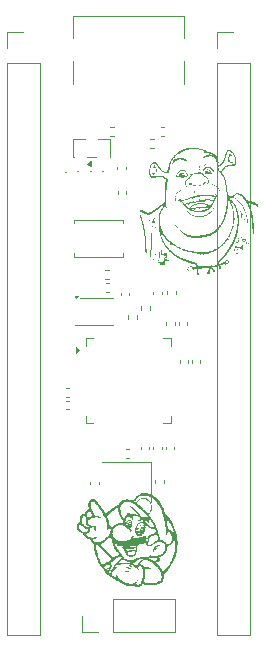
<source format=gbr>
%TF.GenerationSoftware,KiCad,Pcbnew,9.0.5*%
%TF.CreationDate,2025-11-27T10:56:10-06:00*%
%TF.ProjectId,devboard,64657662-6f61-4726-942e-6b696361645f,rev?*%
%TF.SameCoordinates,Original*%
%TF.FileFunction,Legend,Top*%
%TF.FilePolarity,Positive*%
%FSLAX46Y46*%
G04 Gerber Fmt 4.6, Leading zero omitted, Abs format (unit mm)*
G04 Created by KiCad (PCBNEW 9.0.5) date 2025-11-27 10:56:10*
%MOMM*%
%LPD*%
G01*
G04 APERTURE LIST*
%ADD10C,0.120000*%
%ADD11C,0.100000*%
%ADD12C,0.000000*%
G04 APERTURE END LIST*
D10*
%TO.C,C15*%
X119406202Y-111367233D02*
X119406202Y-111582905D01*
X120126202Y-111367233D02*
X120126202Y-111582905D01*
%TO.C,U1*%
X119024375Y-99211875D02*
X119674375Y-99211875D01*
X119024375Y-99861875D02*
X119024375Y-99211875D01*
X119024375Y-106431875D02*
X119024375Y-105781875D01*
X119674375Y-106431875D02*
X119024375Y-106431875D01*
X125594375Y-99211875D02*
X126244375Y-99211875D01*
X126244375Y-99211875D02*
X126244375Y-99861875D01*
X126244375Y-105781875D02*
X126244375Y-106431875D01*
X126244375Y-106431875D02*
X125594375Y-106431875D01*
X118494375Y-100221875D02*
X118164375Y-100461875D01*
X118164375Y-99981875D01*
X118494375Y-100221875D01*
G36*
X118494375Y-100221875D02*
G01*
X118164375Y-100461875D01*
X118164375Y-99981875D01*
X118494375Y-100221875D01*
G37*
%TO.C,C7*%
X126973924Y-101072381D02*
X126973924Y-101288053D01*
X127693924Y-101072381D02*
X127693924Y-101288053D01*
%TO.C,SW1*%
X118052608Y-89204111D02*
X122192608Y-89204111D01*
X118052608Y-89504111D02*
X118052608Y-89204111D01*
X118052608Y-92344111D02*
X118052608Y-92044111D01*
X122192608Y-89204111D02*
X122192608Y-89504111D01*
X122192608Y-92044111D02*
X122192608Y-92344111D01*
X122192608Y-92344111D02*
X118052608Y-92344111D01*
%TO.C,C14*%
X125408101Y-81341227D02*
X125623773Y-81341227D01*
X125408101Y-82061227D02*
X125623773Y-82061227D01*
%TO.C,U2*%
X118516510Y-95808214D02*
X121312078Y-95808214D01*
X121312078Y-98078214D02*
X118092078Y-98078214D01*
X118222078Y-95803214D02*
X118082078Y-95613214D01*
X118362078Y-95613214D01*
X118222078Y-95803214D01*
G36*
X118222078Y-95803214D02*
G01*
X118082078Y-95613214D01*
X118362078Y-95613214D01*
X118222078Y-95803214D01*
G37*
%TO.C,J2*%
X112364375Y-73311875D02*
X113744375Y-73311875D01*
X112364375Y-74691875D02*
X112364375Y-73311875D01*
X112364375Y-75961875D02*
X112364375Y-124331875D01*
X112364375Y-75961875D02*
X115124375Y-75961875D01*
X112364375Y-124331875D02*
X115124375Y-124331875D01*
X115124375Y-75961875D02*
X115124375Y-124331875D01*
%TO.C,R6*%
X121028760Y-94510104D02*
X120721478Y-94510104D01*
X121028760Y-95270104D02*
X120721478Y-95270104D01*
%TO.C,J4*%
X118714375Y-124091875D02*
X118714375Y-122711875D01*
X120094375Y-124091875D02*
X118714375Y-124091875D01*
X121364375Y-121331875D02*
X126554375Y-121331875D01*
X121364375Y-124091875D02*
X121364375Y-121331875D01*
X121364375Y-124091875D02*
X126554375Y-124091875D01*
X126554375Y-124091875D02*
X126554375Y-121331875D01*
D11*
%TO.C,D3*%
X117415218Y-85223778D02*
G75*
G02*
X117315218Y-85223778I-50000J0D01*
G01*
X117315218Y-85223778D02*
G75*
G02*
X117415218Y-85223778I50000J0D01*
G01*
D10*
%TO.C,R2*%
X121103702Y-81313889D02*
X121410984Y-81313889D01*
X121103702Y-82073889D02*
X121410984Y-82073889D01*
%TO.C,C12*%
X125790978Y-108425746D02*
X125790978Y-108641418D01*
X126510978Y-108425746D02*
X126510978Y-108641418D01*
D12*
%TO.C,G\u002A\u002A\u002A*%
G36*
X122795806Y-118425134D02*
G01*
X122848082Y-118454249D01*
X122852812Y-118457671D01*
X122883154Y-118483813D01*
X122915773Y-118517703D01*
X122945882Y-118553449D01*
X122968696Y-118585156D01*
X122979429Y-118606932D01*
X122978530Y-118612478D01*
X122964870Y-118608725D01*
X122932640Y-118594988D01*
X122887430Y-118573735D01*
X122858620Y-118559518D01*
X122789453Y-118522631D01*
X122744099Y-118492735D01*
X122720639Y-118468066D01*
X122717154Y-118446859D01*
X122723590Y-118435378D01*
X122753686Y-118418736D01*
X122795806Y-118425134D01*
G37*
G36*
X122583437Y-118905782D02*
G01*
X122640985Y-118914008D01*
X122686056Y-118926943D01*
X122709260Y-118941887D01*
X122720430Y-118960052D01*
X122720235Y-118965708D01*
X122706305Y-118974020D01*
X122676017Y-118991054D01*
X122648498Y-119006227D01*
X122597870Y-119027413D01*
X122537819Y-119042976D01*
X122476593Y-119051817D01*
X122422442Y-119052833D01*
X122383615Y-119044925D01*
X122378544Y-119042257D01*
X122359368Y-119016254D01*
X122356271Y-118979436D01*
X122368939Y-118942665D01*
X122381884Y-118926959D01*
X122412634Y-118912853D01*
X122461590Y-118904855D01*
X122521081Y-118902614D01*
X122583437Y-118905782D01*
G37*
G36*
X122543876Y-118566502D02*
G01*
X122605221Y-118579531D01*
X122657678Y-118598900D01*
X122706034Y-118623153D01*
X122753516Y-118651717D01*
X122794076Y-118680365D01*
X122821667Y-118704870D01*
X122830417Y-118719656D01*
X122818033Y-118724801D01*
X122785482Y-118727600D01*
X122739666Y-118728172D01*
X122687486Y-118726635D01*
X122635843Y-118723108D01*
X122591639Y-118717707D01*
X122578999Y-118715354D01*
X122535275Y-118706068D01*
X122497564Y-118698023D01*
X122492514Y-118696940D01*
X122454413Y-118678160D01*
X122434670Y-118646955D01*
X122435547Y-118611057D01*
X122458083Y-118579199D01*
X122492630Y-118566175D01*
X122543876Y-118566502D01*
G37*
G36*
X125288566Y-116772289D02*
G01*
X125325371Y-116785656D01*
X125335081Y-116798349D01*
X125317774Y-116810278D01*
X125273531Y-116821351D01*
X125241235Y-116826553D01*
X125151485Y-116847510D01*
X125066695Y-116882279D01*
X124995514Y-116926867D01*
X124965776Y-116953628D01*
X124919915Y-117001891D01*
X124992956Y-117000335D01*
X125051005Y-117004400D01*
X125101651Y-117017483D01*
X125137758Y-117037120D01*
X125151065Y-117054862D01*
X125144552Y-117066731D01*
X125113741Y-117071641D01*
X125101615Y-117071850D01*
X125036798Y-117080474D01*
X124965217Y-117103282D01*
X124898708Y-117135673D01*
X124854339Y-117167926D01*
X124829136Y-117193886D01*
X124817533Y-117217183D01*
X124815948Y-117248973D01*
X124818577Y-117279313D01*
X124824649Y-117326581D01*
X124831862Y-117366914D01*
X124835418Y-117381026D01*
X124838251Y-117405757D01*
X124825583Y-117409409D01*
X124798678Y-117392297D01*
X124768121Y-117364239D01*
X124727941Y-117305832D01*
X124708556Y-117235129D01*
X124709284Y-117156494D01*
X124729444Y-117074292D01*
X124768356Y-116992887D01*
X124825339Y-116916645D01*
X124840397Y-116900833D01*
X124917037Y-116840465D01*
X125008001Y-116795575D01*
X125106151Y-116768211D01*
X125204350Y-116760420D01*
X125288566Y-116772289D01*
G37*
G36*
X124182637Y-112343471D02*
G01*
X124372243Y-112381359D01*
X124552396Y-112443313D01*
X124724406Y-112530010D01*
X124889586Y-112642129D01*
X125049246Y-112780348D01*
X125073718Y-112804286D01*
X125210164Y-112949255D01*
X125327388Y-113095446D01*
X125430315Y-113250003D01*
X125523875Y-113420065D01*
X125580239Y-113538410D01*
X125597002Y-113579494D01*
X125619217Y-113639589D01*
X125644489Y-113711683D01*
X125670426Y-113788763D01*
X125694633Y-113863815D01*
X125714717Y-113929828D01*
X125719383Y-113946114D01*
X125735945Y-113996124D01*
X125757139Y-114037642D01*
X125788592Y-114079891D01*
X125827144Y-114122786D01*
X125943804Y-114251192D01*
X126042513Y-114369126D01*
X126127561Y-114481741D01*
X126138017Y-114496516D01*
X126171854Y-114544573D01*
X126200346Y-114584808D01*
X126219521Y-114611625D01*
X126224811Y-114618827D01*
X126236292Y-114636020D01*
X126257955Y-114670221D01*
X126285878Y-114715205D01*
X126297626Y-114734343D01*
X126423961Y-114959538D01*
X126532071Y-115191262D01*
X126619000Y-115422897D01*
X126649632Y-115522572D01*
X126667935Y-115586180D01*
X126688514Y-115657026D01*
X126701570Y-115701592D01*
X126717092Y-115759933D01*
X126730205Y-115819069D01*
X126736843Y-115857879D01*
X126743117Y-115900963D01*
X126749154Y-115934654D01*
X126751343Y-115943867D01*
X126767133Y-116015697D01*
X126780044Y-116109665D01*
X126789986Y-116220873D01*
X126796869Y-116344421D01*
X126800601Y-116475411D01*
X126801092Y-116608944D01*
X126798252Y-116740122D01*
X126791988Y-116864045D01*
X126782212Y-116975815D01*
X126771862Y-117052816D01*
X126760513Y-117123391D01*
X126750278Y-117188438D01*
X126742233Y-117241028D01*
X126737454Y-117274232D01*
X126737263Y-117275702D01*
X126725824Y-117337676D01*
X126705554Y-117419324D01*
X126678160Y-117515265D01*
X126645350Y-117620119D01*
X126608834Y-117728507D01*
X126570319Y-117835048D01*
X126531514Y-117934363D01*
X126517170Y-117968800D01*
X126415036Y-118183905D01*
X126291521Y-118401393D01*
X126150967Y-118614871D01*
X125997718Y-118817944D01*
X125836114Y-119004219D01*
X125761934Y-119080750D01*
X125620813Y-119221005D01*
X125633324Y-119298193D01*
X125639579Y-119377815D01*
X125636325Y-119471767D01*
X125623987Y-119569083D01*
X125622527Y-119577191D01*
X125604768Y-119633594D01*
X125572836Y-119700099D01*
X125531951Y-119767765D01*
X125487335Y-119827653D01*
X125457981Y-119858949D01*
X125396769Y-119908353D01*
X125320162Y-119958559D01*
X125236021Y-120005377D01*
X125152205Y-120044617D01*
X125076575Y-120072088D01*
X125042532Y-120080436D01*
X125015309Y-120085913D01*
X124969902Y-120095406D01*
X124914687Y-120107156D01*
X124896121Y-120111148D01*
X124792959Y-120126935D01*
X124669270Y-120135097D01*
X124530588Y-120135727D01*
X124382447Y-120128918D01*
X124230383Y-120114763D01*
X124107892Y-120097938D01*
X124031093Y-120085543D01*
X123962177Y-120074033D01*
X123906297Y-120064299D01*
X123868606Y-120057231D01*
X123855974Y-120054396D01*
X123835681Y-120054817D01*
X123813748Y-120070993D01*
X123784836Y-120106964D01*
X123782839Y-120109734D01*
X123721161Y-120177600D01*
X123646267Y-120231602D01*
X123563952Y-120269324D01*
X123480011Y-120288354D01*
X123400241Y-120286277D01*
X123374023Y-120280008D01*
X123301316Y-120249898D01*
X123234921Y-120208152D01*
X123187634Y-120164012D01*
X123148107Y-120116059D01*
X123066282Y-120148126D01*
X122971533Y-120181487D01*
X122888104Y-120201243D01*
X122804978Y-120209273D01*
X122716600Y-120207772D01*
X122544803Y-120185379D01*
X122372831Y-120138743D01*
X122206207Y-120070196D01*
X122050457Y-119982069D01*
X121911102Y-119876694D01*
X121892074Y-119859654D01*
X121858027Y-119830112D01*
X121831243Y-119809854D01*
X121819463Y-119803834D01*
X121795878Y-119796865D01*
X121753578Y-119778328D01*
X121697160Y-119750634D01*
X121631218Y-119716196D01*
X121560348Y-119677425D01*
X121489146Y-119636732D01*
X121422207Y-119596528D01*
X121410510Y-119589244D01*
X121203846Y-119451655D01*
X121017656Y-119310062D01*
X120954956Y-119255188D01*
X121250366Y-119255188D01*
X121333855Y-119318682D01*
X121374237Y-119348797D01*
X121405749Y-119371185D01*
X121422680Y-119381815D01*
X121423849Y-119382176D01*
X121437495Y-119389014D01*
X121468163Y-119407222D01*
X121510095Y-119433346D01*
X121525762Y-119443332D01*
X121581684Y-119478072D01*
X121617804Y-119497291D01*
X121636302Y-119501462D01*
X121639355Y-119491052D01*
X121629143Y-119466533D01*
X121628626Y-119465531D01*
X121615177Y-119430205D01*
X121602926Y-119381674D01*
X121592620Y-119326041D01*
X121585001Y-119269408D01*
X121580815Y-119217878D01*
X121580806Y-119177555D01*
X121585718Y-119154542D01*
X121590315Y-119151435D01*
X121600991Y-119162583D01*
X121621577Y-119192390D01*
X121648716Y-119235795D01*
X121668459Y-119269213D01*
X121756653Y-119409546D01*
X121844846Y-119525052D01*
X121934808Y-119618029D01*
X121943207Y-119625507D01*
X122005448Y-119676514D01*
X122080436Y-119732332D01*
X122160845Y-119787985D01*
X122239346Y-119838498D01*
X122308612Y-119878894D01*
X122339774Y-119894833D01*
X122430330Y-119931037D01*
X122533606Y-119961165D01*
X122642761Y-119984140D01*
X122750956Y-119998883D01*
X122851352Y-120004319D01*
X122937109Y-119999368D01*
X122967831Y-119993767D01*
X123076958Y-119957079D01*
X123183845Y-119900803D01*
X123281250Y-119829767D01*
X123361933Y-119748796D01*
X123389093Y-119712984D01*
X123413157Y-119680581D01*
X123431083Y-119661158D01*
X123437343Y-119658408D01*
X123438375Y-119674023D01*
X123434823Y-119708529D01*
X123428179Y-119750241D01*
X123411739Y-119816318D01*
X123388002Y-119881053D01*
X123360483Y-119936452D01*
X123332696Y-119974518D01*
X123327518Y-119979263D01*
X123309989Y-119998526D01*
X123310577Y-120017415D01*
X123330957Y-120042388D01*
X123347979Y-120058182D01*
X123391523Y-120093478D01*
X123427611Y-120110571D01*
X123466275Y-120112064D01*
X123514498Y-120101415D01*
X123576266Y-120070917D01*
X123636059Y-120015568D01*
X123692491Y-119937688D01*
X123744177Y-119839599D01*
X123789733Y-119723625D01*
X123827775Y-119592086D01*
X123834012Y-119565643D01*
X123856863Y-119459140D01*
X123872473Y-119368570D01*
X123881905Y-119283987D01*
X123886221Y-119195443D01*
X123886482Y-119092991D01*
X123886246Y-119076398D01*
X123884411Y-118995916D01*
X123881146Y-118935114D01*
X123875416Y-118886494D01*
X123866187Y-118842560D01*
X123852425Y-118795812D01*
X123844056Y-118770619D01*
X123818683Y-118703230D01*
X123792947Y-118653541D01*
X123761763Y-118612488D01*
X123745926Y-118595749D01*
X123686982Y-118536396D01*
X123598689Y-118542018D01*
X123546207Y-118547228D01*
X123510967Y-118556953D01*
X123483054Y-118574640D01*
X123469357Y-118586959D01*
X123446937Y-118612631D01*
X123439109Y-118630672D01*
X123440993Y-118634112D01*
X123453457Y-118649457D01*
X123473593Y-118681868D01*
X123495387Y-118721253D01*
X123519961Y-118774708D01*
X123534094Y-118819806D01*
X123536799Y-118851697D01*
X123527092Y-118865531D01*
X123524737Y-118865750D01*
X123511039Y-118856206D01*
X123483903Y-118830451D01*
X123447702Y-118792805D01*
X123419413Y-118761803D01*
X123319982Y-118661949D01*
X123211288Y-118575970D01*
X123088372Y-118500666D01*
X122946281Y-118432837D01*
X122850802Y-118394788D01*
X122714901Y-118343841D01*
X122422712Y-118343820D01*
X122316457Y-118344270D01*
X122232992Y-118345817D01*
X122167939Y-118348728D01*
X122116922Y-118353271D01*
X122075563Y-118359713D01*
X122044488Y-118366947D01*
X121981944Y-118379919D01*
X121913655Y-118388392D01*
X121874611Y-118390256D01*
X121772285Y-118398700D01*
X121681884Y-118422499D01*
X121607256Y-118459973D01*
X121552252Y-118509440D01*
X121532543Y-118539614D01*
X121516987Y-118573803D01*
X121516439Y-118594108D01*
X121534428Y-118604096D01*
X121574481Y-118607333D01*
X121599750Y-118607537D01*
X121652280Y-118609378D01*
X121687379Y-118616568D01*
X121714648Y-118631609D01*
X121725386Y-118640273D01*
X121763444Y-118673009D01*
X121709156Y-118681594D01*
X121621993Y-118699386D01*
X121549288Y-118724469D01*
X121478502Y-118761167D01*
X121394742Y-118825659D01*
X121330832Y-118908087D01*
X121286519Y-119008906D01*
X121261549Y-119128573D01*
X121258678Y-119156857D01*
X121250366Y-119255188D01*
X120954956Y-119255188D01*
X120845264Y-119159188D01*
X120753769Y-119070197D01*
X120699850Y-119011653D01*
X120968561Y-119011653D01*
X120978027Y-119025173D01*
X121002915Y-119050882D01*
X121037947Y-119083350D01*
X121039909Y-119085088D01*
X121111262Y-119148138D01*
X121120054Y-119081006D01*
X121130238Y-119029021D01*
X121146725Y-118969127D01*
X121158076Y-118935712D01*
X121180021Y-118885569D01*
X121205371Y-118839750D01*
X121221167Y-118817482D01*
X121254539Y-118778223D01*
X121287915Y-118739286D01*
X121288469Y-118738644D01*
X121314486Y-118694407D01*
X121322043Y-118657103D01*
X121330024Y-118611920D01*
X121351170Y-118554100D01*
X121381618Y-118492192D01*
X121417504Y-118434744D01*
X121430115Y-118417927D01*
X121463873Y-118384518D01*
X121511212Y-118348699D01*
X121553529Y-118322928D01*
X121600959Y-118294874D01*
X121605922Y-118290751D01*
X122990696Y-118290751D01*
X123077036Y-118335513D01*
X123150072Y-118375741D01*
X123214022Y-118415472D01*
X123263472Y-118451127D01*
X123291475Y-118477217D01*
X123305083Y-118488879D01*
X123320816Y-118485835D01*
X123346651Y-118466008D01*
X123351849Y-118461494D01*
X123379283Y-118430581D01*
X123411107Y-118384529D01*
X123440543Y-118333222D01*
X123592300Y-118333222D01*
X123602619Y-118352114D01*
X123634068Y-118362582D01*
X123664477Y-118366648D01*
X123757067Y-118388014D01*
X123839783Y-118432756D01*
X123914843Y-118502263D01*
X123948944Y-118545025D01*
X123971823Y-118559821D01*
X124016946Y-118569981D01*
X124060326Y-118574515D01*
X124140322Y-118583385D01*
X124230311Y-118597663D01*
X124317688Y-118615108D01*
X124386615Y-118632521D01*
X124436971Y-118650853D01*
X124489447Y-118675754D01*
X124539434Y-118704168D01*
X124582322Y-118733041D01*
X124613503Y-118759316D01*
X124628368Y-118779939D01*
X124625024Y-118790568D01*
X124607116Y-118792265D01*
X124569596Y-118790606D01*
X124519777Y-118785967D01*
X124506995Y-118784476D01*
X124450724Y-118779118D01*
X124376923Y-118774154D01*
X124295242Y-118770143D01*
X124216613Y-118767670D01*
X124033146Y-118763824D01*
X124036366Y-118797800D01*
X124048987Y-119014516D01*
X124045254Y-119220990D01*
X124034660Y-119341406D01*
X124023012Y-119424981D01*
X124007691Y-119513174D01*
X123990015Y-119600112D01*
X123971300Y-119679924D01*
X123952862Y-119746738D01*
X123936020Y-119794679D01*
X123930335Y-119806684D01*
X123916596Y-119840532D01*
X123920456Y-119864255D01*
X123944849Y-119881257D01*
X123992707Y-119894943D01*
X124009363Y-119898379D01*
X124114310Y-119917399D01*
X124211271Y-119930929D01*
X124308396Y-119939638D01*
X124413833Y-119944198D01*
X124535730Y-119945276D01*
X124576752Y-119945021D01*
X124674744Y-119943669D01*
X124751113Y-119941267D01*
X124811409Y-119937344D01*
X124861181Y-119931427D01*
X124905981Y-119923043D01*
X124943686Y-119913788D01*
X125086442Y-119866997D01*
X125204820Y-119808854D01*
X125299369Y-119738846D01*
X125370637Y-119656462D01*
X125419172Y-119561189D01*
X125445520Y-119452516D01*
X125446609Y-119443880D01*
X125448293Y-119369081D01*
X125439328Y-119280389D01*
X125421620Y-119188016D01*
X125397078Y-119102176D01*
X125371083Y-119039642D01*
X125331413Y-118962428D01*
X125301928Y-118905319D01*
X125280389Y-118864248D01*
X125264556Y-118835146D01*
X125252190Y-118813944D01*
X125241051Y-118796573D01*
X125228900Y-118778966D01*
X125222889Y-118770428D01*
X125174593Y-118707905D01*
X125110259Y-118633349D01*
X125034925Y-118551893D01*
X124953629Y-118468667D01*
X124871409Y-118388804D01*
X124793302Y-118317435D01*
X124724345Y-118259693D01*
X124712654Y-118250655D01*
X124666240Y-118218358D01*
X124640453Y-118202299D01*
X124953458Y-118202299D01*
X125098797Y-118347160D01*
X125196879Y-118451926D01*
X125291656Y-118566281D01*
X125378340Y-118683767D01*
X125452148Y-118797925D01*
X125505067Y-118895505D01*
X125528742Y-118942931D01*
X125548626Y-118979326D01*
X125561517Y-118998957D01*
X125563912Y-119000829D01*
X125575854Y-118991815D01*
X125602948Y-118966444D01*
X125641701Y-118928134D01*
X125688617Y-118880303D01*
X125712443Y-118855558D01*
X125863194Y-118685134D01*
X126006352Y-118498239D01*
X126133830Y-118305578D01*
X126156445Y-118267784D01*
X126200706Y-118189197D01*
X126248115Y-118099516D01*
X126295246Y-118005720D01*
X126338671Y-117914791D01*
X126374965Y-117833709D01*
X126399602Y-117772473D01*
X126428856Y-117689996D01*
X126457134Y-117605546D01*
X126482582Y-117525096D01*
X126503346Y-117454615D01*
X126517571Y-117400076D01*
X126522175Y-117377628D01*
X126528786Y-117344437D01*
X126539936Y-117295073D01*
X126553328Y-117239671D01*
X126554649Y-117234401D01*
X126566268Y-117177213D01*
X126578240Y-117099172D01*
X126589929Y-117006590D01*
X126600700Y-116905775D01*
X126609916Y-116803039D01*
X126616942Y-116704691D01*
X126621141Y-116617041D01*
X126622059Y-116565393D01*
X126621689Y-116524456D01*
X126620395Y-116481837D01*
X126617890Y-116433390D01*
X126613886Y-116374968D01*
X126608096Y-116302425D01*
X126600232Y-116211613D01*
X126590006Y-116098386D01*
X126588640Y-116083452D01*
X126581993Y-116034963D01*
X126570476Y-115972727D01*
X126556423Y-115909208D01*
X126554534Y-115901516D01*
X126541742Y-115847414D01*
X126532099Y-115801482D01*
X126527228Y-115771625D01*
X126526939Y-115767063D01*
X126522852Y-115743631D01*
X126511998Y-115702347D01*
X126496488Y-115651046D01*
X126491753Y-115636426D01*
X126474729Y-115583521D01*
X126460859Y-115538387D01*
X126452570Y-115508976D01*
X126451621Y-115504850D01*
X126443656Y-115478206D01*
X126427174Y-115431894D01*
X126404211Y-115371293D01*
X126376804Y-115301784D01*
X126348777Y-115233056D01*
X126326793Y-115184365D01*
X126294667Y-115118806D01*
X126255828Y-115043057D01*
X126213704Y-114963799D01*
X126171724Y-114887713D01*
X126169534Y-114883835D01*
X126138100Y-114830936D01*
X126099744Y-114770503D01*
X126057163Y-114706326D01*
X126013058Y-114642197D01*
X125970127Y-114581903D01*
X125931071Y-114529237D01*
X125898588Y-114487987D01*
X125875379Y-114461943D01*
X125864141Y-114454896D01*
X125864070Y-114454962D01*
X125864251Y-114469631D01*
X125869117Y-114504205D01*
X125877683Y-114552011D01*
X125880548Y-114566545D01*
X125908581Y-114716363D01*
X125932267Y-114863678D01*
X125950623Y-115001563D01*
X125962668Y-115123092D01*
X125965513Y-115165831D01*
X125971026Y-115242290D01*
X125977763Y-115292211D01*
X125985822Y-115316211D01*
X125989877Y-115318720D01*
X126009186Y-115325780D01*
X126042548Y-115344035D01*
X126072326Y-115362749D01*
X126189326Y-115453682D01*
X126293055Y-115561053D01*
X126380867Y-115680646D01*
X126450118Y-115808244D01*
X126498160Y-115939631D01*
X126522349Y-116070592D01*
X126523199Y-116081265D01*
X126519337Y-116212208D01*
X126489726Y-116338496D01*
X126435660Y-116458211D01*
X126358430Y-116569439D01*
X126259330Y-116670264D01*
X126139653Y-116758772D01*
X126022573Y-116822954D01*
X125919116Y-116871955D01*
X125910277Y-116997696D01*
X125890978Y-117124558D01*
X125850820Y-117241541D01*
X125788478Y-117350629D01*
X125702626Y-117453803D01*
X125591941Y-117553049D01*
X125489255Y-117627836D01*
X125431634Y-117664697D01*
X125371900Y-117699725D01*
X125320495Y-117726883D01*
X125307570Y-117732898D01*
X125266702Y-117751725D01*
X125246893Y-117764543D01*
X125244122Y-117775824D01*
X125254373Y-117790039D01*
X125255296Y-117791064D01*
X125287444Y-117845797D01*
X125297021Y-117910856D01*
X125284239Y-117981746D01*
X125249312Y-118053972D01*
X125242384Y-118064343D01*
X125202557Y-118104408D01*
X125143568Y-118142133D01*
X125073368Y-118173273D01*
X125000459Y-118193482D01*
X124953458Y-118202299D01*
X124640453Y-118202299D01*
X124606503Y-118181157D01*
X124538293Y-118141603D01*
X124466462Y-118102247D01*
X124395862Y-118065639D01*
X124331345Y-118034330D01*
X124277763Y-118010871D01*
X124239966Y-117997814D01*
X124228247Y-117995980D01*
X124201974Y-117990938D01*
X124164726Y-117978466D01*
X124156119Y-117974996D01*
X124116151Y-117963300D01*
X124081505Y-117961179D01*
X124076316Y-117962193D01*
X124033690Y-117976052D01*
X123982239Y-117995495D01*
X123934827Y-118015476D01*
X123910834Y-118027131D01*
X123881036Y-118042656D01*
X123841434Y-118062522D01*
X123832020Y-118067147D01*
X123764389Y-118110134D01*
X123697413Y-118169844D01*
X123640762Y-118237359D01*
X123629954Y-118253457D01*
X123601837Y-118301730D01*
X123592300Y-118333222D01*
X123440543Y-118333222D01*
X123440654Y-118333029D01*
X123441974Y-118330443D01*
X123482079Y-118263474D01*
X123534800Y-118192816D01*
X123594955Y-118123989D01*
X123657363Y-118062508D01*
X123716844Y-118013891D01*
X123767187Y-117984095D01*
X123815853Y-117961438D01*
X123839718Y-117945515D01*
X123838325Y-117935788D01*
X123811219Y-117931717D01*
X123757941Y-117932764D01*
X123725409Y-117934753D01*
X123588522Y-117955415D01*
X123447337Y-117996959D01*
X123309460Y-118056130D01*
X123182499Y-118129671D01*
X123075654Y-118212860D01*
X122990696Y-118290751D01*
X121605922Y-118290751D01*
X121637089Y-118264862D01*
X121666807Y-118229052D01*
X121855459Y-118229052D01*
X121855775Y-118253837D01*
X121877911Y-118267078D01*
X121902889Y-118271129D01*
X121943045Y-118273930D01*
X121980351Y-118273094D01*
X122022165Y-118267689D01*
X122075847Y-118256784D01*
X122144114Y-118240585D01*
X122188502Y-118230318D01*
X122229097Y-118222834D01*
X122271140Y-118217809D01*
X122319873Y-118214919D01*
X122380537Y-118213840D01*
X122458373Y-118214250D01*
X122548188Y-118215637D01*
X122650808Y-118216993D01*
X122728505Y-118216883D01*
X122783500Y-118215222D01*
X122818014Y-118211927D01*
X122834270Y-118206914D01*
X122836038Y-118204786D01*
X122829745Y-118189446D01*
X122800090Y-118178538D01*
X122750689Y-118173188D01*
X122733409Y-118172838D01*
X122687189Y-118167634D01*
X122624437Y-118153937D01*
X122553491Y-118134222D01*
X122482687Y-118110966D01*
X122420363Y-118086645D01*
X122383935Y-118069049D01*
X122337173Y-118040639D01*
X122283712Y-118004548D01*
X122250115Y-117979930D01*
X122208586Y-117950594D01*
X122175242Y-117936390D01*
X122143634Y-117938183D01*
X122107311Y-117956841D01*
X122059821Y-117993232D01*
X122042264Y-118007879D01*
X121967793Y-118075180D01*
X121912185Y-118136767D01*
X121875709Y-118188932D01*
X121855459Y-118229052D01*
X121666807Y-118229052D01*
X121670398Y-118224725D01*
X121698499Y-118183263D01*
X121780768Y-118074397D01*
X121877772Y-117976583D01*
X121982179Y-117896980D01*
X122008071Y-117881060D01*
X122050033Y-117855251D01*
X122080270Y-117834209D01*
X122093341Y-117821786D01*
X122093406Y-117820653D01*
X122084432Y-117805753D01*
X122065107Y-117775101D01*
X122043220Y-117740939D01*
X122015527Y-117700982D01*
X121995204Y-117680857D01*
X121977143Y-117676252D01*
X121968668Y-117678010D01*
X121943667Y-117688027D01*
X121902003Y-117707112D01*
X121850000Y-117732108D01*
X121793982Y-117759860D01*
X121740275Y-117787213D01*
X121695201Y-117811010D01*
X121665087Y-117828097D01*
X121657383Y-117833329D01*
X121639177Y-117846460D01*
X121604349Y-117870018D01*
X121559177Y-117899783D01*
X121539352Y-117912653D01*
X121479098Y-117954299D01*
X121408606Y-118008231D01*
X121325376Y-118076468D01*
X121226906Y-118161034D01*
X121169021Y-118211980D01*
X121150822Y-118231567D01*
X121147993Y-118250356D01*
X121161490Y-118276344D01*
X121179675Y-118301156D01*
X121210158Y-118357768D01*
X121222829Y-118426274D01*
X121217915Y-118509900D01*
X121200221Y-118594737D01*
X121160394Y-118713979D01*
X121103776Y-118823096D01*
X121027386Y-118929052D01*
X120997867Y-118966705D01*
X120976752Y-118996329D01*
X120968562Y-119011579D01*
X120968561Y-119011653D01*
X120699850Y-119011653D01*
X120551983Y-118851102D01*
X120373261Y-118623060D01*
X120346605Y-118582426D01*
X120574569Y-118582426D01*
X120613924Y-118639150D01*
X120665755Y-118706003D01*
X120711505Y-118748734D01*
X120750317Y-118766634D01*
X120767227Y-118765957D01*
X120791107Y-118753472D01*
X120828151Y-118726961D01*
X120871898Y-118691203D01*
X120891044Y-118674283D01*
X120932020Y-118638379D01*
X120965114Y-118611627D01*
X120985567Y-118597763D01*
X120989617Y-118596878D01*
X120988748Y-118613633D01*
X120973657Y-118645205D01*
X120948007Y-118685944D01*
X120915462Y-118730201D01*
X120879685Y-118772325D01*
X120867708Y-118784883D01*
X120800826Y-118852606D01*
X120839663Y-118893143D01*
X120878500Y-118933680D01*
X120911436Y-118903113D01*
X120937382Y-118874268D01*
X120968602Y-118833061D01*
X120987848Y-118804595D01*
X121037102Y-118717466D01*
X121073070Y-118632545D01*
X121094833Y-118553864D01*
X121101475Y-118485459D01*
X121092077Y-118431364D01*
X121078203Y-118407266D01*
X121030467Y-118369587D01*
X120970749Y-118354977D01*
X120900742Y-118363016D01*
X120822140Y-118393284D01*
X120736636Y-118445362D01*
X120652654Y-118512779D01*
X120574569Y-118582426D01*
X120346605Y-118582426D01*
X120216099Y-118383482D01*
X120078993Y-118129782D01*
X119960438Y-117859372D01*
X119858931Y-117569666D01*
X119834692Y-117489310D01*
X119813660Y-117407631D01*
X119792029Y-117306812D01*
X119771132Y-117194826D01*
X119752305Y-117079644D01*
X119736881Y-116969240D01*
X119726194Y-116871584D01*
X119722406Y-116818413D01*
X119716144Y-116691326D01*
X119904824Y-116691326D01*
X119914386Y-116830625D01*
X119920778Y-116920901D01*
X119926410Y-116990717D01*
X119932119Y-117046742D01*
X119938744Y-117095651D01*
X119947121Y-117144113D01*
X119958088Y-117198802D01*
X119964286Y-117228137D01*
X120027825Y-117480956D01*
X120108609Y-117727200D01*
X120204000Y-117959179D01*
X120243415Y-118041762D01*
X120267131Y-118087987D01*
X120296994Y-118144068D01*
X120330415Y-118205391D01*
X120364802Y-118267345D01*
X120397568Y-118325320D01*
X120426120Y-118374705D01*
X120447871Y-118410886D01*
X120460230Y-118429255D01*
X120461811Y-118430622D01*
X120472216Y-118422071D01*
X120496569Y-118399500D01*
X120526990Y-118370313D01*
X120603264Y-118306068D01*
X120687412Y-118251791D01*
X120771015Y-118212444D01*
X120820494Y-118197355D01*
X120861188Y-118185425D01*
X120899000Y-118166788D01*
X120941058Y-118137115D01*
X120994489Y-118092080D01*
X120995746Y-118090972D01*
X121047143Y-118046329D01*
X121098345Y-118002995D01*
X121141172Y-117967852D01*
X121155492Y-117956575D01*
X121213312Y-117912058D01*
X120957472Y-117644843D01*
X120762635Y-117440589D01*
X120580656Y-117248174D01*
X120404876Y-117060522D01*
X120228635Y-116870557D01*
X120217677Y-116858689D01*
X120064820Y-116693093D01*
X119984822Y-116692209D01*
X119904824Y-116691326D01*
X119716144Y-116691326D01*
X119714271Y-116653312D01*
X119701400Y-116646078D01*
X120285449Y-116646078D01*
X120290864Y-116657522D01*
X120312252Y-116685445D01*
X120346886Y-116726601D01*
X120392041Y-116777745D01*
X120441210Y-116831557D01*
X120549426Y-116948182D01*
X120641697Y-117047511D01*
X120720528Y-117132204D01*
X120788426Y-117204923D01*
X120847896Y-117268329D01*
X120901445Y-117325083D01*
X120951578Y-117377846D01*
X121000801Y-117429279D01*
X121051621Y-117482045D01*
X121106544Y-117538802D01*
X121129859Y-117562844D01*
X121193492Y-117627659D01*
X121251592Y-117685371D01*
X121301289Y-117733249D01*
X121339719Y-117768565D01*
X121364015Y-117788589D01*
X121370660Y-117792128D01*
X121390054Y-117785117D01*
X121425267Y-117766496D01*
X121469605Y-117739885D01*
X121482402Y-117731715D01*
X121531661Y-117701697D01*
X121593633Y-117666620D01*
X121662159Y-117629677D01*
X121731081Y-117594057D01*
X121794239Y-117562954D01*
X121845473Y-117539559D01*
X121875709Y-117527911D01*
X121901563Y-117512628D01*
X121901038Y-117490849D01*
X121874142Y-117462603D01*
X121855323Y-117449044D01*
X121818868Y-117421099D01*
X121773743Y-117381344D01*
X121724444Y-117334387D01*
X121675466Y-117284839D01*
X121631304Y-117237308D01*
X121596452Y-117196404D01*
X121575406Y-117166736D01*
X121571585Y-117158081D01*
X121561567Y-117133660D01*
X121552761Y-117126211D01*
X121538052Y-117114399D01*
X121516280Y-117082533D01*
X121490034Y-117035966D01*
X121461903Y-116980054D01*
X121434477Y-116920150D01*
X121410345Y-116861608D01*
X121392097Y-116809783D01*
X121383292Y-116775803D01*
X121377324Y-116742882D01*
X121368820Y-116694630D01*
X121361184Y-116650555D01*
X121344063Y-116582090D01*
X121320506Y-116534805D01*
X121315125Y-116528244D01*
X121275916Y-116476348D01*
X121252430Y-116420614D01*
X121241789Y-116352457D01*
X121240369Y-116305159D01*
X121239580Y-116252134D01*
X121236063Y-116219617D01*
X121228091Y-116200958D01*
X121213941Y-116189502D01*
X121209791Y-116187270D01*
X121157182Y-116152643D01*
X121127906Y-116112725D01*
X121118115Y-116062054D01*
X121118057Y-116057014D01*
X121115636Y-116021368D01*
X121109537Y-116000491D01*
X121106316Y-115998228D01*
X121092170Y-116008440D01*
X121069992Y-116034252D01*
X121059066Y-116049191D01*
X121014010Y-116104863D01*
X120948823Y-116172431D01*
X120866361Y-116249283D01*
X120769478Y-116332809D01*
X120661030Y-116420396D01*
X120610063Y-116459795D01*
X120570573Y-116486925D01*
X120515693Y-116520757D01*
X120454370Y-116555889D01*
X120422106Y-116573299D01*
X120368874Y-116601389D01*
X120324607Y-116624895D01*
X120294838Y-116640870D01*
X120285449Y-116646078D01*
X119701400Y-116646078D01*
X119660779Y-116623247D01*
X119613782Y-116585718D01*
X119568613Y-116530896D01*
X119531723Y-116468274D01*
X119509561Y-116407345D01*
X119507753Y-116398026D01*
X119498162Y-116340003D01*
X119489910Y-116303058D01*
X119479033Y-116281611D01*
X119461573Y-116270080D01*
X119433569Y-116262884D01*
X119408373Y-116257994D01*
X119347429Y-116242822D01*
X119282516Y-116221623D01*
X119221819Y-116197560D01*
X119173527Y-116173798D01*
X119150828Y-116158474D01*
X119119449Y-116135153D01*
X119101518Y-116124292D01*
X119066590Y-116099034D01*
X119021354Y-116056879D01*
X118970894Y-116003332D01*
X118920295Y-115943898D01*
X118874639Y-115884082D01*
X118859597Y-115862326D01*
X118824846Y-115812090D01*
X118812446Y-115797156D01*
X119011583Y-115797156D01*
X119020601Y-115811913D01*
X119044748Y-115840587D01*
X119079661Y-115878151D01*
X119098783Y-115897682D01*
X119190024Y-115975538D01*
X119290936Y-116034317D01*
X119403632Y-116074457D01*
X119530224Y-116096393D01*
X119672825Y-116100563D01*
X119833550Y-116087404D01*
X119939112Y-116071450D01*
X119973002Y-116067701D01*
X119987641Y-116073499D01*
X119990075Y-116084761D01*
X119977989Y-116106667D01*
X119945236Y-116133626D01*
X119897073Y-116162522D01*
X119838757Y-116190239D01*
X119775546Y-116213664D01*
X119769235Y-116215627D01*
X119721473Y-116230743D01*
X119694066Y-116242757D01*
X119681361Y-116256455D01*
X119677704Y-116276627D01*
X119677501Y-116293312D01*
X119683701Y-116337210D01*
X119699193Y-116386522D01*
X119705496Y-116400820D01*
X119728384Y-116439546D01*
X119756499Y-116462847D01*
X119797229Y-116479114D01*
X119873569Y-116500523D01*
X119943512Y-116512803D01*
X119962557Y-116511432D01*
X120001660Y-116506227D01*
X120054119Y-116498128D01*
X120086208Y-116492784D01*
X120202081Y-116465804D01*
X120314092Y-116424182D01*
X120425283Y-116366047D01*
X120538699Y-116289526D01*
X120657380Y-116192748D01*
X120784370Y-116073839D01*
X120812279Y-116045982D01*
X120901304Y-115954114D01*
X120971425Y-115876388D01*
X121024765Y-115809722D01*
X121063446Y-115751034D01*
X121089590Y-115697241D01*
X121091730Y-115690170D01*
X121294729Y-115690170D01*
X121306768Y-115829344D01*
X121342410Y-115956512D01*
X121400948Y-116070289D01*
X121481673Y-116169291D01*
X121581636Y-116250651D01*
X121624857Y-116278767D01*
X121659048Y-116299857D01*
X121678258Y-116310285D01*
X121680076Y-116310801D01*
X121695867Y-116315922D01*
X121728457Y-116329166D01*
X121759790Y-116342799D01*
X121812314Y-116365798D01*
X121852467Y-116381451D01*
X121889830Y-116392566D01*
X121933988Y-116401947D01*
X121994523Y-116412399D01*
X122001418Y-116413540D01*
X122099657Y-116427043D01*
X122185103Y-116431552D01*
X122270605Y-116427090D01*
X122365965Y-116414177D01*
X122475574Y-116387186D01*
X122583383Y-116343774D01*
X122684638Y-116287151D01*
X122774588Y-116220530D01*
X122848478Y-116147122D01*
X122901557Y-116070140D01*
X122913949Y-116043888D01*
X122945255Y-115968357D01*
X123013298Y-115977383D01*
X123053501Y-115983718D01*
X123081062Y-115989933D01*
X123087679Y-115992747D01*
X123088431Y-116008561D01*
X123082703Y-116040575D01*
X123079343Y-116054061D01*
X123071515Y-116090314D01*
X123073951Y-116108922D01*
X123084994Y-116116837D01*
X123109971Y-116120181D01*
X123156261Y-116120918D01*
X123218159Y-116119399D01*
X123289960Y-116115977D01*
X123365959Y-116111003D01*
X123440449Y-116104829D01*
X123507727Y-116097808D01*
X123562086Y-116090291D01*
X123584671Y-116086015D01*
X123640292Y-116074294D01*
X123692352Y-116064277D01*
X123727367Y-116058471D01*
X123760321Y-116051186D01*
X123810798Y-116036817D01*
X123870834Y-116017726D01*
X123910834Y-116004037D01*
X123969414Y-115983439D01*
X124020026Y-115965738D01*
X124056161Y-115953206D01*
X124069489Y-115948682D01*
X124092943Y-115954090D01*
X124114185Y-115985612D01*
X124132747Y-116042239D01*
X124147019Y-116115422D01*
X124153509Y-116222340D01*
X124141660Y-116327981D01*
X124121066Y-116400231D01*
X124098426Y-116439115D01*
X124059837Y-116485759D01*
X124012084Y-116533023D01*
X123961952Y-116573770D01*
X123945547Y-116584887D01*
X123911164Y-116604744D01*
X123879258Y-116616351D01*
X123840398Y-116621844D01*
X123785153Y-116623359D01*
X123775580Y-116623375D01*
X123717525Y-116621861D01*
X123664740Y-116617863D01*
X123627392Y-116612193D01*
X123623652Y-116611220D01*
X123598910Y-116606026D01*
X123580037Y-116610491D01*
X123559781Y-116628798D01*
X123531454Y-116664390D01*
X123468597Y-116736928D01*
X123404935Y-116787484D01*
X123333339Y-116820507D01*
X123250283Y-116839884D01*
X123142120Y-116844177D01*
X123038481Y-116821782D01*
X122938631Y-116772539D01*
X122937626Y-116771896D01*
X122895395Y-116747609D01*
X122868807Y-116738464D01*
X122861144Y-116741842D01*
X122836199Y-116787058D01*
X122793783Y-116835362D01*
X122741400Y-116879110D01*
X122703150Y-116902758D01*
X122654939Y-116930161D01*
X122631380Y-116948935D01*
X122632687Y-116958722D01*
X122659071Y-116959161D01*
X122670733Y-116957598D01*
X122708202Y-116952685D01*
X122760048Y-116946882D01*
X122803237Y-116942577D01*
X122876584Y-116934291D01*
X122961784Y-116922418D01*
X123051436Y-116908211D01*
X123138137Y-116892925D01*
X123214483Y-116877815D01*
X123273072Y-116864135D01*
X123284097Y-116861080D01*
X123327453Y-116850483D01*
X123360756Y-116845992D01*
X123373845Y-116847502D01*
X123379927Y-116864184D01*
X123384580Y-116902134D01*
X123387224Y-116955453D01*
X123387613Y-116987809D01*
X123379009Y-117115415D01*
X123354464Y-117240573D01*
X123315885Y-117359216D01*
X123265175Y-117467277D01*
X123204238Y-117560690D01*
X123134981Y-117635386D01*
X123060289Y-117686804D01*
X122973940Y-117716596D01*
X122878847Y-117726228D01*
X122784448Y-117715559D01*
X122714901Y-117691906D01*
X122619122Y-117632516D01*
X122529314Y-117548184D01*
X122473856Y-117475926D01*
X122600570Y-117475926D01*
X122605569Y-117500889D01*
X122623561Y-117522650D01*
X122652138Y-117546233D01*
X122683221Y-117569616D01*
X122703542Y-117582536D01*
X122708106Y-117583279D01*
X122718952Y-117583227D01*
X122745702Y-117592420D01*
X122752274Y-117595195D01*
X122822757Y-117612584D01*
X122903141Y-117610377D01*
X122967439Y-117594902D01*
X123013000Y-117575265D01*
X123053376Y-117551236D01*
X123062681Y-117543939D01*
X123099258Y-117504467D01*
X123137383Y-117450949D01*
X123172976Y-117390743D01*
X123201961Y-117331206D01*
X123220261Y-117279696D01*
X123224532Y-117251870D01*
X123223504Y-117244145D01*
X123218005Y-117239247D01*
X123204413Y-117237419D01*
X123179104Y-117238905D01*
X123138456Y-117243948D01*
X123078846Y-117252793D01*
X122996652Y-117265683D01*
X122979909Y-117268336D01*
X122908813Y-117277851D01*
X122833780Y-117285078D01*
X122768167Y-117288799D01*
X122752623Y-117289049D01*
X122701538Y-117289748D01*
X122670461Y-117293198D01*
X122652222Y-117301900D01*
X122639651Y-117318358D01*
X122632982Y-117330794D01*
X122617997Y-117370625D01*
X122606300Y-117420428D01*
X122603846Y-117437100D01*
X122600570Y-117475926D01*
X122473856Y-117475926D01*
X122446863Y-117440756D01*
X122373156Y-117312083D01*
X122309577Y-117164010D01*
X122300845Y-117139801D01*
X122282051Y-117088626D01*
X122281849Y-117088198D01*
X122395544Y-117088198D01*
X122400469Y-117105864D01*
X122411866Y-117135589D01*
X122424645Y-117164836D01*
X122432830Y-117180010D01*
X122454581Y-117190175D01*
X122499644Y-117196680D01*
X122564406Y-117199570D01*
X122645252Y-117198887D01*
X122738568Y-117194675D01*
X122840741Y-117186976D01*
X122948155Y-117175834D01*
X122966319Y-117173645D01*
X123035611Y-117163536D01*
X123103906Y-117150878D01*
X123160972Y-117137683D01*
X123183761Y-117130958D01*
X123225740Y-117115924D01*
X123248068Y-117102775D01*
X123256974Y-117085087D01*
X123258688Y-117056437D01*
X123258700Y-117053684D01*
X123256771Y-117018877D01*
X123251745Y-116997974D01*
X123250185Y-116996160D01*
X123233166Y-116996486D01*
X123199289Y-117003247D01*
X123175246Y-117009549D01*
X123055989Y-117037094D01*
X122917961Y-117058307D01*
X122769031Y-117072246D01*
X122617069Y-117077970D01*
X122602794Y-117078052D01*
X122531227Y-117078848D01*
X122470357Y-117080651D01*
X122424844Y-117083233D01*
X122399349Y-117086367D01*
X122395544Y-117088198D01*
X122281849Y-117088198D01*
X122267480Y-117057822D01*
X122253079Y-117041871D01*
X122234797Y-117035254D01*
X122222966Y-117033724D01*
X122193859Y-117023950D01*
X122158190Y-117002804D01*
X122122314Y-116975516D01*
X122092587Y-116947314D01*
X122075364Y-116923430D01*
X122074462Y-116911521D01*
X122091620Y-116907216D01*
X122127909Y-116911581D01*
X122152908Y-116917304D01*
X122218893Y-116932486D01*
X122275206Y-116941888D01*
X122318981Y-116945668D01*
X122347349Y-116943981D01*
X122357444Y-116936983D01*
X122346398Y-116924830D01*
X122313525Y-116908575D01*
X122286313Y-116891546D01*
X122251844Y-116862505D01*
X122216386Y-116827809D01*
X122186203Y-116793817D01*
X122167562Y-116766886D01*
X122164499Y-116757363D01*
X122156614Y-116745623D01*
X122137244Y-116751826D01*
X122112817Y-116773471D01*
X122107950Y-116779357D01*
X122077011Y-116803986D01*
X122028777Y-116827061D01*
X121973052Y-116844921D01*
X121919641Y-116853903D01*
X121907217Y-116854332D01*
X121825419Y-116841198D01*
X121752070Y-116803252D01*
X121689322Y-116742123D01*
X121639324Y-116659438D01*
X121633959Y-116647390D01*
X121609586Y-116598794D01*
X121586874Y-116574305D01*
X121562215Y-116571364D01*
X121540882Y-116581371D01*
X121528416Y-116604477D01*
X121527595Y-116647410D01*
X121537737Y-116705775D01*
X121558157Y-116775176D01*
X121579812Y-116831838D01*
X121648233Y-116968167D01*
X121736606Y-117102231D01*
X121839300Y-117226757D01*
X121950681Y-117334473D01*
X121999250Y-117373366D01*
X122039948Y-117417267D01*
X122074482Y-117480889D01*
X122076074Y-117484748D01*
X122131336Y-117595267D01*
X122203042Y-117699392D01*
X122287352Y-117793744D01*
X122380427Y-117874943D01*
X122478429Y-117939610D01*
X122577519Y-117984367D01*
X122667335Y-118005166D01*
X122705221Y-118010405D01*
X122729920Y-118015690D01*
X122734153Y-118017587D01*
X122749237Y-118019866D01*
X122785642Y-118021695D01*
X122837507Y-118022857D01*
X122885019Y-118023161D01*
X123030222Y-118023161D01*
X123157955Y-117950135D01*
X123214012Y-117918976D01*
X123264578Y-117892473D01*
X123303071Y-117873985D01*
X123319663Y-117867513D01*
X123356434Y-117854957D01*
X123364888Y-117851491D01*
X124404720Y-117851491D01*
X124416479Y-117866404D01*
X124453099Y-117891085D01*
X124514386Y-117925392D01*
X124558478Y-117948283D01*
X124618486Y-117979617D01*
X124670847Y-118008428D01*
X124710051Y-118031584D01*
X124730585Y-118045953D01*
X124730898Y-118046259D01*
X124760172Y-118058465D01*
X124809590Y-118060115D01*
X124874440Y-118051650D01*
X124950010Y-118033508D01*
X124985718Y-118022482D01*
X125058661Y-117991933D01*
X125105694Y-117957186D01*
X125126509Y-117918746D01*
X125120796Y-117877115D01*
X125096575Y-117841471D01*
X125077694Y-117823016D01*
X125058602Y-117814437D01*
X125030450Y-117814055D01*
X124984457Y-117820178D01*
X124883152Y-117825288D01*
X124800990Y-117817719D01*
X124735269Y-117807985D01*
X124689891Y-117800577D01*
X124658290Y-117793989D01*
X124633901Y-117786714D01*
X124610156Y-117777245D01*
X124594509Y-117770340D01*
X124544315Y-117747923D01*
X124486739Y-117797206D01*
X124453194Y-117824333D01*
X124427508Y-117842233D01*
X124418019Y-117846489D01*
X124404720Y-117851491D01*
X123364888Y-117851491D01*
X123397399Y-117838162D01*
X123397670Y-117838040D01*
X123430704Y-117826209D01*
X123481539Y-117811498D01*
X123541329Y-117796388D01*
X123567547Y-117790395D01*
X123627265Y-117778410D01*
X123680914Y-117771044D01*
X123737101Y-117767745D01*
X123804430Y-117767957D01*
X123876859Y-117770486D01*
X123951493Y-117774100D01*
X124022537Y-117778283D01*
X124082379Y-117782538D01*
X124123406Y-117786371D01*
X124126096Y-117786702D01*
X124163272Y-117789458D01*
X124196271Y-117785506D01*
X124234119Y-117772629D01*
X124285842Y-117748608D01*
X124290519Y-117746302D01*
X124347451Y-117715071D01*
X124403451Y-117679265D01*
X124446771Y-117646419D01*
X124448185Y-117645175D01*
X124507199Y-117592805D01*
X124601845Y-117625720D01*
X124641479Y-117638737D01*
X124676594Y-117647565D01*
X124713596Y-117652801D01*
X124758888Y-117655045D01*
X124818877Y-117654893D01*
X124894835Y-117653090D01*
X124978371Y-117650144D01*
X125041567Y-117646046D01*
X125091261Y-117639855D01*
X125134291Y-117630630D01*
X125177496Y-117617429D01*
X125192861Y-117612074D01*
X125329578Y-117550960D01*
X125453708Y-117470641D01*
X125562097Y-117374115D01*
X125651592Y-117264381D01*
X125719039Y-117144436D01*
X125739935Y-117092015D01*
X125758161Y-117015877D01*
X125765903Y-116927771D01*
X125763389Y-116837208D01*
X125750848Y-116753700D01*
X125730325Y-116690577D01*
X125673351Y-116596857D01*
X125599861Y-116523988D01*
X125511573Y-116472663D01*
X125410207Y-116443576D01*
X125297480Y-116437421D01*
X125175111Y-116454891D01*
X125157361Y-116459248D01*
X125050879Y-116493705D01*
X124946614Y-116542691D01*
X124838488Y-116609387D01*
X124756188Y-116669124D01*
X124668938Y-116733943D01*
X124597214Y-116782354D01*
X124536648Y-116816469D01*
X124482874Y-116838401D01*
X124431524Y-116850264D01*
X124378231Y-116854171D01*
X124373741Y-116854203D01*
X124303025Y-116843438D01*
X124242839Y-116809475D01*
X124190042Y-116750513D01*
X124188207Y-116747854D01*
X124170568Y-116717575D01*
X124160631Y-116685344D01*
X124156430Y-116642002D01*
X124155859Y-116597136D01*
X124159971Y-116523083D01*
X124164132Y-116506159D01*
X124301119Y-116506159D01*
X124301628Y-116563668D01*
X124314980Y-116637209D01*
X124342181Y-116687369D01*
X124383204Y-116714140D01*
X124438026Y-116717512D01*
X124506621Y-116697477D01*
X124583273Y-116657517D01*
X124635676Y-116623358D01*
X124697021Y-116579937D01*
X124755559Y-116535624D01*
X124765620Y-116527614D01*
X124893041Y-116434545D01*
X125011925Y-116367211D01*
X125106768Y-116330066D01*
X125150003Y-116316702D01*
X125181450Y-116306434D01*
X125193385Y-116301898D01*
X125192599Y-116287918D01*
X125185989Y-116253175D01*
X125174891Y-116203129D01*
X125160637Y-116143238D01*
X125144562Y-116078961D01*
X125128001Y-116015756D01*
X125112289Y-115959082D01*
X125098758Y-115914397D01*
X125098379Y-115913235D01*
X125084631Y-115868138D01*
X125075343Y-115831778D01*
X125072793Y-115815509D01*
X125064762Y-115791841D01*
X125041744Y-115789774D01*
X125005347Y-115809382D01*
X125001524Y-115812172D01*
X124964953Y-115837404D01*
X124920208Y-115865580D01*
X124874659Y-115892390D01*
X124835679Y-115913521D01*
X124810636Y-115924661D01*
X124808202Y-115925269D01*
X124763858Y-115934165D01*
X124708646Y-115946600D01*
X124649579Y-115960819D01*
X124593673Y-115975070D01*
X124547942Y-115987597D01*
X124519400Y-115996649D01*
X124514908Y-115998596D01*
X124470616Y-116036369D01*
X124438093Y-116091416D01*
X124420334Y-116155282D01*
X124420332Y-116219517D01*
X124427041Y-116246634D01*
X124437310Y-116280388D01*
X124435794Y-116301927D01*
X124419141Y-116322655D01*
X124399490Y-116340322D01*
X124345889Y-116394588D01*
X124314256Y-116447224D01*
X124301119Y-116506159D01*
X124164132Y-116506159D01*
X124174262Y-116464962D01*
X124202661Y-116412252D01*
X124244625Y-116359496D01*
X124269281Y-116329691D01*
X124278141Y-116308573D01*
X124273593Y-116284630D01*
X124264756Y-116262522D01*
X124245829Y-116188250D01*
X124252049Y-116112977D01*
X124278938Y-116041759D01*
X124310521Y-115989835D01*
X124351242Y-115945995D01*
X124404896Y-115907888D01*
X124475282Y-115873161D01*
X124566196Y-115839463D01*
X124645108Y-115814925D01*
X124722904Y-115791485D01*
X124780519Y-115772033D01*
X124824023Y-115753500D01*
X124859483Y-115732819D01*
X124892967Y-115706923D01*
X124930545Y-115672744D01*
X124935326Y-115668218D01*
X124971141Y-115633102D01*
X124990063Y-115609586D01*
X124995489Y-115591189D01*
X124990821Y-115571430D01*
X124988791Y-115566292D01*
X124975829Y-115533426D01*
X124957916Y-115486760D01*
X124943750Y-115449232D01*
X124913747Y-115369098D01*
X124799610Y-115365955D01*
X124653975Y-115348477D01*
X124512709Y-115304251D01*
X124376018Y-115233392D01*
X124244109Y-115136013D01*
X124117191Y-115012227D01*
X124084708Y-114975349D01*
X124029333Y-114910577D01*
X124063275Y-114994607D01*
X124087768Y-115087467D01*
X124094015Y-115194869D01*
X124082989Y-115312133D01*
X124055663Y-115434582D01*
X124013009Y-115557539D01*
X123956000Y-115676325D01*
X123903979Y-115760488D01*
X123836450Y-115837868D01*
X123757274Y-115894137D01*
X123670405Y-115928802D01*
X123579796Y-115941366D01*
X123489402Y-115931335D01*
X123403176Y-115898214D01*
X123325071Y-115841507D01*
X123317287Y-115833950D01*
X123261928Y-115759765D01*
X123226224Y-115668452D01*
X123210525Y-115562013D01*
X123212025Y-115523503D01*
X123306340Y-115523503D01*
X123313041Y-115595687D01*
X123331675Y-115667695D01*
X123359145Y-115730172D01*
X123387758Y-115769431D01*
X123421461Y-115799147D01*
X123440345Y-115806094D01*
X123444387Y-115790282D01*
X123433564Y-115751719D01*
X123433008Y-115750207D01*
X123413602Y-115665771D01*
X123412304Y-115623711D01*
X123446823Y-115623711D01*
X123456316Y-115700272D01*
X123475432Y-115765373D01*
X123503824Y-115814769D01*
X123541146Y-115844215D01*
X123557886Y-115849346D01*
X123593286Y-115852621D01*
X123625458Y-115850536D01*
X123644272Y-115844057D01*
X123645826Y-115840959D01*
X123638930Y-115827952D01*
X123621635Y-115800847D01*
X123613714Y-115789033D01*
X123587619Y-115733011D01*
X123571743Y-115662585D01*
X123568119Y-115589273D01*
X123571948Y-115552689D01*
X123590178Y-115464726D01*
X123595696Y-115447748D01*
X123729480Y-115447748D01*
X123740519Y-115471651D01*
X123753255Y-115483488D01*
X123786510Y-115500094D01*
X123815523Y-115491023D01*
X123842356Y-115455553D01*
X123844492Y-115451511D01*
X123858234Y-115403756D01*
X123850354Y-115361697D01*
X123822175Y-115332146D01*
X123821207Y-115331619D01*
X123789124Y-115327242D01*
X123760430Y-115346519D01*
X123739048Y-115385927D01*
X123732472Y-115411289D01*
X123729480Y-115447748D01*
X123595696Y-115447748D01*
X123612155Y-115397106D01*
X123640834Y-115343006D01*
X123679168Y-115295600D01*
X123686433Y-115288142D01*
X123723393Y-115252903D01*
X123751416Y-115233457D01*
X123779546Y-115225217D01*
X123813677Y-115223589D01*
X123852862Y-115225601D01*
X123878732Y-115235600D01*
X123902238Y-115259534D01*
X123917544Y-115279988D01*
X123941114Y-115316056D01*
X123955875Y-115345440D01*
X123958400Y-115355536D01*
X123962198Y-115370882D01*
X123971124Y-115365566D01*
X123981475Y-115344629D01*
X123989549Y-115313116D01*
X123989552Y-115313102D01*
X123987936Y-115258714D01*
X123970690Y-115197534D01*
X123942154Y-115141209D01*
X123912409Y-115105980D01*
X123856019Y-115073696D01*
X123792910Y-115065090D01*
X123726487Y-115078618D01*
X123660155Y-115112732D01*
X123597319Y-115165887D01*
X123541384Y-115236537D01*
X123512016Y-115287747D01*
X123479550Y-115367707D01*
X123458093Y-115453184D01*
X123447300Y-115539933D01*
X123446823Y-115623711D01*
X123412304Y-115623711D01*
X123410549Y-115566809D01*
X123423602Y-115460318D01*
X123446337Y-115371705D01*
X123486880Y-115272404D01*
X123538317Y-115188391D01*
X123597973Y-115120979D01*
X123663174Y-115071478D01*
X123731244Y-115041201D01*
X123799507Y-115031459D01*
X123865288Y-115043564D01*
X123925912Y-115078827D01*
X123963848Y-115117996D01*
X123986182Y-115142355D01*
X123997190Y-115143826D01*
X123997040Y-115121781D01*
X123985898Y-115075598D01*
X123980328Y-115056579D01*
X123945712Y-114977682D01*
X123897802Y-114920007D01*
X123839507Y-114882955D01*
X123773740Y-114865927D01*
X123703411Y-114868326D01*
X123631430Y-114889553D01*
X123560710Y-114929008D01*
X123494161Y-114986093D01*
X123434693Y-115060210D01*
X123385219Y-115150759D01*
X123372557Y-115181571D01*
X123349419Y-115254601D01*
X123329231Y-115340807D01*
X123314263Y-115428477D01*
X123306782Y-115505894D01*
X123306340Y-115523503D01*
X123212025Y-115523503D01*
X123215181Y-115442453D01*
X123232121Y-115345900D01*
X123243313Y-115296041D01*
X123252419Y-115253727D01*
X123257044Y-115230384D01*
X123273581Y-115173677D01*
X123304470Y-115103606D01*
X123346324Y-115027401D01*
X123369237Y-114990885D01*
X123436164Y-114907786D01*
X123514096Y-114842908D01*
X123599319Y-114797143D01*
X123688122Y-114771382D01*
X123776791Y-114766518D01*
X123861614Y-114783439D01*
X123938878Y-114823039D01*
X123968593Y-114847023D01*
X123991752Y-114865956D01*
X123998459Y-114865260D01*
X123988544Y-114844640D01*
X123961839Y-114803798D01*
X123918175Y-114742436D01*
X123879644Y-114690093D01*
X123848995Y-114649712D01*
X123827612Y-114626994D01*
X123808558Y-114617784D01*
X123784892Y-114617926D01*
X123764251Y-114620985D01*
X123724341Y-114629572D01*
X123668997Y-114644319D01*
X123608452Y-114662445D01*
X123591775Y-114667809D01*
X123540083Y-114683939D01*
X123499021Y-114695266D01*
X123474725Y-114700168D01*
X123470872Y-114699821D01*
X123473551Y-114684821D01*
X123491292Y-114655690D01*
X123519823Y-114617399D01*
X123554872Y-114574918D01*
X123592165Y-114533221D01*
X123627430Y-114497278D01*
X123656395Y-114472060D01*
X123674787Y-114462540D01*
X123674795Y-114462540D01*
X123686149Y-114454580D01*
X123681126Y-114434279D01*
X123663968Y-114407008D01*
X123638917Y-114378137D01*
X123610212Y-114353037D01*
X123582097Y-114337079D01*
X123573894Y-114334776D01*
X123474090Y-114317040D01*
X123387550Y-114304757D01*
X123301467Y-114296443D01*
X123203034Y-114290617D01*
X123185612Y-114289831D01*
X123003997Y-114281896D01*
X123014436Y-114314460D01*
X123033749Y-114390137D01*
X123044823Y-114466890D01*
X123047057Y-114536710D01*
X123039852Y-114591588D01*
X123036067Y-114603170D01*
X123028574Y-114612588D01*
X123016871Y-114606253D01*
X122997851Y-114581238D01*
X122975431Y-114546056D01*
X122917036Y-114466279D01*
X122854277Y-114411457D01*
X122783605Y-114379374D01*
X122701470Y-114367817D01*
X122689458Y-114367708D01*
X122617578Y-114376500D01*
X122552328Y-114400003D01*
X122501328Y-114434843D01*
X122480422Y-114460299D01*
X122465161Y-114489937D01*
X122443698Y-114537462D01*
X122419368Y-114595306D01*
X122403784Y-114634364D01*
X122380851Y-114692858D01*
X122360542Y-114744113D01*
X122345531Y-114781405D01*
X122339654Y-114795499D01*
X122318228Y-114849765D01*
X122303287Y-114898012D01*
X122296654Y-114933516D01*
X122298330Y-114947902D01*
X122317084Y-114963775D01*
X122342091Y-114972392D01*
X122362530Y-114971418D01*
X122368352Y-114963015D01*
X122375689Y-114933857D01*
X122395116Y-114889571D01*
X122422756Y-114837027D01*
X122454733Y-114783093D01*
X122487170Y-114734639D01*
X122516190Y-114698533D01*
X122519605Y-114695009D01*
X122585571Y-114642582D01*
X122658003Y-114607923D01*
X122731381Y-114592283D01*
X122800189Y-114596913D01*
X122853511Y-114619352D01*
X122885486Y-114652641D01*
X122914641Y-114705058D01*
X122937190Y-114768565D01*
X122947500Y-114818738D01*
X122948351Y-114871229D01*
X122940705Y-114941202D01*
X122926197Y-115020919D01*
X122906458Y-115102638D01*
X122883122Y-115178620D01*
X122858825Y-115239036D01*
X122818066Y-115324610D01*
X122870103Y-115393013D01*
X122909461Y-115445543D01*
X122932766Y-115481522D01*
X122940475Y-115505994D01*
X122933044Y-115524001D01*
X122910930Y-115540586D01*
X122884778Y-115555236D01*
X122817878Y-115591647D01*
X122781294Y-115533327D01*
X122755740Y-115498510D01*
X122716708Y-115452216D01*
X122670453Y-115401664D01*
X122641470Y-115371926D01*
X122525591Y-115269488D01*
X122402131Y-115184620D01*
X122274283Y-115118439D01*
X122155407Y-115075717D01*
X122558653Y-115075717D01*
X122564146Y-115106337D01*
X122573810Y-115116148D01*
X122593668Y-115125856D01*
X122608495Y-115121755D01*
X122620425Y-115104229D01*
X122708152Y-115104229D01*
X122711224Y-115136158D01*
X122717166Y-115146578D01*
X122742454Y-115155502D01*
X122773108Y-115148379D01*
X122788910Y-115136141D01*
X122798980Y-115109640D01*
X122800859Y-115072702D01*
X122800766Y-115071699D01*
X122789401Y-115035254D01*
X122767184Y-115021787D01*
X122738271Y-115033140D01*
X122730140Y-115040414D01*
X122714993Y-115067938D01*
X122708152Y-115104229D01*
X122620425Y-115104229D01*
X122623452Y-115099782D01*
X122640171Y-115063905D01*
X122666315Y-115017080D01*
X122698933Y-114974522D01*
X122712156Y-114961427D01*
X122741181Y-114939311D01*
X122767650Y-114930728D01*
X122801484Y-114934447D01*
X122840610Y-114945479D01*
X122860931Y-114948965D01*
X122869465Y-114937924D01*
X122871187Y-114906576D01*
X122859709Y-114859813D01*
X122828809Y-114827744D01*
X122783956Y-114815884D01*
X122745979Y-114825773D01*
X122704583Y-114852383D01*
X122662977Y-114891127D01*
X122624371Y-114937418D01*
X122591976Y-114986672D01*
X122569000Y-115034300D01*
X122558653Y-115075717D01*
X122155407Y-115075717D01*
X122145237Y-115072062D01*
X122018187Y-115046605D01*
X121896324Y-115043184D01*
X121782840Y-115062916D01*
X121769671Y-115066979D01*
X121639929Y-115121576D01*
X121528854Y-115194225D01*
X121437743Y-115283229D01*
X121367892Y-115386884D01*
X121320597Y-115503492D01*
X121297154Y-115631350D01*
X121294729Y-115690170D01*
X121091730Y-115690170D01*
X121105319Y-115645260D01*
X121110790Y-115612443D01*
X121119818Y-115554893D01*
X121132106Y-115496784D01*
X121139201Y-115470228D01*
X121149657Y-115429622D01*
X121149800Y-115402271D01*
X121139083Y-115376065D01*
X121134593Y-115368187D01*
X121092324Y-115317433D01*
X121037232Y-115280582D01*
X121013440Y-115271583D01*
X120988657Y-115271049D01*
X120969600Y-115290452D01*
X120963646Y-115301041D01*
X120939844Y-115338246D01*
X120910615Y-115372522D01*
X120880102Y-115400818D01*
X120852449Y-115420081D01*
X120831799Y-115427260D01*
X120822296Y-115419302D01*
X120824324Y-115403658D01*
X120833848Y-115361780D01*
X120843547Y-115302736D01*
X120852584Y-115234139D01*
X120860126Y-115163598D01*
X120865338Y-115098727D01*
X120867385Y-115047137D01*
X120866269Y-115021167D01*
X120852974Y-114932672D01*
X120836599Y-114850842D01*
X120815565Y-114771399D01*
X120788293Y-114690066D01*
X120753206Y-114602566D01*
X120708725Y-114504622D01*
X120653271Y-114391958D01*
X120586051Y-114261790D01*
X120582566Y-114255366D01*
X120813229Y-114255366D01*
X120862762Y-114362351D01*
X120924564Y-114503789D01*
X120971123Y-114629607D01*
X121004094Y-114745471D01*
X121025132Y-114857050D01*
X121034772Y-114951273D01*
X121043312Y-115079867D01*
X121086009Y-115088555D01*
X121138134Y-115106611D01*
X121189301Y-115136311D01*
X121228623Y-115170849D01*
X121238076Y-115183630D01*
X121248110Y-115197757D01*
X121258653Y-115201159D01*
X121274658Y-115191356D01*
X121301077Y-115165869D01*
X121326527Y-115139354D01*
X121374716Y-115093428D01*
X121429611Y-115047883D01*
X121472547Y-115017142D01*
X121477383Y-115014298D01*
X122455191Y-115014298D01*
X122465937Y-115034099D01*
X122478992Y-115046486D01*
X122502112Y-115065303D01*
X122513396Y-115073631D01*
X122513450Y-115073645D01*
X122519861Y-115062624D01*
X122534145Y-115033488D01*
X122550397Y-114998638D01*
X122587911Y-114925907D01*
X122626245Y-114873120D01*
X122670813Y-114833431D01*
X122692149Y-114819351D01*
X122753728Y-114793547D01*
X122812170Y-114791630D01*
X122846187Y-114803460D01*
X122861757Y-114809898D01*
X122867605Y-114804674D01*
X122863572Y-114783701D01*
X122849498Y-114742891D01*
X122843163Y-114725818D01*
X122820234Y-114698552D01*
X122780864Y-114679819D01*
X122735484Y-114674065D01*
X122724370Y-114675183D01*
X122662858Y-114696998D01*
X122601461Y-114740677D01*
X122545373Y-114801384D01*
X122499792Y-114874281D01*
X122491471Y-114891968D01*
X122467487Y-114949076D01*
X122455550Y-114987905D01*
X122455191Y-115014298D01*
X121477383Y-115014298D01*
X121568920Y-114960462D01*
X121656604Y-114921401D01*
X121744195Y-114897645D01*
X121840288Y-114886878D01*
X121953479Y-114886784D01*
X121956168Y-114886882D01*
X122021138Y-114889989D01*
X122077237Y-114893955D01*
X122118241Y-114898257D01*
X122137455Y-114902138D01*
X122152286Y-114900995D01*
X122167317Y-114880817D01*
X122184669Y-114839869D01*
X122207229Y-114778106D01*
X122219407Y-114734301D01*
X122219968Y-114700821D01*
X122207678Y-114670029D01*
X122181302Y-114634291D01*
X122144548Y-114591641D01*
X122057339Y-114484632D01*
X121986731Y-114380655D01*
X121928010Y-114271349D01*
X121876463Y-114148351D01*
X121846404Y-114062650D01*
X121824219Y-113992117D01*
X121809057Y-113932643D01*
X121799109Y-113874133D01*
X121792566Y-113806487D01*
X121788627Y-113740218D01*
X121785678Y-113690001D01*
X121961598Y-113690001D01*
X121976338Y-113830315D01*
X122008792Y-113973672D01*
X122057746Y-114115482D01*
X122121987Y-114251152D01*
X122200303Y-114376092D01*
X122257486Y-114448575D01*
X122310167Y-114509355D01*
X122330587Y-114468960D01*
X122343634Y-114431997D01*
X122354501Y-114382009D01*
X122358518Y-114352156D01*
X122381120Y-114253908D01*
X122428801Y-114165725D01*
X122486833Y-114100477D01*
X122561130Y-114047166D01*
X122640414Y-114020302D01*
X122722937Y-114020001D01*
X122806951Y-114046378D01*
X122858798Y-114076029D01*
X122891492Y-114097236D01*
X122918552Y-114110814D01*
X122947517Y-114118462D01*
X122985931Y-114121882D01*
X123041335Y-114122775D01*
X123066213Y-114122805D01*
X123238500Y-114132697D01*
X123425746Y-114162063D01*
X123435179Y-114163982D01*
X123457067Y-114164801D01*
X123459474Y-114152234D01*
X123442720Y-114123310D01*
X123439992Y-114119389D01*
X123374639Y-114032094D01*
X123296205Y-113936614D01*
X123209339Y-113837900D01*
X123118687Y-113740900D01*
X123028898Y-113650566D01*
X122944620Y-113571846D01*
X122870499Y-113509690D01*
X122860000Y-113501694D01*
X122817247Y-113468448D01*
X122785285Y-113441230D01*
X122768577Y-113423966D01*
X122767396Y-113420228D01*
X122784306Y-113421046D01*
X122819704Y-113434524D01*
X122869301Y-113458492D01*
X122928806Y-113490782D01*
X122993929Y-113529225D01*
X123038623Y-113557378D01*
X123131278Y-113624708D01*
X123232956Y-113711506D01*
X123339572Y-113813428D01*
X123447042Y-113926130D01*
X123551283Y-114045268D01*
X123648210Y-114166500D01*
X123733739Y-114285481D01*
X123758310Y-114322800D01*
X123795120Y-114380118D01*
X123859773Y-114352135D01*
X123897864Y-114338021D01*
X123936437Y-114330321D01*
X123984493Y-114327950D01*
X124046736Y-114329631D01*
X124128916Y-114336569D01*
X124192377Y-114350934D01*
X124245217Y-114375717D01*
X124295534Y-114413908D01*
X124309506Y-114426689D01*
X124348796Y-114468190D01*
X124373765Y-114508808D01*
X124387330Y-114556562D01*
X124392405Y-114619472D01*
X124392693Y-114655525D01*
X124389956Y-114744042D01*
X124383154Y-114814148D01*
X124372874Y-114864251D01*
X124359700Y-114892763D01*
X124344219Y-114898093D01*
X124327015Y-114878651D01*
X124317831Y-114858848D01*
X124292601Y-114813689D01*
X124257295Y-114770063D01*
X124246428Y-114759694D01*
X124214494Y-114735857D01*
X124171804Y-114709412D01*
X124124710Y-114683591D01*
X124079569Y-114661626D01*
X124042734Y-114646748D01*
X124020560Y-114642190D01*
X124017676Y-114643356D01*
X124021648Y-114656889D01*
X124038943Y-114685736D01*
X124065950Y-114723951D01*
X124069310Y-114728406D01*
X124103208Y-114773130D01*
X124134312Y-114814248D01*
X124154926Y-114841581D01*
X124179743Y-114870551D01*
X124219222Y-114912245D01*
X124267799Y-114961230D01*
X124319912Y-115012075D01*
X124369995Y-115059346D01*
X124412485Y-115097612D01*
X124440850Y-115120747D01*
X124480980Y-115143346D01*
X124535321Y-115165323D01*
X124598275Y-115185416D01*
X124664244Y-115202363D01*
X124727630Y-115214902D01*
X124782836Y-115221771D01*
X124824263Y-115221708D01*
X124846314Y-115213449D01*
X124847104Y-115212347D01*
X124844670Y-115194657D01*
X124830550Y-115157551D01*
X124806828Y-115105044D01*
X124775592Y-115041153D01*
X124738927Y-114969893D01*
X124698920Y-114895280D01*
X124657657Y-114821330D01*
X124617224Y-114752059D01*
X124579708Y-114691483D01*
X124564503Y-114668382D01*
X124496280Y-114568165D01*
X124437839Y-114485010D01*
X124384528Y-114412947D01*
X124331694Y-114346009D01*
X124274684Y-114278227D01*
X124208846Y-114203631D01*
X124160886Y-114150612D01*
X123985396Y-113963746D01*
X123814475Y-113793529D01*
X123650566Y-113642286D01*
X123496113Y-113512343D01*
X123462359Y-113485849D01*
X123411005Y-113445973D01*
X123363168Y-113408574D01*
X123325953Y-113379218D01*
X123312868Y-113368743D01*
X123258932Y-113329770D01*
X123187656Y-113284869D01*
X123106825Y-113238485D01*
X123024222Y-113195061D01*
X122991435Y-113179642D01*
X123350320Y-113179642D01*
X123351267Y-113196552D01*
X123357497Y-113198656D01*
X123372545Y-113207241D01*
X123405822Y-113231767D01*
X123455008Y-113270384D01*
X123517780Y-113321244D01*
X123591815Y-113382500D01*
X123652579Y-113433511D01*
X123765570Y-113532432D01*
X123884977Y-113643169D01*
X124002415Y-113757665D01*
X124109495Y-113867861D01*
X124148662Y-113910154D01*
X124198617Y-113964043D01*
X124242946Y-114010033D01*
X124278157Y-114044642D01*
X124300756Y-114064386D01*
X124306616Y-114067653D01*
X124323339Y-114058752D01*
X124351138Y-114034877D01*
X124377193Y-114008410D01*
X124452232Y-113907757D01*
X124507614Y-113792804D01*
X124543081Y-113668132D01*
X124558375Y-113538319D01*
X124553236Y-113407946D01*
X124527408Y-113281593D01*
X124480632Y-113163838D01*
X124429475Y-113080954D01*
X124337389Y-112975812D01*
X124235702Y-112895587D01*
X124126293Y-112840557D01*
X124011042Y-112811001D01*
X123891826Y-112807198D01*
X123770526Y-112829427D01*
X123649018Y-112877967D01*
X123535725Y-112948251D01*
X123497412Y-112980737D01*
X123457974Y-113021401D01*
X123420479Y-113065933D01*
X123387993Y-113110023D01*
X123363584Y-113149363D01*
X123350320Y-113179642D01*
X122991435Y-113179642D01*
X122947632Y-113159042D01*
X122939138Y-113155396D01*
X122861665Y-113124145D01*
X122795023Y-113101944D01*
X122731251Y-113087301D01*
X122662391Y-113078724D01*
X122580484Y-113074722D01*
X122503834Y-113073820D01*
X122433208Y-113074635D01*
X122381304Y-113078330D01*
X122339714Y-113086135D01*
X122300030Y-113099276D01*
X122283538Y-113105993D01*
X122180703Y-113162253D01*
X122097907Y-113236324D01*
X122034148Y-113329331D01*
X121990113Y-113436867D01*
X121965786Y-113557322D01*
X121961598Y-113690001D01*
X121785678Y-113690001D01*
X121784255Y-113665780D01*
X121779586Y-113614823D01*
X121774021Y-113583651D01*
X121766962Y-113568568D01*
X121760307Y-113565590D01*
X121739576Y-113571852D01*
X121702754Y-113588390D01*
X121657254Y-113611830D01*
X121650282Y-113615653D01*
X121482912Y-113715854D01*
X121310455Y-113833120D01*
X121141566Y-113961069D01*
X120984901Y-114093314D01*
X120914680Y-114158264D01*
X120813229Y-114255366D01*
X120582566Y-114255366D01*
X120531027Y-114160370D01*
X120466037Y-114046320D01*
X120394189Y-113924659D01*
X120318593Y-113800406D01*
X120242360Y-113678579D01*
X120168599Y-113564197D01*
X120100420Y-113462280D01*
X120040931Y-113377845D01*
X120025205Y-113356622D01*
X119935567Y-113243075D01*
X119855700Y-113154002D01*
X119784883Y-113088802D01*
X119722395Y-113046876D01*
X119667515Y-113027624D01*
X119630050Y-113027861D01*
X119571585Y-113051348D01*
X119515669Y-113096924D01*
X119472666Y-113152680D01*
X119459145Y-113177193D01*
X119451010Y-113201951D01*
X119447434Y-113233831D01*
X119447591Y-113279712D01*
X119450256Y-113338971D01*
X119457136Y-113420017D01*
X119469972Y-113496487D01*
X119490452Y-113573437D01*
X119520259Y-113655923D01*
X119561080Y-113749002D01*
X119614601Y-113857728D01*
X119638881Y-113904698D01*
X119675206Y-113973703D01*
X119707536Y-114034053D01*
X119733665Y-114081715D01*
X119751388Y-114112658D01*
X119758174Y-114122786D01*
X119769495Y-114137530D01*
X119789043Y-114168198D01*
X119804435Y-114194135D01*
X119841729Y-114258688D01*
X119919299Y-114258792D01*
X119995982Y-114265648D01*
X120077210Y-114284262D01*
X120156392Y-114311991D01*
X120226938Y-114346190D01*
X120282254Y-114384216D01*
X120311385Y-114416031D01*
X120325326Y-114441651D01*
X120327689Y-114455620D01*
X120312939Y-114454549D01*
X120279044Y-114446491D01*
X120232640Y-114433075D01*
X120220524Y-114429285D01*
X120171875Y-114415311D01*
X120124953Y-114405805D01*
X120072295Y-114399889D01*
X120006437Y-114396686D01*
X119932569Y-114395421D01*
X119823674Y-114396645D01*
X119734102Y-114403467D01*
X119656320Y-114417288D01*
X119582797Y-114439511D01*
X119506000Y-114471537D01*
X119494330Y-114476991D01*
X119392229Y-114532545D01*
X119315623Y-114591506D01*
X119262863Y-114655896D01*
X119232299Y-114727733D01*
X119222282Y-114809037D01*
X119222280Y-114810147D01*
X119230008Y-114880710D01*
X119255270Y-114937761D01*
X119301041Y-114985311D01*
X119370297Y-115027365D01*
X119390761Y-115037094D01*
X119431137Y-115054284D01*
X119469302Y-115066775D01*
X119511966Y-115075872D01*
X119565841Y-115082878D01*
X119637639Y-115089100D01*
X119670706Y-115091507D01*
X119860968Y-115104947D01*
X119858080Y-115249206D01*
X119857676Y-115320719D01*
X119860373Y-115372346D01*
X119866993Y-115411284D01*
X119878361Y-115444734D01*
X119881198Y-115451224D01*
X119895753Y-115486975D01*
X119897765Y-115504409D01*
X119887957Y-115508982D01*
X119856548Y-115497287D01*
X119820298Y-115466420D01*
X119783780Y-115422705D01*
X119751566Y-115372469D01*
X119728230Y-115322035D01*
X119718345Y-115277731D01*
X119718271Y-115274270D01*
X119716479Y-115255193D01*
X119706926Y-115244283D01*
X119683345Y-115238623D01*
X119639472Y-115235296D01*
X119633907Y-115234989D01*
X119585400Y-115233609D01*
X119553037Y-115238143D01*
X119525923Y-115251735D01*
X119496610Y-115274643D01*
X119458925Y-115302432D01*
X119423812Y-115322357D01*
X119411098Y-115327079D01*
X119392451Y-115334427D01*
X119382670Y-115349281D01*
X119378947Y-115378939D01*
X119378442Y-115411927D01*
X119375906Y-115465207D01*
X119369525Y-115515767D01*
X119364906Y-115537051D01*
X119334395Y-115601508D01*
X119282772Y-115662481D01*
X119216070Y-115715142D01*
X119140323Y-115754662D01*
X119067067Y-115775387D01*
X119032676Y-115783681D01*
X119013215Y-115793794D01*
X119011583Y-115797156D01*
X118812446Y-115797156D01*
X118797417Y-115779057D01*
X118770560Y-115757175D01*
X118737527Y-115740391D01*
X118712606Y-115730504D01*
X118587134Y-115670418D01*
X118476411Y-115591989D01*
X118383952Y-115498255D01*
X118313274Y-115392254D01*
X118306957Y-115379928D01*
X118283251Y-115328819D01*
X118269507Y-115286486D01*
X118263039Y-115241109D01*
X118261164Y-115180867D01*
X118261148Y-115178215D01*
X118261373Y-115166574D01*
X118444753Y-115166574D01*
X118446581Y-115210553D01*
X118458864Y-115262477D01*
X118460150Y-115266864D01*
X118493821Y-115341091D01*
X118548803Y-115416580D01*
X118619894Y-115488604D01*
X118701894Y-115552435D01*
X118789600Y-115603348D01*
X118862092Y-115632130D01*
X118928024Y-115643506D01*
X118999524Y-115641913D01*
X119064710Y-115628207D01*
X119094433Y-115615335D01*
X119148111Y-115573237D01*
X119190418Y-115517347D01*
X119215355Y-115456543D01*
X119219285Y-115430448D01*
X119222231Y-115379876D01*
X119133895Y-115372006D01*
X119028528Y-115350584D01*
X118929436Y-115304950D01*
X118834086Y-115233825D01*
X118804009Y-115205531D01*
X118760314Y-115158900D01*
X118714103Y-115103899D01*
X118670073Y-115046760D01*
X118632917Y-114993712D01*
X118607330Y-114950986D01*
X118600218Y-114935092D01*
X118589491Y-114927535D01*
X118566064Y-114938563D01*
X118555660Y-114945830D01*
X118505080Y-114992204D01*
X118472025Y-115048039D01*
X118452600Y-115114868D01*
X118444753Y-115166574D01*
X118261373Y-115166574D01*
X118262352Y-115115955D01*
X118268406Y-115068827D01*
X118281733Y-115024889D01*
X118301595Y-114978966D01*
X118343398Y-114901566D01*
X118390705Y-114842200D01*
X118451098Y-114791799D01*
X118467385Y-114780687D01*
X118519233Y-114746376D01*
X118512190Y-114633492D01*
X118512276Y-114611103D01*
X118701253Y-114611103D01*
X118717277Y-114719138D01*
X118754953Y-114832511D01*
X118814066Y-114948748D01*
X118841559Y-114992334D01*
X118883568Y-115051638D01*
X118922118Y-115094463D01*
X118965908Y-115128637D01*
X119023637Y-115161991D01*
X119038764Y-115169839D01*
X119125980Y-115204001D01*
X119207449Y-115215047D01*
X119279995Y-115202695D01*
X119301936Y-115193180D01*
X119312421Y-115184643D01*
X119307528Y-115174334D01*
X119283914Y-115158977D01*
X119247748Y-115140073D01*
X119181147Y-115102876D01*
X119131806Y-115064978D01*
X119090759Y-115018550D01*
X119064029Y-114979703D01*
X119044464Y-114946426D01*
X119032809Y-114915831D01*
X119027071Y-114878949D01*
X119025253Y-114826812D01*
X119025174Y-114805005D01*
X119026723Y-114741161D01*
X119032613Y-114694375D01*
X119044707Y-114654637D01*
X119058981Y-114623415D01*
X119092789Y-114556106D01*
X119058958Y-114489343D01*
X119039059Y-114447378D01*
X119024767Y-114412265D01*
X119020634Y-114398393D01*
X119014198Y-114370487D01*
X119003570Y-114330128D01*
X118999748Y-114316446D01*
X118986601Y-114279462D01*
X118971141Y-114262513D01*
X118949467Y-114258688D01*
X118887685Y-114271075D01*
X118826450Y-114305486D01*
X118785240Y-114343759D01*
X118735020Y-114420940D01*
X118707095Y-114510879D01*
X118701253Y-114611103D01*
X118512276Y-114611103D01*
X118512631Y-114518663D01*
X118530514Y-114418397D01*
X118567363Y-114325228D01*
X118579728Y-114302148D01*
X118645438Y-114209267D01*
X118724722Y-114139284D01*
X118726374Y-114138450D01*
X119151807Y-114138450D01*
X119154742Y-114206800D01*
X119162257Y-114278083D01*
X119173306Y-114342967D01*
X119186843Y-114392121D01*
X119190112Y-114400032D01*
X119210711Y-114428244D01*
X119233452Y-114434306D01*
X119250215Y-114420469D01*
X119268615Y-114405500D01*
X119306308Y-114384119D01*
X119357048Y-114359223D01*
X119414593Y-114333712D01*
X119472697Y-114310482D01*
X119525118Y-114292433D01*
X119527878Y-114291599D01*
X119570241Y-114277713D01*
X119599763Y-114265751D01*
X119609550Y-114258943D01*
X119603182Y-114244452D01*
X119585990Y-114211809D01*
X119560841Y-114166343D01*
X119539620Y-114129011D01*
X119504385Y-114065696D01*
X119469414Y-113999536D01*
X119440306Y-113941240D01*
X119430721Y-113920668D01*
X119409705Y-113875468D01*
X119394417Y-113850299D01*
X119379752Y-113840262D01*
X119360605Y-113840460D01*
X119349321Y-113842553D01*
X119275282Y-113869802D01*
X119217949Y-113918275D01*
X119177784Y-113987401D01*
X119155251Y-114076611D01*
X119154498Y-114082364D01*
X119151807Y-114138450D01*
X118726374Y-114138450D01*
X118816508Y-114092959D01*
X118904798Y-114072598D01*
X118943386Y-114066571D01*
X118963169Y-114056047D01*
X118972402Y-114033996D01*
X118976425Y-114011603D01*
X119004282Y-113918786D01*
X119054699Y-113832269D01*
X119123064Y-113757836D01*
X119204763Y-113701274D01*
X119235434Y-113686860D01*
X119275335Y-113668082D01*
X119302518Y-113651002D01*
X119310406Y-113641233D01*
X119307259Y-113622000D01*
X119299037Y-113583696D01*
X119287328Y-113533601D01*
X119283536Y-113518024D01*
X119260207Y-113410715D01*
X119248075Y-113321287D01*
X119246614Y-113243101D01*
X119255298Y-113169518D01*
X119255726Y-113167224D01*
X119286817Y-113064371D01*
X119336477Y-112978094D01*
X119401864Y-112910181D01*
X119480135Y-112862422D01*
X119568445Y-112836605D01*
X119663954Y-112834518D01*
X119753223Y-112854242D01*
X119813007Y-112877596D01*
X119869243Y-112907277D01*
X119924120Y-112945548D01*
X119979827Y-112994668D01*
X120038551Y-113056901D01*
X120102482Y-113134505D01*
X120173807Y-113229744D01*
X120254715Y-113344878D01*
X120317212Y-113437010D01*
X120364599Y-113508438D01*
X120413608Y-113583744D01*
X120461967Y-113659285D01*
X120507407Y-113731415D01*
X120547658Y-113796491D01*
X120580451Y-113850869D01*
X120603515Y-113890903D01*
X120614581Y-113912950D01*
X120615222Y-113915487D01*
X120622553Y-113930361D01*
X120640724Y-113957594D01*
X120646260Y-113965217D01*
X120671975Y-114004263D01*
X120692470Y-114042251D01*
X120693534Y-114044643D01*
X120708379Y-114071151D01*
X120720986Y-114082016D01*
X120736158Y-114072987D01*
X120762347Y-114049976D01*
X120779035Y-114033336D01*
X120809392Y-114003884D01*
X120853875Y-113963315D01*
X120905631Y-113917794D01*
X120941385Y-113887242D01*
X120989388Y-113846469D01*
X121030276Y-113811197D01*
X121059176Y-113785662D01*
X121070492Y-113774983D01*
X121100682Y-113748266D01*
X121150632Y-113711185D01*
X121216197Y-113666317D01*
X121293233Y-113616237D01*
X121377597Y-113563520D01*
X121465144Y-113510743D01*
X121551732Y-113460481D01*
X121633216Y-113415310D01*
X121705452Y-113377805D01*
X121724047Y-113368746D01*
X121774161Y-113343500D01*
X121805772Y-113322744D01*
X121825505Y-113300602D01*
X121839985Y-113271201D01*
X121843141Y-113263129D01*
X121873818Y-113200727D01*
X121917989Y-113133093D01*
X121969050Y-113068920D01*
X121990470Y-113047217D01*
X123130026Y-113047217D01*
X123201061Y-113092346D01*
X123239897Y-113116760D01*
X123269344Y-113134796D01*
X123281560Y-113141775D01*
X123292698Y-113133463D01*
X123310131Y-113107489D01*
X123319386Y-113090478D01*
X123342475Y-113054497D01*
X123378552Y-113008417D01*
X123420814Y-112960770D01*
X123432234Y-112948916D01*
X123531673Y-112865954D01*
X123647211Y-112800683D01*
X123771523Y-112757012D01*
X123806221Y-112749320D01*
X123883546Y-112740218D01*
X123968029Y-112739731D01*
X124049879Y-112747240D01*
X124119304Y-112762128D01*
X124142735Y-112770574D01*
X124179042Y-112785530D01*
X124205193Y-112795293D01*
X124209818Y-112796669D01*
X124247424Y-112813748D01*
X124296511Y-112847518D01*
X124351876Y-112893207D01*
X124408319Y-112946045D01*
X124460641Y-113001262D01*
X124503639Y-113054087D01*
X124524247Y-113085087D01*
X124590193Y-113220935D01*
X124631647Y-113359592D01*
X124648848Y-113498361D01*
X124642035Y-113634540D01*
X124611447Y-113765431D01*
X124557323Y-113888334D01*
X124479902Y-114000549D01*
X124439229Y-114045125D01*
X124348138Y-114137116D01*
X124382190Y-114174119D01*
X124423212Y-114222303D01*
X124474278Y-114287776D01*
X124531778Y-114365358D01*
X124592105Y-114449868D01*
X124651651Y-114536129D01*
X124706806Y-114618959D01*
X124753964Y-114693179D01*
X124789514Y-114753609D01*
X124800858Y-114775114D01*
X124823460Y-114816620D01*
X124845530Y-114851176D01*
X124853536Y-114861479D01*
X124868989Y-114882578D01*
X124871772Y-114892327D01*
X124875243Y-114906408D01*
X124888080Y-114938271D01*
X124907607Y-114981332D01*
X124909962Y-114986288D01*
X124937677Y-115047228D01*
X124965993Y-115113989D01*
X124983876Y-115159292D01*
X125001634Y-115206132D01*
X125025977Y-115269665D01*
X125053593Y-115341272D01*
X125079115Y-115407056D01*
X125136209Y-115556721D01*
X125185532Y-115692169D01*
X125226152Y-115810698D01*
X125257139Y-115909606D01*
X125275599Y-115977842D01*
X125285832Y-116017304D01*
X125300959Y-116072056D01*
X125318005Y-116131371D01*
X125320981Y-116141479D01*
X125335282Y-116193404D01*
X125345052Y-116235905D01*
X125348726Y-116261878D01*
X125348352Y-116265557D01*
X125357377Y-116276323D01*
X125386884Y-116286196D01*
X125405682Y-116289695D01*
X125536075Y-116322681D01*
X125659096Y-116380366D01*
X125742108Y-116437498D01*
X125761140Y-116458344D01*
X125765891Y-116470530D01*
X125776640Y-116487488D01*
X125783924Y-116491485D01*
X125798304Y-116506472D01*
X125819321Y-116539476D01*
X125842656Y-116583643D01*
X125844789Y-116588071D01*
X125867104Y-116631640D01*
X125886299Y-116663523D01*
X125898610Y-116677546D01*
X125899473Y-116677735D01*
X125919350Y-116673757D01*
X125952457Y-116664014D01*
X125957522Y-116662350D01*
X126054414Y-116624221D01*
X126141805Y-116578607D01*
X126212214Y-116529605D01*
X126231556Y-116512319D01*
X126291144Y-116436073D01*
X126330378Y-116344362D01*
X126349069Y-116239946D01*
X126347029Y-116125585D01*
X126324067Y-116004040D01*
X126279994Y-115878070D01*
X126275713Y-115868251D01*
X126250495Y-115818911D01*
X126216078Y-115761545D01*
X126177400Y-115703423D01*
X126139398Y-115651820D01*
X126107008Y-115614006D01*
X126096375Y-115604077D01*
X126042986Y-115561277D01*
X126004884Y-115533619D01*
X125984268Y-115522686D01*
X125983152Y-115522572D01*
X125976447Y-115534948D01*
X125968002Y-115567648D01*
X125959478Y-115614029D01*
X125958238Y-115622138D01*
X125945437Y-115690837D01*
X125928532Y-115757192D01*
X125909373Y-115815997D01*
X125889807Y-115862043D01*
X125871684Y-115890123D01*
X125860917Y-115896302D01*
X125848652Y-115889072D01*
X125841205Y-115864269D01*
X125837213Y-115817223D01*
X125837104Y-115814761D01*
X125833522Y-115758667D01*
X125826509Y-115676104D01*
X125816111Y-115567557D01*
X125802377Y-115433512D01*
X125785354Y-115274455D01*
X125773051Y-115162433D01*
X125762502Y-115077080D01*
X125749177Y-114983582D01*
X125734965Y-114894592D01*
X125724440Y-114836269D01*
X125711841Y-114769488D01*
X125700687Y-114706848D01*
X125692411Y-114656588D01*
X125689006Y-114632417D01*
X125682168Y-114591880D01*
X125670248Y-114536828D01*
X125655761Y-114478839D01*
X125655031Y-114476130D01*
X125638346Y-114412278D01*
X125621748Y-114345188D01*
X125609570Y-114292663D01*
X125595947Y-114236222D01*
X125576925Y-114165061D01*
X125554332Y-114085274D01*
X125529995Y-114002953D01*
X125505742Y-113924194D01*
X125483403Y-113855089D01*
X125464804Y-113801733D01*
X125454643Y-113776237D01*
X125441606Y-113746477D01*
X125424200Y-113706077D01*
X125419341Y-113694696D01*
X125323346Y-113493571D01*
X125213616Y-113307268D01*
X125092635Y-113139563D01*
X124962888Y-112994234D01*
X124950692Y-112982212D01*
X124886734Y-112922585D01*
X124818558Y-112863621D01*
X124751846Y-112809880D01*
X124692279Y-112765920D01*
X124645541Y-112736303D01*
X124641783Y-112734302D01*
X124599302Y-112712032D01*
X124563042Y-112692726D01*
X124549572Y-112685390D01*
X124496747Y-112659048D01*
X124435556Y-112632950D01*
X124375742Y-112610882D01*
X124327046Y-112596634D01*
X124315431Y-112594349D01*
X124266489Y-112584698D01*
X124215017Y-112571895D01*
X124209818Y-112570409D01*
X124160340Y-112561585D01*
X124091759Y-112556765D01*
X124011833Y-112555810D01*
X123928319Y-112558576D01*
X123848977Y-112564924D01*
X123781566Y-112574713D01*
X123763900Y-112578520D01*
X123629123Y-112623556D01*
X123496409Y-112692061D01*
X123370789Y-112780488D01*
X123257297Y-112885290D01*
X123160968Y-113002919D01*
X123160196Y-113004023D01*
X123130026Y-113047217D01*
X121990470Y-113047217D01*
X122020392Y-113016900D01*
X122045012Y-112997535D01*
X122110032Y-112954431D01*
X122165033Y-112923313D01*
X122217080Y-112902068D01*
X122273235Y-112888586D01*
X122340564Y-112880754D01*
X122426129Y-112876459D01*
X122452665Y-112875649D01*
X122542298Y-112873847D01*
X122612820Y-112874839D01*
X122672242Y-112879617D01*
X122728574Y-112889177D01*
X122789827Y-112904512D01*
X122864010Y-112926615D01*
X122864392Y-112926733D01*
X122914020Y-112942099D01*
X122955045Y-112954772D01*
X122979082Y-112962162D01*
X122979909Y-112962414D01*
X123000222Y-112954800D01*
X123029098Y-112923646D01*
X123047859Y-112897300D01*
X123101776Y-112825572D01*
X123170677Y-112747139D01*
X123246731Y-112670072D01*
X123322111Y-112602443D01*
X123369869Y-112565335D01*
X123507014Y-112481106D01*
X123655176Y-112414757D01*
X123809154Y-112367709D01*
X123963745Y-112341380D01*
X124113747Y-112337193D01*
X124182637Y-112343471D01*
G37*
D10*
%TO.C,C11*%
X122009567Y-95579624D02*
X122009567Y-95363952D01*
X122729567Y-95579624D02*
X122729567Y-95363952D01*
%TO.C,C6*%
X121714874Y-84723052D02*
X121714874Y-84938724D01*
X122434874Y-84723052D02*
X122434874Y-84938724D01*
%TO.C,R4*%
X123675967Y-96838554D02*
X123675967Y-96531272D01*
X124435967Y-96838554D02*
X124435967Y-96531272D01*
%TO.C,J3*%
X130144375Y-73311875D02*
X131524375Y-73311875D01*
X130144375Y-74691875D02*
X130144375Y-73311875D01*
X130144375Y-75961875D02*
X130144375Y-124331875D01*
X130144375Y-75961875D02*
X132904375Y-75961875D01*
X130144375Y-124331875D02*
X132904375Y-124331875D01*
X132904375Y-75961875D02*
X132904375Y-124331875D01*
D11*
%TO.C,D2*%
X118423753Y-85130839D02*
G75*
G02*
X118323753Y-85130839I-50000J0D01*
G01*
X118323753Y-85130839D02*
G75*
G02*
X118423753Y-85130839I50000J0D01*
G01*
D10*
%TO.C,U4*%
X117988573Y-82379477D02*
X118988573Y-82379477D01*
X117988573Y-83899477D02*
X117988573Y-82379477D01*
X118038573Y-83899477D02*
X117988573Y-83899477D01*
X119938573Y-83899477D02*
X119158573Y-83899477D01*
X120108573Y-82379477D02*
X121108573Y-82379477D01*
X121108573Y-82379477D02*
X121108573Y-83899477D01*
X121108573Y-83899477D02*
X121058573Y-83899477D01*
X119498573Y-84679477D02*
X119168573Y-84439477D01*
X119498573Y-84199477D01*
X119498573Y-84679477D01*
G36*
X119498573Y-84679477D02*
G01*
X119168573Y-84439477D01*
X119498573Y-84199477D01*
X119498573Y-84679477D01*
G37*
%TO.C,R3*%
X122645820Y-97606855D02*
X122645820Y-97299573D01*
X123405820Y-97606855D02*
X123405820Y-97299573D01*
D11*
%TO.C,D1*%
X119497277Y-85102724D02*
G75*
G02*
X119397277Y-85102724I-50000J0D01*
G01*
X119397277Y-85102724D02*
G75*
G02*
X119497277Y-85102724I50000J0D01*
G01*
D10*
%TO.C,C2*%
X124756904Y-95502431D02*
X124756904Y-95286759D01*
X125476904Y-95502431D02*
X125476904Y-95286759D01*
%TO.C,C9*%
X123688653Y-108414354D02*
X123688653Y-108630026D01*
X124408653Y-108414354D02*
X124408653Y-108630026D01*
%TO.C,C10*%
X124731290Y-108424670D02*
X124731290Y-108640342D01*
X125451290Y-108424670D02*
X125451290Y-108640342D01*
D11*
%TO.C,D4*%
X120554982Y-85090718D02*
G75*
G02*
X120454982Y-85090718I-50000J0D01*
G01*
X120454982Y-85090718D02*
G75*
G02*
X120554982Y-85090718I50000J0D01*
G01*
D10*
%TO.C,C8*%
X127998481Y-101066354D02*
X127998481Y-101282026D01*
X128718481Y-101066354D02*
X128718481Y-101282026D01*
D12*
%TO.C,G\u002A\u002A\u002A*%
G36*
X125020833Y-88914583D02*
G01*
X125012500Y-88922916D01*
X125004166Y-88914583D01*
X125012500Y-88906250D01*
X125020833Y-88914583D01*
G37*
G36*
X125987500Y-88564583D02*
G01*
X125979166Y-88572916D01*
X125970833Y-88564583D01*
X125979166Y-88556250D01*
X125987500Y-88564583D01*
G37*
G36*
X125987500Y-92364583D02*
G01*
X125979166Y-92372916D01*
X125970833Y-92364583D01*
X125979166Y-92356250D01*
X125987500Y-92364583D01*
G37*
G36*
X127920833Y-85181250D02*
G01*
X127912500Y-85189583D01*
X127904166Y-85181250D01*
X127912500Y-85172916D01*
X127920833Y-85181250D01*
G37*
G36*
X129320833Y-84464583D02*
G01*
X129312500Y-84472916D01*
X129304166Y-84464583D01*
X129312500Y-84456250D01*
X129320833Y-84464583D01*
G37*
G36*
X132070833Y-90897916D02*
G01*
X132062500Y-90906250D01*
X132054166Y-90897916D01*
X132062500Y-90889583D01*
X132070833Y-90897916D01*
G37*
G36*
X132520833Y-88714583D02*
G01*
X132512500Y-88722916D01*
X132504166Y-88714583D01*
X132512500Y-88706250D01*
X132520833Y-88714583D01*
G37*
G36*
X132520833Y-91381250D02*
G01*
X132512500Y-91389583D01*
X132504166Y-91381250D01*
X132512500Y-91372916D01*
X132520833Y-91381250D01*
G37*
G36*
X124565277Y-89911805D02*
G01*
X124562989Y-89921713D01*
X124554166Y-89922916D01*
X124540448Y-89916818D01*
X124543055Y-89911805D01*
X124562834Y-89909810D01*
X124565277Y-89911805D01*
G37*
G36*
X124665204Y-85135416D02*
G01*
X124667405Y-85169539D01*
X124665204Y-85177083D01*
X124659121Y-85179177D01*
X124656798Y-85156250D01*
X124659417Y-85132589D01*
X124665204Y-85135416D01*
G37*
G36*
X124882986Y-92379513D02*
G01*
X124878015Y-92387089D01*
X124861111Y-92388267D01*
X124843327Y-92384197D01*
X124851041Y-92378198D01*
X124877089Y-92376211D01*
X124882986Y-92379513D01*
G37*
G36*
X125581944Y-91828472D02*
G01*
X125579656Y-91838380D01*
X125570833Y-91839583D01*
X125557114Y-91833485D01*
X125559722Y-91828472D01*
X125579501Y-91826477D01*
X125581944Y-91828472D01*
G37*
G36*
X125998885Y-88603125D02*
G01*
X126000872Y-88629172D01*
X125997569Y-88635069D01*
X125989994Y-88630098D01*
X125988815Y-88613194D01*
X125992886Y-88595410D01*
X125998885Y-88603125D01*
G37*
G36*
X127048611Y-87361805D02*
G01*
X127046323Y-87371713D01*
X127037500Y-87372916D01*
X127023781Y-87366818D01*
X127026388Y-87361805D01*
X127046168Y-87359810D01*
X127048611Y-87361805D01*
G37*
G36*
X131648611Y-91511805D02*
G01*
X131646323Y-91521713D01*
X131637500Y-91522916D01*
X131623781Y-91516818D01*
X131626388Y-91511805D01*
X131646168Y-91509810D01*
X131648611Y-91511805D01*
G37*
G36*
X132365551Y-90669791D02*
G01*
X132367538Y-90695839D01*
X132364236Y-90701736D01*
X132356660Y-90696765D01*
X132355482Y-90679861D01*
X132359552Y-90662077D01*
X132365551Y-90669791D01*
G37*
G36*
X132498611Y-88761805D02*
G01*
X132500605Y-88781584D01*
X132498611Y-88784027D01*
X132488702Y-88781739D01*
X132487500Y-88772916D01*
X132493598Y-88759198D01*
X132498611Y-88761805D01*
G37*
G36*
X124954166Y-89846527D02*
G01*
X124940747Y-89869486D01*
X124927777Y-89872916D01*
X124908339Y-89863226D01*
X124907986Y-89853125D01*
X124924575Y-89831115D01*
X124944546Y-89828317D01*
X124954166Y-89846527D01*
G37*
G36*
X124985318Y-92379129D02*
G01*
X124984067Y-92408985D01*
X124977941Y-92447916D01*
X124964532Y-92409160D01*
X124957798Y-92375948D01*
X124960978Y-92360549D01*
X124976990Y-92357182D01*
X124985318Y-92379129D01*
G37*
G36*
X125735055Y-91868372D02*
G01*
X125737500Y-91880266D01*
X125732007Y-91904346D01*
X125717575Y-91897128D01*
X125713211Y-91890734D01*
X125715301Y-91869329D01*
X125720561Y-91864751D01*
X125735055Y-91868372D01*
G37*
G36*
X127618258Y-84946325D02*
G01*
X127636010Y-84961818D01*
X127637500Y-84965566D01*
X127629590Y-84972417D01*
X127613122Y-84957067D01*
X127610908Y-84953674D01*
X127608944Y-84942269D01*
X127618258Y-84946325D01*
G37*
G36*
X128487771Y-92214751D02*
G01*
X128497386Y-92234725D01*
X128495121Y-92240734D01*
X128479032Y-92255513D01*
X128471159Y-92238681D01*
X128470833Y-92230266D01*
X128479033Y-92213100D01*
X128487771Y-92214751D01*
G37*
G36*
X128845715Y-84039774D02*
G01*
X128827889Y-84053590D01*
X128808785Y-84055908D01*
X128804166Y-84049699D01*
X128817240Y-84038995D01*
X128830032Y-84033224D01*
X128847236Y-84032059D01*
X128845715Y-84039774D01*
G37*
G36*
X129839534Y-84695000D02*
G01*
X129850576Y-84722617D01*
X129849420Y-84733218D01*
X129838051Y-84727276D01*
X129831225Y-84713939D01*
X129821782Y-84682291D01*
X129825659Y-84675977D01*
X129839534Y-84695000D01*
G37*
G36*
X131529607Y-91992802D02*
G01*
X131524606Y-92005200D01*
X131509052Y-92013511D01*
X131489580Y-92018586D01*
X131497568Y-92006376D01*
X131499722Y-92004181D01*
X131521574Y-91991017D01*
X131529607Y-91992802D01*
G37*
G36*
X131539246Y-92082329D02*
G01*
X131553836Y-92103333D01*
X131542379Y-92120513D01*
X131529689Y-92122916D01*
X131512868Y-92111856D01*
X131514769Y-92098012D01*
X131530458Y-92081087D01*
X131539246Y-92082329D01*
G37*
G36*
X132352946Y-88443851D02*
G01*
X132355416Y-88451666D01*
X132343686Y-88467257D01*
X132336666Y-88470416D01*
X132322448Y-88465174D01*
X132323333Y-88457083D01*
X132337931Y-88439807D01*
X132352946Y-88443851D01*
G37*
G36*
X132485055Y-91385039D02*
G01*
X132487500Y-91396933D01*
X132482007Y-91421013D01*
X132467575Y-91413794D01*
X132463211Y-91407401D01*
X132465301Y-91385996D01*
X132470561Y-91381418D01*
X132485055Y-91385039D01*
G37*
G36*
X124520155Y-89035015D02*
G01*
X124520833Y-89039583D01*
X124515146Y-89055816D01*
X124513483Y-89056250D01*
X124499254Y-89044571D01*
X124495833Y-89039583D01*
X124497154Y-89024225D01*
X124503183Y-89022916D01*
X124520155Y-89035015D01*
G37*
G36*
X124734679Y-88981916D02*
G01*
X124737500Y-88989583D01*
X124724000Y-89004369D01*
X124712500Y-89006250D01*
X124690320Y-88997250D01*
X124687500Y-88989583D01*
X124700999Y-88974797D01*
X124712500Y-88972916D01*
X124734679Y-88981916D01*
G37*
G36*
X124737015Y-84818932D02*
G01*
X124737500Y-84822916D01*
X124724817Y-84839099D01*
X124720833Y-84839583D01*
X124704650Y-84826900D01*
X124704166Y-84822916D01*
X124716849Y-84806734D01*
X124720833Y-84806250D01*
X124737015Y-84818932D01*
G37*
G36*
X124797401Y-88930996D02*
G01*
X124795833Y-88939583D01*
X124774525Y-88955614D01*
X124769849Y-88956250D01*
X124754615Y-88943537D01*
X124754166Y-88939583D01*
X124767732Y-88924956D01*
X124780150Y-88922916D01*
X124797401Y-88930996D01*
G37*
G36*
X124797401Y-92414329D02*
G01*
X124795833Y-92422916D01*
X124774525Y-92438947D01*
X124769849Y-92439583D01*
X124754615Y-92426870D01*
X124754166Y-92422916D01*
X124767732Y-92408289D01*
X124780150Y-92406250D01*
X124797401Y-92414329D01*
G37*
G36*
X124928069Y-88737807D02*
G01*
X124931108Y-88764695D01*
X124920052Y-88793484D01*
X124902383Y-88806250D01*
X124890165Y-88792318D01*
X124887500Y-88773900D01*
X124895051Y-88742646D01*
X124911806Y-88728476D01*
X124928069Y-88737807D01*
G37*
G36*
X124967895Y-92103551D02*
G01*
X124970833Y-92122916D01*
X124962038Y-92151277D01*
X124942470Y-92153507D01*
X124929166Y-92139583D01*
X124927117Y-92112003D01*
X124945363Y-92091591D01*
X124955150Y-92089583D01*
X124967895Y-92103551D01*
G37*
G36*
X125268952Y-92486415D02*
G01*
X125270833Y-92497916D01*
X125261833Y-92520096D01*
X125254166Y-92522916D01*
X125239380Y-92509417D01*
X125237500Y-92497916D01*
X125246499Y-92475737D01*
X125254166Y-92472916D01*
X125268952Y-92486415D01*
G37*
G36*
X125670384Y-91818962D02*
G01*
X125670833Y-91822916D01*
X125657267Y-91837543D01*
X125644849Y-91839583D01*
X125627598Y-91831503D01*
X125629166Y-91822916D01*
X125650474Y-91806885D01*
X125655150Y-91806250D01*
X125670384Y-91818962D01*
G37*
G36*
X125847916Y-93079896D02*
G01*
X125854166Y-93089583D01*
X125840207Y-93103124D01*
X125820833Y-93106250D01*
X125793750Y-93099270D01*
X125787500Y-93089583D01*
X125801459Y-93076041D01*
X125820833Y-93072916D01*
X125847916Y-93079896D01*
G37*
G36*
X126017929Y-92986257D02*
G01*
X126020833Y-92997916D01*
X126010681Y-93020871D01*
X125987630Y-93016733D01*
X125981944Y-93011805D01*
X125971328Y-92987411D01*
X125988674Y-92973475D01*
X125995833Y-92972916D01*
X126017929Y-92986257D01*
G37*
G36*
X126087015Y-92252266D02*
G01*
X126087500Y-92256250D01*
X126074817Y-92272432D01*
X126070833Y-92272916D01*
X126054650Y-92260233D01*
X126054166Y-92256250D01*
X126066849Y-92240067D01*
X126070833Y-92239583D01*
X126087015Y-92252266D01*
G37*
G36*
X126097401Y-92464329D02*
G01*
X126095833Y-92472916D01*
X126074525Y-92488947D01*
X126069849Y-92489583D01*
X126054615Y-92476870D01*
X126054166Y-92472916D01*
X126067732Y-92458289D01*
X126080150Y-92456250D01*
X126097401Y-92464329D01*
G37*
G36*
X126186069Y-92672224D02*
G01*
X126179851Y-92688474D01*
X126155111Y-92703440D01*
X126120834Y-92704532D01*
X126096932Y-92691361D01*
X126103862Y-92677162D01*
X126131248Y-92665550D01*
X126172505Y-92660404D01*
X126186069Y-92672224D01*
G37*
G36*
X127587500Y-84897916D02*
G01*
X127603399Y-84912893D01*
X127604166Y-84915566D01*
X127591271Y-84922725D01*
X127587500Y-84922916D01*
X127571473Y-84910104D01*
X127570833Y-84905266D01*
X127581043Y-84895312D01*
X127587500Y-84897916D01*
G37*
G36*
X128237500Y-86664583D02*
G01*
X128253399Y-86679560D01*
X128254166Y-86682233D01*
X128241271Y-86689392D01*
X128237500Y-86689583D01*
X128221473Y-86676770D01*
X128220833Y-86671933D01*
X128231043Y-86661979D01*
X128237500Y-86664583D01*
G37*
G36*
X128703139Y-85036289D02*
G01*
X128712392Y-85065891D01*
X128706218Y-85086263D01*
X128690314Y-85090868D01*
X128674427Y-85072477D01*
X128656723Y-85039411D01*
X128660061Y-85025339D01*
X128677383Y-85022916D01*
X128703139Y-85036289D01*
G37*
G36*
X128801346Y-83965249D02*
G01*
X128804166Y-83972916D01*
X128790667Y-83987702D01*
X128779166Y-83989583D01*
X128756987Y-83980583D01*
X128754166Y-83972916D01*
X128767665Y-83958130D01*
X128779166Y-83956250D01*
X128801346Y-83965249D01*
G37*
G36*
X129033362Y-86653846D02*
G01*
X129037500Y-86681250D01*
X129031794Y-86712571D01*
X129020833Y-86722916D01*
X129008304Y-86708653D01*
X129004166Y-86681250D01*
X129009871Y-86649928D01*
X129020833Y-86639583D01*
X129033362Y-86653846D01*
G37*
G36*
X131598937Y-91550349D02*
G01*
X131595833Y-91556250D01*
X131580129Y-91572166D01*
X131577199Y-91572916D01*
X131576062Y-91562150D01*
X131579166Y-91556250D01*
X131594870Y-91540333D01*
X131597800Y-91539583D01*
X131598937Y-91550349D01*
G37*
G36*
X131718952Y-91919749D02*
G01*
X131720833Y-91931250D01*
X131711833Y-91953429D01*
X131704166Y-91956250D01*
X131689380Y-91942750D01*
X131687500Y-91931250D01*
X131696499Y-91909070D01*
X131704166Y-91906250D01*
X131718952Y-91919749D01*
G37*
G36*
X132183951Y-88319686D02*
G01*
X132187500Y-88338599D01*
X132180700Y-88366212D01*
X132170833Y-88372916D01*
X132155884Y-88359488D01*
X132154166Y-88348900D01*
X132164324Y-88320524D01*
X132170833Y-88314583D01*
X132183951Y-88319686D01*
G37*
G36*
X132228088Y-91991282D02*
G01*
X132226347Y-92009671D01*
X132212857Y-92032466D01*
X132194724Y-92050781D01*
X132188285Y-92047916D01*
X132195306Y-92021535D01*
X132210993Y-91997856D01*
X132226127Y-91989997D01*
X132228088Y-91991282D01*
G37*
G36*
X132259337Y-89330727D02*
G01*
X132262500Y-89347916D01*
X132252667Y-89377111D01*
X132241666Y-89385416D01*
X132225459Y-89377212D01*
X132220833Y-89347916D01*
X132227211Y-89315467D01*
X132241666Y-89310416D01*
X132259337Y-89330727D01*
G37*
G36*
X132503682Y-91168932D02*
G01*
X132504166Y-91172916D01*
X132491483Y-91189099D01*
X132487500Y-91189583D01*
X132471317Y-91176900D01*
X132470833Y-91172916D01*
X132483516Y-91156734D01*
X132487500Y-91156250D01*
X132503682Y-91168932D01*
G37*
G36*
X132547401Y-89447663D02*
G01*
X132545833Y-89456250D01*
X132524525Y-89472280D01*
X132519849Y-89472916D01*
X132504615Y-89460204D01*
X132504166Y-89456250D01*
X132517732Y-89441623D01*
X132530150Y-89439583D01*
X132547401Y-89447663D01*
G37*
G36*
X132604903Y-91312843D02*
G01*
X132603857Y-91324767D01*
X132590362Y-91341456D01*
X132559945Y-91368895D01*
X132542001Y-91366585D01*
X132537511Y-91343750D01*
X132551579Y-91318849D01*
X132577411Y-91312289D01*
X132604903Y-91312843D01*
G37*
G36*
X132786215Y-90732011D02*
G01*
X132787500Y-90737616D01*
X132775337Y-90761177D01*
X132770833Y-90764583D01*
X132755450Y-90763821D01*
X132754166Y-90758217D01*
X132766329Y-90734655D01*
X132770833Y-90731250D01*
X132786215Y-90732011D01*
G37*
G36*
X132820105Y-91164133D02*
G01*
X132828419Y-91184643D01*
X132820995Y-91210806D01*
X132804166Y-91222916D01*
X132787485Y-91209722D01*
X132781677Y-91198450D01*
X132783181Y-91170849D01*
X132803994Y-91159214D01*
X132820105Y-91164133D01*
G37*
G36*
X125037356Y-89464456D02*
G01*
X125038322Y-89465574D01*
X125047390Y-89482999D01*
X125030321Y-89489162D01*
X125014540Y-89489583D01*
X124982246Y-89484702D01*
X124970833Y-89474699D01*
X124983469Y-89455038D01*
X125010888Y-89450914D01*
X125037356Y-89464456D01*
G37*
G36*
X132453726Y-88893047D02*
G01*
X132453911Y-88902083D01*
X132447836Y-88931345D01*
X132437500Y-88939583D01*
X132421494Y-88930013D01*
X132421088Y-88927083D01*
X132429415Y-88903713D01*
X132437500Y-88889583D01*
X132449657Y-88876494D01*
X132453726Y-88893047D01*
G37*
G36*
X132603612Y-91401306D02*
G01*
X132598711Y-91430366D01*
X132577594Y-91467600D01*
X132571588Y-91475236D01*
X132539010Y-91514583D01*
X132557718Y-91452083D01*
X132572787Y-91412367D01*
X132587142Y-91390848D01*
X132590296Y-91389583D01*
X132603612Y-91401306D01*
G37*
G36*
X125059545Y-89037413D02*
G01*
X125068803Y-89073887D01*
X125066750Y-89109204D01*
X125059623Y-89132973D01*
X125051032Y-89124855D01*
X125050247Y-89122916D01*
X125035125Y-89074197D01*
X125031050Y-89037887D01*
X125038976Y-89022943D01*
X125039583Y-89022916D01*
X125059545Y-89037413D01*
G37*
G36*
X125964741Y-92812792D02*
G01*
X125985228Y-92832449D01*
X125987500Y-92840169D01*
X125983720Y-92851964D01*
X125965903Y-92852429D01*
X125933333Y-92844761D01*
X125906640Y-92828739D01*
X125910949Y-92805427D01*
X125914691Y-92801280D01*
X125935897Y-92799555D01*
X125964741Y-92812792D01*
G37*
G36*
X127731678Y-86348013D02*
G01*
X127733636Y-86359507D01*
X127717320Y-86375330D01*
X127687291Y-86389359D01*
X127656662Y-86397236D01*
X127638545Y-86394599D01*
X127637500Y-86391475D01*
X127651474Y-86365455D01*
X127683488Y-86344914D01*
X127708888Y-86339583D01*
X127731678Y-86348013D01*
G37*
G36*
X128943673Y-84821590D02*
G01*
X128939346Y-84850886D01*
X128923974Y-84885108D01*
X128907007Y-84899747D01*
X128898240Y-84898670D01*
X128903750Y-84895277D01*
X128918248Y-84873451D01*
X128920833Y-84855844D01*
X128928103Y-84825002D01*
X128936088Y-84815455D01*
X128943673Y-84821590D01*
G37*
G36*
X131899714Y-91684653D02*
G01*
X131919525Y-91710568D01*
X131933514Y-91736717D01*
X131934349Y-91748289D01*
X131917491Y-91745823D01*
X131899861Y-91737505D01*
X131878955Y-91716330D01*
X131870369Y-91690751D01*
X131877493Y-91674149D01*
X131883490Y-91672916D01*
X131899714Y-91684653D01*
G37*
G36*
X131979897Y-90733576D02*
G01*
X132006801Y-90756638D01*
X132020737Y-90778719D01*
X132020833Y-90780059D01*
X132008793Y-90789511D01*
X131982569Y-90785034D01*
X131957500Y-90769583D01*
X131939043Y-90741829D01*
X131945017Y-90724907D01*
X131955357Y-90722916D01*
X131979897Y-90733576D01*
G37*
G36*
X132089958Y-88231365D02*
G01*
X132094456Y-88237355D01*
X132091966Y-88259015D01*
X132070189Y-88280929D01*
X132041707Y-88293571D01*
X132023387Y-88291162D01*
X132011512Y-88275855D01*
X132025974Y-88253547D01*
X132029125Y-88250338D01*
X132064693Y-88225157D01*
X132089958Y-88231365D01*
G37*
G36*
X132335368Y-88731122D02*
G01*
X132356076Y-88749750D01*
X132357435Y-88769815D01*
X132344895Y-88779303D01*
X132318983Y-88788140D01*
X132304341Y-88782791D01*
X132290833Y-88769583D01*
X132272055Y-88741156D01*
X132283232Y-88725359D01*
X132302125Y-88722916D01*
X132335368Y-88731122D01*
G37*
G36*
X132670833Y-91153666D02*
G01*
X132667206Y-91202648D01*
X132654745Y-91220381D01*
X132631081Y-91208318D01*
X132612407Y-91189481D01*
X132592521Y-91163764D01*
X132588991Y-91151803D01*
X132605379Y-91139096D01*
X132633333Y-91115989D01*
X132670833Y-91084417D01*
X132670833Y-91153666D01*
G37*
G36*
X126210408Y-93152226D02*
G01*
X126239593Y-93164377D01*
X126249441Y-93179002D01*
X126249391Y-93179159D01*
X126228374Y-93198331D01*
X126193670Y-93201816D01*
X126161397Y-93188860D01*
X126156065Y-93183538D01*
X126145267Y-93159932D01*
X126149285Y-93150933D01*
X126175701Y-93146447D01*
X126210408Y-93152226D01*
G37*
G36*
X126662619Y-87155739D02*
G01*
X126664926Y-87184660D01*
X126657404Y-87222360D01*
X126655259Y-87228375D01*
X126637901Y-87264724D01*
X126626328Y-87268509D01*
X126621255Y-87239758D01*
X126621088Y-87227083D01*
X126626752Y-87183574D01*
X126636858Y-87156717D01*
X126652568Y-87143718D01*
X126662619Y-87155739D01*
G37*
G36*
X132169254Y-88478193D02*
G01*
X132179403Y-88484490D01*
X132201667Y-88502470D01*
X132195765Y-88504377D01*
X132174200Y-88498263D01*
X132132500Y-88497161D01*
X132111700Y-88506913D01*
X132091274Y-88517290D01*
X132087500Y-88508877D01*
X132100976Y-88482648D01*
X132132620Y-88471255D01*
X132169254Y-88478193D01*
G37*
G36*
X132242415Y-90666798D02*
G01*
X132271887Y-90690802D01*
X132296512Y-90716799D01*
X132304166Y-90731250D01*
X132292740Y-90740610D01*
X132266571Y-90734017D01*
X132237827Y-90715191D01*
X132231749Y-90709104D01*
X132207143Y-90674998D01*
X132210303Y-90658080D01*
X132220833Y-90656250D01*
X132242415Y-90666798D01*
G37*
G36*
X124552460Y-89119672D02*
G01*
X124571222Y-89151619D01*
X124588965Y-89189608D01*
X124599701Y-89221157D01*
X124599516Y-89233122D01*
X124586148Y-89225679D01*
X124559442Y-89200839D01*
X124551980Y-89193063D01*
X124524883Y-89155011D01*
X124517464Y-89123785D01*
X124530922Y-89107203D01*
X124538665Y-89106250D01*
X124552460Y-89119672D01*
G37*
G36*
X124735694Y-92493236D02*
G01*
X124763036Y-92517750D01*
X124772008Y-92526655D01*
X124802736Y-92561462D01*
X124809271Y-92582405D01*
X124801174Y-92591785D01*
X124769691Y-92604760D01*
X124747879Y-92590251D01*
X124738086Y-92574012D01*
X124723589Y-92531696D01*
X124720833Y-92508627D01*
X124723574Y-92490881D01*
X124735694Y-92493236D01*
G37*
G36*
X128686267Y-84860534D02*
G01*
X128690067Y-84886548D01*
X128692930Y-84946811D01*
X128686466Y-84979570D01*
X128669722Y-84989581D01*
X128669444Y-84989583D01*
X128659682Y-84974860D01*
X128654626Y-84938354D01*
X128654421Y-84927083D01*
X128658052Y-84875550D01*
X128666508Y-84845077D01*
X128676882Y-84838970D01*
X128686267Y-84860534D01*
G37*
G36*
X128687594Y-84597975D02*
G01*
X128694305Y-84618530D01*
X128694880Y-84659757D01*
X128690370Y-84709777D01*
X128681828Y-84756714D01*
X128670780Y-84787896D01*
X128661339Y-84794270D01*
X128656166Y-84771597D01*
X128654673Y-84728446D01*
X128657514Y-84657275D01*
X128666520Y-84612129D01*
X128680945Y-84595965D01*
X128687594Y-84597975D01*
G37*
G36*
X132484126Y-89131547D02*
G01*
X132482849Y-89147123D01*
X132475000Y-89151587D01*
X132457563Y-89172330D01*
X132454166Y-89190972D01*
X132446916Y-89217291D01*
X132437500Y-89222916D01*
X132422906Y-89209337D01*
X132420833Y-89196726D01*
X132430008Y-89167529D01*
X132450882Y-89141296D01*
X132473480Y-89128299D01*
X132484126Y-89131547D01*
G37*
G36*
X124735718Y-89666472D02*
G01*
X124732920Y-89680691D01*
X124725028Y-89684911D01*
X124711716Y-89705658D01*
X124714335Y-89732629D01*
X124714879Y-89764672D01*
X124699396Y-89773112D01*
X124681944Y-89761805D01*
X124670684Y-89731777D01*
X124675713Y-89694544D01*
X124693972Y-89668115D01*
X124698218Y-89665974D01*
X124726662Y-89662330D01*
X124735718Y-89666472D01*
G37*
G36*
X125843771Y-93176193D02*
G01*
X125854656Y-93181503D01*
X125894002Y-93196141D01*
X125922272Y-93196851D01*
X125923897Y-93196022D01*
X125934784Y-93194543D01*
X125930758Y-93203674D01*
X125904054Y-93219833D01*
X125864492Y-93220906D01*
X125828877Y-93207013D01*
X125824166Y-93202916D01*
X125804781Y-93176639D01*
X125812341Y-93167012D01*
X125843771Y-93176193D01*
G37*
G36*
X132777789Y-90895719D02*
G01*
X132785316Y-90931260D01*
X132784636Y-90948767D01*
X132772086Y-90990242D01*
X132747327Y-91000896D01*
X132720833Y-90989311D01*
X132707152Y-90975638D01*
X132722458Y-90965847D01*
X132733333Y-90962639D01*
X132765386Y-90948100D01*
X132765831Y-90927634D01*
X132751111Y-90909861D01*
X132739881Y-90887181D01*
X132743055Y-90878472D01*
X132761892Y-90875064D01*
X132777789Y-90895719D01*
G37*
G36*
X124482478Y-89181727D02*
G01*
X124473888Y-89193194D01*
X124455280Y-89231657D01*
X124468477Y-89275302D01*
X124481749Y-89292437D01*
X124499092Y-89314800D01*
X124489597Y-89322230D01*
X124467123Y-89322916D01*
X124427331Y-89314428D01*
X124405919Y-89300029D01*
X124395148Y-89266534D01*
X124398214Y-89245862D01*
X124416791Y-89212632D01*
X124443551Y-89182167D01*
X124469289Y-89163410D01*
X124483324Y-89163185D01*
X124482478Y-89181727D01*
G37*
G36*
X126641134Y-87327416D02*
G01*
X126640662Y-87339583D01*
X126637987Y-87368390D01*
X126636063Y-87419185D01*
X126635331Y-87476819D01*
X126633267Y-87534760D01*
X126628015Y-87578323D01*
X126620804Y-87597934D01*
X126614830Y-87586592D01*
X126610765Y-87548793D01*
X126609160Y-87491383D01*
X126609469Y-87456531D01*
X126612669Y-87384155D01*
X126618535Y-87334155D01*
X126626429Y-87311270D01*
X126629166Y-87310416D01*
X126641134Y-87327416D01*
G37*
G36*
X131932721Y-91970882D02*
G01*
X131930231Y-92009976D01*
X131918105Y-92031515D01*
X131889543Y-92046073D01*
X131844027Y-92058376D01*
X131794121Y-92066337D01*
X131752385Y-92067872D01*
X131732470Y-92062331D01*
X131720983Y-92040281D01*
X131737477Y-92032028D01*
X131753065Y-92034466D01*
X131800420Y-92035179D01*
X131851952Y-92019660D01*
X131894335Y-91993448D01*
X131912858Y-91968037D01*
X131925064Y-91931250D01*
X131932721Y-91970882D01*
G37*
G36*
X124997995Y-91734892D02*
G01*
X125003949Y-91772260D01*
X125004166Y-91785611D01*
X125016682Y-91850699D01*
X125054225Y-91893773D01*
X125095833Y-91910929D01*
X125105056Y-91916535D01*
X125083534Y-91920294D01*
X125069482Y-91920983D01*
X125023738Y-91916778D01*
X124997487Y-91896631D01*
X124990963Y-91885416D01*
X124974739Y-91839150D01*
X124967571Y-91789843D01*
X124970009Y-91748876D01*
X124982601Y-91727628D01*
X124983333Y-91727346D01*
X124997995Y-91734892D01*
G37*
G36*
X125916179Y-88270324D02*
G01*
X125921013Y-88293750D01*
X125925911Y-88331937D01*
X125938089Y-88385264D01*
X125945216Y-88410416D01*
X125956856Y-88459480D01*
X125956806Y-88485892D01*
X125946621Y-88486462D01*
X125927855Y-88458003D01*
X125924905Y-88452083D01*
X125906657Y-88404210D01*
X125898434Y-88372916D01*
X125886923Y-88323565D01*
X125878568Y-88293750D01*
X125875270Y-88264609D01*
X125893238Y-88256253D01*
X125893889Y-88256250D01*
X125916179Y-88270324D01*
G37*
G36*
X127332318Y-84713583D02*
G01*
X127391343Y-84727789D01*
X127451516Y-84755177D01*
X127504353Y-84790196D01*
X127541371Y-84827291D01*
X127554166Y-84858800D01*
X127552017Y-84870185D01*
X127541960Y-84867320D01*
X127518580Y-84846698D01*
X127486697Y-84815112D01*
X127447539Y-84780957D01*
X127413504Y-84759929D01*
X127401913Y-84756779D01*
X127368874Y-84749884D01*
X127324166Y-84733730D01*
X127318580Y-84731299D01*
X127262500Y-84706349D01*
X127332318Y-84713583D01*
G37*
G36*
X125089855Y-92574985D02*
G01*
X125130552Y-92584662D01*
X125152781Y-92601036D01*
X125154166Y-92606883D01*
X125139209Y-92614428D01*
X125101052Y-92618459D01*
X125072781Y-92618628D01*
X125003071Y-92625741D01*
X124956982Y-92649747D01*
X124937841Y-92688747D01*
X124937500Y-92695742D01*
X124928732Y-92723439D01*
X124910093Y-92733158D01*
X124896061Y-92723286D01*
X124899053Y-92700823D01*
X124918657Y-92665278D01*
X124947538Y-92626758D01*
X124978362Y-92595372D01*
X124998070Y-92582697D01*
X125041943Y-92573749D01*
X125089855Y-92574985D01*
G37*
G36*
X128241890Y-86744019D02*
G01*
X128254909Y-86786939D01*
X128260407Y-86818174D01*
X128285355Y-86900333D01*
X128315766Y-86942993D01*
X128341720Y-86975068D01*
X128340744Y-86988780D01*
X128336451Y-86989267D01*
X128310621Y-86977581D01*
X128276247Y-86948942D01*
X128267115Y-86939462D01*
X128238880Y-86900035D01*
X128230495Y-86868505D01*
X128231479Y-86864565D01*
X128230436Y-86830831D01*
X128222682Y-86816811D01*
X128209686Y-86783811D01*
X128207710Y-86751270D01*
X128215051Y-86722071D01*
X128227524Y-86721025D01*
X128241890Y-86744019D01*
G37*
G36*
X132182963Y-89052923D02*
G01*
X132196230Y-89077083D01*
X132215576Y-89103205D01*
X132248904Y-89110874D01*
X132269879Y-89109942D01*
X132314479Y-89102310D01*
X132345128Y-89090108D01*
X132346230Y-89089253D01*
X132369013Y-89080560D01*
X132375818Y-89083457D01*
X132369884Y-89097978D01*
X132342857Y-89122413D01*
X132327711Y-89133313D01*
X132268728Y-89162915D01*
X132214145Y-89172030D01*
X132171982Y-89160241D01*
X132155608Y-89142277D01*
X132147594Y-89109828D01*
X132149470Y-89072759D01*
X132159394Y-89045393D01*
X132168825Y-89039583D01*
X132182963Y-89052923D01*
G37*
G36*
X125869447Y-92282483D02*
G01*
X125870833Y-92288599D01*
X125885131Y-92301707D01*
X125913888Y-92306250D01*
X125941575Y-92308807D01*
X125948722Y-92319115D01*
X125933688Y-92341128D01*
X125894833Y-92378801D01*
X125877146Y-92394767D01*
X125834621Y-92432072D01*
X125809488Y-92450553D01*
X125794628Y-92453976D01*
X125782923Y-92446108D01*
X125781944Y-92445138D01*
X125770400Y-92413197D01*
X125783374Y-92375351D01*
X125812356Y-92346477D01*
X125839143Y-92323306D01*
X125845459Y-92305645D01*
X125845418Y-92305578D01*
X125848600Y-92285843D01*
X125853894Y-92281418D01*
X125869447Y-92282483D01*
G37*
G36*
X128749797Y-84353052D02*
G01*
X128747824Y-84384075D01*
X128743970Y-84414583D01*
X128734838Y-84464354D01*
X128723834Y-84499004D01*
X128717955Y-84507582D01*
X128710345Y-84528979D01*
X128713718Y-84545082D01*
X128713432Y-84568356D01*
X128697616Y-84572916D01*
X128674385Y-84560814D01*
X128670833Y-84548900D01*
X128681731Y-84520039D01*
X128688636Y-84513881D01*
X128699716Y-84491085D01*
X128697697Y-84480097D01*
X128699490Y-84453618D01*
X128706030Y-84446764D01*
X128716683Y-84424323D01*
X128714780Y-84414517D01*
X128717574Y-84385619D01*
X128730762Y-84362036D01*
X128744517Y-84347327D01*
X128749797Y-84353052D01*
G37*
G36*
X129246783Y-84477030D02*
G01*
X129254166Y-84489583D01*
X129251799Y-84501764D01*
X129238174Y-84508336D01*
X129203510Y-84513141D01*
X129190821Y-84514475D01*
X129154144Y-84528442D01*
X129117105Y-84556600D01*
X129091900Y-84588408D01*
X129087500Y-84603769D01*
X129074219Y-84622616D01*
X129062500Y-84628943D01*
X129040328Y-84651217D01*
X129037500Y-84664060D01*
X129028826Y-84686575D01*
X129021150Y-84689583D01*
X129005353Y-84703725D01*
X128994344Y-84731250D01*
X128980858Y-84762467D01*
X128967243Y-84772916D01*
X128957067Y-84760962D01*
X128959099Y-84750769D01*
X128982339Y-84704967D01*
X129019050Y-84647507D01*
X129061809Y-84588619D01*
X129103191Y-84538534D01*
X129135513Y-84507664D01*
X129178335Y-84484362D01*
X129218625Y-84473663D01*
X129246783Y-84477030D01*
G37*
G36*
X130102118Y-86350161D02*
G01*
X130134592Y-86376480D01*
X130149096Y-86389660D01*
X130185352Y-86420266D01*
X130213209Y-86437893D01*
X130219403Y-86439583D01*
X130240744Y-86453185D01*
X130272131Y-86488993D01*
X130308484Y-86539507D01*
X130344724Y-86597228D01*
X130375772Y-86654658D01*
X130394384Y-86697916D01*
X130419058Y-86775898D01*
X130432315Y-86836879D01*
X130433479Y-86876288D01*
X130422656Y-86889583D01*
X130405780Y-86876321D01*
X130404166Y-86867204D01*
X130396415Y-86840477D01*
X130376675Y-86797422D01*
X130362715Y-86771371D01*
X130336419Y-86723571D01*
X130316381Y-86685011D01*
X130310707Y-86672916D01*
X130271598Y-86586179D01*
X130235340Y-86522283D01*
X130195332Y-86472103D01*
X130144974Y-86426513D01*
X130116666Y-86404684D01*
X130083732Y-86374628D01*
X130070419Y-86350871D01*
X130080016Y-86339827D01*
X130083333Y-86339660D01*
X130102118Y-86350161D01*
G37*
G36*
X129623394Y-86102319D02*
G01*
X129662520Y-86118784D01*
X129716385Y-86144794D01*
X129738131Y-86155962D01*
X129802140Y-86188804D01*
X129860290Y-86217697D01*
X129902031Y-86237421D01*
X129908333Y-86240168D01*
X129940916Y-86258406D01*
X129954166Y-86274547D01*
X129968383Y-86286033D01*
X129994050Y-86289583D01*
X130028835Y-86299416D01*
X130044050Y-86315946D01*
X130053087Y-86342119D01*
X130049690Y-86353050D01*
X130027617Y-86350352D01*
X129980627Y-86335639D01*
X129975000Y-86333793D01*
X129938621Y-86318412D01*
X129921112Y-86304237D01*
X129920833Y-86302803D01*
X129906935Y-86291829D01*
X129889540Y-86289583D01*
X129852716Y-86277478D01*
X129837500Y-86264583D01*
X129805156Y-86244624D01*
X129777267Y-86239583D01*
X129737592Y-86226372D01*
X129716965Y-86206250D01*
X129693658Y-86180137D01*
X129677740Y-86172916D01*
X129655953Y-86162849D01*
X129629834Y-86139877D01*
X129609803Y-86114840D01*
X129606279Y-86098581D01*
X129606288Y-86098572D01*
X129623394Y-86102319D01*
G37*
G36*
X131933129Y-90894951D02*
G01*
X131953941Y-90918788D01*
X131984698Y-90943807D01*
X132009350Y-90946819D01*
X132037378Y-90944500D01*
X132045734Y-90961744D01*
X132034469Y-90991242D01*
X132008832Y-91021108D01*
X131970798Y-91062929D01*
X131930460Y-91117733D01*
X131913612Y-91144514D01*
X131878254Y-91198081D01*
X131853228Y-91220696D01*
X131838832Y-91212170D01*
X131835526Y-91193750D01*
X131834820Y-91161753D01*
X131835526Y-91152083D01*
X131823920Y-91141032D01*
X131812500Y-91139583D01*
X131792566Y-91126983D01*
X131788711Y-91098074D01*
X131801766Y-91066188D01*
X131807500Y-91059583D01*
X131835909Y-91040529D01*
X131849832Y-91050736D01*
X131847322Y-91081250D01*
X131844212Y-91112037D01*
X131850943Y-91122916D01*
X131877150Y-91109416D01*
X131906360Y-91077020D01*
X131929460Y-91037887D01*
X131937500Y-91007425D01*
X131935647Y-90981995D01*
X131924087Y-90979457D01*
X131894387Y-90997331D01*
X131858125Y-91015384D01*
X131841209Y-91013446D01*
X131848208Y-90994666D01*
X131865151Y-90977189D01*
X131895786Y-90941578D01*
X131910728Y-90914583D01*
X131921038Y-90892643D01*
X131933129Y-90894951D01*
G37*
G36*
X132231134Y-88586522D02*
G01*
X132228082Y-88612970D01*
X132228741Y-88650863D01*
X132248597Y-88670379D01*
X132269109Y-88688230D01*
X132263754Y-88712431D01*
X132258333Y-88721765D01*
X132239234Y-88764214D01*
X132246440Y-88786201D01*
X132262500Y-88789583D01*
X132284694Y-88797498D01*
X132287500Y-88804209D01*
X132276097Y-88825930D01*
X132262500Y-88839583D01*
X132239550Y-88875788D01*
X132247252Y-88914842D01*
X132270833Y-88939583D01*
X132299639Y-88966056D01*
X132297636Y-88983927D01*
X132275000Y-88994081D01*
X132233616Y-89007929D01*
X132215016Y-89015108D01*
X132194210Y-89021136D01*
X132196809Y-89008135D01*
X132204954Y-88994515D01*
X132215530Y-88960021D01*
X132214674Y-88919512D01*
X132204305Y-88886111D01*
X132187182Y-88872916D01*
X132171306Y-88885609D01*
X132170833Y-88889583D01*
X132158150Y-88905765D01*
X132154166Y-88906250D01*
X132143279Y-88891985D01*
X132138259Y-88857724D01*
X132139010Y-88816265D01*
X132145435Y-88780407D01*
X132155249Y-88763914D01*
X132167265Y-88740787D01*
X132169280Y-88708763D01*
X132172841Y-88667360D01*
X132186340Y-88622899D01*
X132204948Y-88587408D01*
X132223826Y-88572916D01*
X132231134Y-88586522D01*
G37*
G36*
X125291416Y-91939228D02*
G01*
X125294835Y-91958118D01*
X125293959Y-92000738D01*
X125290941Y-92056156D01*
X125287628Y-92122323D01*
X125288082Y-92161992D01*
X125293707Y-92181916D01*
X125305907Y-92188847D01*
X125318691Y-92189583D01*
X125346940Y-92197106D01*
X125353953Y-92212876D01*
X125337678Y-92225694D01*
X125327033Y-92244029D01*
X125317329Y-92285196D01*
X125312735Y-92320248D01*
X125306331Y-92373048D01*
X125299058Y-92412133D01*
X125294907Y-92424415D01*
X125273918Y-92439197D01*
X125256654Y-92428269D01*
X125254166Y-92415566D01*
X125264324Y-92387191D01*
X125270833Y-92381250D01*
X125285101Y-92355214D01*
X125285630Y-92312377D01*
X125273409Y-92265842D01*
X125260279Y-92241471D01*
X125233862Y-92214784D01*
X125198953Y-92209033D01*
X125176946Y-92211715D01*
X125139592Y-92214243D01*
X125121225Y-92208555D01*
X125120833Y-92206985D01*
X125135504Y-92189196D01*
X125171540Y-92176376D01*
X125205529Y-92172916D01*
X125225357Y-92170339D01*
X125236238Y-92157832D01*
X125240182Y-92128236D01*
X125239196Y-92074391D01*
X125238393Y-92055804D01*
X125240956Y-91998504D01*
X125257079Y-91961843D01*
X125266825Y-91951543D01*
X125282484Y-91938794D01*
X125291416Y-91939228D01*
G37*
G36*
X127203678Y-86568901D02*
G01*
X127193345Y-86593595D01*
X127167072Y-86628818D01*
X127158333Y-86638480D01*
X127120736Y-86678529D01*
X127088215Y-86713472D01*
X127084506Y-86717495D01*
X127053359Y-86748440D01*
X127034491Y-86764583D01*
X126967051Y-86815036D01*
X126921046Y-86847810D01*
X126891839Y-86865994D01*
X126874793Y-86872679D01*
X126871945Y-86872916D01*
X126854876Y-86885306D01*
X126854166Y-86890106D01*
X126840655Y-86909603D01*
X126825000Y-86918116D01*
X126778738Y-86949561D01*
X126735093Y-87004242D01*
X126710638Y-87050943D01*
X126686921Y-87097417D01*
X126669624Y-87112433D01*
X126659935Y-87095850D01*
X126658556Y-87057129D01*
X126665158Y-87012780D01*
X126678334Y-86985190D01*
X126682691Y-86982203D01*
X126700881Y-86960673D01*
X126704166Y-86943011D01*
X126717506Y-86906379D01*
X126749655Y-86870673D01*
X126788805Y-86846482D01*
X126816372Y-86842379D01*
X126846522Y-86834293D01*
X126895675Y-86805379D01*
X126959260Y-86758378D01*
X126967159Y-86752044D01*
X127020217Y-86709956D01*
X127063245Y-86677287D01*
X127089943Y-86658748D01*
X127095179Y-86656250D01*
X127111129Y-86645032D01*
X127140183Y-86616783D01*
X127153913Y-86602083D01*
X127183139Y-86574148D01*
X127201065Y-86565071D01*
X127203678Y-86568901D01*
G37*
G36*
X132634596Y-88723691D02*
G01*
X132657097Y-88774950D01*
X132678417Y-88854412D01*
X132695844Y-88947916D01*
X132701852Y-88979985D01*
X132712796Y-89033691D01*
X132726445Y-89098119D01*
X132728201Y-89106250D01*
X132740533Y-89166618D01*
X132750247Y-89224117D01*
X132758079Y-89285756D01*
X132764768Y-89358542D01*
X132771050Y-89449482D01*
X132777663Y-89565584D01*
X132778823Y-89587379D01*
X132783256Y-89660209D01*
X132788001Y-89720208D01*
X132792397Y-89759839D01*
X132794962Y-89771508D01*
X132793353Y-89793452D01*
X132786655Y-89807045D01*
X132775535Y-89816284D01*
X132769959Y-89796153D01*
X132768939Y-89781250D01*
X132764951Y-89728695D01*
X132760364Y-89689583D01*
X132742929Y-89558584D01*
X132729016Y-89431250D01*
X132724877Y-89390265D01*
X132720524Y-89353285D01*
X132714870Y-89313241D01*
X132706830Y-89263064D01*
X132695316Y-89195685D01*
X132679242Y-89104034D01*
X132675223Y-89081250D01*
X132661347Y-89008477D01*
X132647680Y-88946773D01*
X132636157Y-88904409D01*
X132630799Y-88891266D01*
X132619333Y-88859424D01*
X132611480Y-88813050D01*
X132611063Y-88808293D01*
X132603286Y-88767272D01*
X132590309Y-88743784D01*
X132587885Y-88742489D01*
X132578719Y-88729582D01*
X132589147Y-88712598D01*
X132611689Y-88702340D01*
X132634596Y-88723691D01*
G37*
G36*
X131239850Y-83601260D02*
G01*
X131254166Y-83614583D01*
X131281497Y-83635709D01*
X131295895Y-83639583D01*
X131318186Y-83651849D01*
X131349042Y-83682623D01*
X131360588Y-83696891D01*
X131386622Y-83740520D01*
X131388120Y-83764730D01*
X131369715Y-83766235D01*
X131336040Y-83741749D01*
X131320522Y-83725311D01*
X131287936Y-83692546D01*
X131262044Y-83674279D01*
X131256780Y-83672916D01*
X131239161Y-83689164D01*
X131223227Y-83736275D01*
X131209517Y-83811798D01*
X131198567Y-83913281D01*
X131195630Y-83952347D01*
X131191366Y-84028061D01*
X131191599Y-84079515D01*
X131197303Y-84115594D01*
X131209453Y-84145185D01*
X131218469Y-84160680D01*
X131278791Y-84240316D01*
X131342941Y-84292771D01*
X131407737Y-84316331D01*
X131469998Y-84309283D01*
X131483308Y-84303317D01*
X131519626Y-84291870D01*
X131533045Y-84302548D01*
X131519894Y-84330819D01*
X131512592Y-84339481D01*
X131468255Y-84365311D01*
X131400191Y-84370284D01*
X131307337Y-84354440D01*
X131284628Y-84348483D01*
X131219827Y-84325011D01*
X131162969Y-84294468D01*
X131121865Y-84261976D01*
X131104324Y-84232659D01*
X131104166Y-84230115D01*
X131095803Y-84208659D01*
X131089323Y-84206250D01*
X131077067Y-84191542D01*
X131068737Y-84155018D01*
X131065427Y-84108071D01*
X131068229Y-84062097D01*
X131073344Y-84039583D01*
X131083800Y-83998610D01*
X131096254Y-83935768D01*
X131108782Y-83862292D01*
X131119462Y-83789414D01*
X131126119Y-83731250D01*
X131137856Y-83683589D01*
X131160766Y-83636969D01*
X131188330Y-83602093D01*
X131212376Y-83589583D01*
X131239850Y-83601260D01*
G37*
G36*
X132386221Y-90782739D02*
G01*
X132384164Y-90803754D01*
X132365323Y-90823282D01*
X132354250Y-90827723D01*
X132318155Y-90851847D01*
X132306128Y-90896677D01*
X132310836Y-90930557D01*
X132328706Y-90962387D01*
X132367860Y-90979918D01*
X132380576Y-90982614D01*
X132439436Y-90984980D01*
X132485178Y-90971471D01*
X132513830Y-90947246D01*
X132521418Y-90917462D01*
X132503970Y-90887280D01*
X132469928Y-90866570D01*
X132437327Y-90850399D01*
X132432159Y-90837139D01*
X132444928Y-90823667D01*
X132465774Y-90811406D01*
X132470833Y-90821999D01*
X132483488Y-90834568D01*
X132500000Y-90832753D01*
X132540793Y-90832801D01*
X132567602Y-90856842D01*
X132576886Y-90897214D01*
X132565101Y-90946254D01*
X132558387Y-90959075D01*
X132540154Y-90993723D01*
X132541180Y-91014677D01*
X132563377Y-91036705D01*
X132569027Y-91041322D01*
X132594646Y-91065870D01*
X132601873Y-91080717D01*
X132601633Y-91081005D01*
X132581366Y-91083465D01*
X132550251Y-91076050D01*
X132525500Y-91063885D01*
X132520833Y-91056933D01*
X132505995Y-91049870D01*
X132468678Y-91046401D01*
X132450000Y-91046377D01*
X132405539Y-91049015D01*
X132385017Y-91059203D01*
X132379040Y-91084235D01*
X132378598Y-91101817D01*
X132373273Y-91144812D01*
X132361471Y-91173224D01*
X132347916Y-91182204D01*
X132337331Y-91166900D01*
X132334528Y-91147083D01*
X132332465Y-91099113D01*
X132332046Y-91065388D01*
X132321504Y-91028900D01*
X132301684Y-90999746D01*
X132278748Y-90970624D01*
X132270833Y-90953107D01*
X132257289Y-90941096D01*
X132245833Y-90939583D01*
X132223648Y-90930955D01*
X132220833Y-90923618D01*
X132232140Y-90901585D01*
X132260370Y-90866991D01*
X132296984Y-90828563D01*
X132333446Y-90795029D01*
X132361217Y-90775118D01*
X132368252Y-90772916D01*
X132386221Y-90782739D01*
G37*
G36*
X124922848Y-84630915D02*
G01*
X124956709Y-84696369D01*
X124962886Y-84713529D01*
X124981600Y-84763072D01*
X124997896Y-84796715D01*
X125006436Y-84806250D01*
X125017349Y-84821338D01*
X125029585Y-84860577D01*
X125041390Y-84914924D01*
X125051011Y-84975339D01*
X125056694Y-85032780D01*
X125057312Y-85068588D01*
X125049077Y-85114782D01*
X125031399Y-85157276D01*
X125009396Y-85187727D01*
X124988184Y-85197792D01*
X124980555Y-85193750D01*
X124972234Y-85198167D01*
X124970833Y-85210323D01*
X124958175Y-85237733D01*
X124927442Y-85271901D01*
X124889492Y-85303036D01*
X124855187Y-85321348D01*
X124845943Y-85322916D01*
X124821696Y-85333569D01*
X124817932Y-85339953D01*
X124799011Y-85355250D01*
X124767753Y-85365060D01*
X124731139Y-85364097D01*
X124701129Y-85340799D01*
X124688710Y-85324616D01*
X124665201Y-85283610D01*
X124654266Y-85248789D01*
X124654166Y-85246392D01*
X124657793Y-85230720D01*
X124672558Y-85236201D01*
X124700911Y-85261465D01*
X124736371Y-85290490D01*
X124764941Y-85305625D01*
X124769172Y-85306250D01*
X124800963Y-85294929D01*
X124849578Y-85263816D01*
X124908778Y-85217185D01*
X124942170Y-85187770D01*
X124971249Y-85158619D01*
X124986544Y-85131346D01*
X124991809Y-85094228D01*
X124990811Y-85035874D01*
X124986192Y-84978716D01*
X124978308Y-84934726D01*
X124970444Y-84915861D01*
X124957331Y-84887267D01*
X124954166Y-84861763D01*
X124945794Y-84817022D01*
X124924689Y-84767403D01*
X124896872Y-84723222D01*
X124868361Y-84694792D01*
X124853691Y-84689583D01*
X124824654Y-84701931D01*
X124790153Y-84732639D01*
X124781255Y-84743241D01*
X124748807Y-84778157D01*
X124730580Y-84784869D01*
X124728108Y-84766001D01*
X124742927Y-84724174D01*
X124755382Y-84699058D01*
X124799608Y-84632358D01*
X124843075Y-84598824D01*
X124884562Y-84598372D01*
X124922848Y-84630915D01*
G37*
G36*
X131914222Y-87545190D02*
G01*
X131956489Y-87567297D01*
X131993439Y-87592004D01*
X132014327Y-87613626D01*
X132015095Y-87615336D01*
X132034553Y-87636981D01*
X132044650Y-87639583D01*
X132067829Y-87652998D01*
X132104177Y-87689632D01*
X132149799Y-87744071D01*
X132200800Y-87810901D01*
X132253286Y-87884707D01*
X132303362Y-87960074D01*
X132347132Y-88031588D01*
X132380701Y-88093833D01*
X132395330Y-88127083D01*
X132414430Y-88172150D01*
X132430435Y-88200823D01*
X132436556Y-88206250D01*
X132448921Y-88220042D01*
X132468041Y-88254274D01*
X132488825Y-88298228D01*
X132506182Y-88341187D01*
X132514799Y-88370942D01*
X132523902Y-88399359D01*
X132542397Y-88443637D01*
X132551159Y-88462609D01*
X132582477Y-88534652D01*
X132603844Y-88596426D01*
X132613132Y-88640959D01*
X132610990Y-88658692D01*
X132591042Y-88672160D01*
X132568825Y-88652877D01*
X132556841Y-88630465D01*
X132542259Y-88589560D01*
X132537500Y-88562203D01*
X132529957Y-88529243D01*
X132513845Y-88492154D01*
X132493141Y-88448498D01*
X132469847Y-88392580D01*
X132462698Y-88373877D01*
X132439223Y-88318525D01*
X132413642Y-88269319D01*
X132406000Y-88257211D01*
X132382943Y-88216124D01*
X132357491Y-88160104D01*
X132346176Y-88131250D01*
X132327235Y-88082945D01*
X132311699Y-88048991D01*
X132305648Y-88039583D01*
X132291277Y-88021989D01*
X132265459Y-87986201D01*
X132247686Y-87960416D01*
X132217756Y-87920097D01*
X132193757Y-87894442D01*
X132185233Y-87889583D01*
X132171840Y-87876377D01*
X132170833Y-87868736D01*
X132159755Y-87847877D01*
X132130324Y-87810934D01*
X132088247Y-87764896D01*
X132075000Y-87751352D01*
X132026703Y-87702705D01*
X131985030Y-87660740D01*
X131957570Y-87633097D01*
X131954166Y-87629673D01*
X131922184Y-87601046D01*
X131887500Y-87573492D01*
X131861793Y-87549063D01*
X131856223Y-87532110D01*
X131856718Y-87531521D01*
X131877383Y-87531369D01*
X131914222Y-87545190D01*
G37*
G36*
X124902662Y-88982360D02*
G01*
X124904166Y-88988599D01*
X124918116Y-89002936D01*
X124937500Y-89006250D01*
X124964621Y-89010089D01*
X124970833Y-89015382D01*
X124957978Y-89035724D01*
X124927079Y-89062989D01*
X124889637Y-89088662D01*
X124857152Y-89104230D01*
X124848809Y-89105723D01*
X124808481Y-89119749D01*
X124778522Y-89152034D01*
X124770833Y-89179385D01*
X124782215Y-89206867D01*
X124810244Y-89241699D01*
X124816666Y-89247988D01*
X124856256Y-89277410D01*
X124896582Y-89284412D01*
X124920833Y-89281666D01*
X124979166Y-89272258D01*
X124931087Y-89312504D01*
X124899066Y-89345312D01*
X124890716Y-89376053D01*
X124894305Y-89397761D01*
X124894990Y-89442888D01*
X124877131Y-89476909D01*
X124847959Y-89488992D01*
X124820617Y-89480831D01*
X124787500Y-89464583D01*
X124739966Y-89447092D01*
X124690969Y-89440173D01*
X124635662Y-89427772D01*
X124599303Y-89405082D01*
X124582036Y-89386863D01*
X124789424Y-89386863D01*
X124797616Y-89413220D01*
X124817607Y-89437593D01*
X124840040Y-89434718D01*
X124853526Y-89407677D01*
X124854166Y-89397916D01*
X124846354Y-89365243D01*
X124820833Y-89356250D01*
X124793458Y-89362894D01*
X124789424Y-89386863D01*
X124582036Y-89386863D01*
X124575187Y-89379637D01*
X124574810Y-89363787D01*
X124591666Y-89349078D01*
X124599343Y-89339837D01*
X124657637Y-89339837D01*
X124663070Y-89357172D01*
X124686638Y-89370489D01*
X124715376Y-89362370D01*
X124733835Y-89337569D01*
X124734364Y-89335225D01*
X124728075Y-89311329D01*
X124706372Y-89306250D01*
X124670891Y-89316013D01*
X124657637Y-89339837D01*
X124599343Y-89339837D01*
X124615465Y-89320430D01*
X124620833Y-89301369D01*
X124634744Y-89275700D01*
X124654213Y-89264568D01*
X124684127Y-89237786D01*
X124705925Y-89181170D01*
X124719855Y-89136716D01*
X124739903Y-89109882D01*
X124776334Y-89090180D01*
X124805948Y-89078990D01*
X124855170Y-89058410D01*
X124877363Y-89040149D01*
X124878558Y-89021001D01*
X124879064Y-88991618D01*
X124886822Y-88981668D01*
X124902662Y-88982360D01*
G37*
G36*
X124568470Y-90003364D02*
G01*
X124571731Y-90018750D01*
X124574166Y-90048521D01*
X124579806Y-90101114D01*
X124587540Y-90166299D01*
X124589404Y-90181250D01*
X124598532Y-90257695D01*
X124605948Y-90330406D01*
X124612318Y-90407850D01*
X124618311Y-90498491D01*
X124624593Y-90610795D01*
X124627167Y-90660374D01*
X124631591Y-90731371D01*
X124636709Y-90789821D01*
X124641742Y-90827718D01*
X124644370Y-90837216D01*
X124646821Y-90857483D01*
X124645307Y-90859553D01*
X124642332Y-90877983D01*
X124638947Y-90924279D01*
X124635437Y-90992983D01*
X124632082Y-91078635D01*
X124629422Y-91166045D01*
X124626121Y-91275113D01*
X124622103Y-91384395D01*
X124617754Y-91484707D01*
X124613462Y-91566862D01*
X124610880Y-91606250D01*
X124605687Y-91676981D01*
X124601293Y-91739356D01*
X124598460Y-91782460D01*
X124598052Y-91789583D01*
X124592447Y-91824457D01*
X124584926Y-91839583D01*
X124579025Y-91858942D01*
X124572726Y-91903348D01*
X124567103Y-91964549D01*
X124565421Y-91989583D01*
X124560066Y-92064868D01*
X124553659Y-92136129D01*
X124547421Y-92190107D01*
X124546261Y-92197916D01*
X124536961Y-92257275D01*
X124528292Y-92313596D01*
X124527511Y-92318750D01*
X124516869Y-92360452D01*
X124500203Y-92371100D01*
X124474166Y-92352916D01*
X124459507Y-92318200D01*
X124454941Y-92256842D01*
X124460548Y-92173998D01*
X124470346Y-92107253D01*
X124478148Y-92054031D01*
X124487403Y-91977795D01*
X124496947Y-91888760D01*
X124505551Y-91797916D01*
X124516244Y-91685850D01*
X124528263Y-91576101D01*
X124540859Y-91474132D01*
X124553284Y-91385403D01*
X124564792Y-91315377D01*
X124574635Y-91269513D01*
X124579828Y-91255179D01*
X124579457Y-91229766D01*
X124570227Y-91213853D01*
X124559042Y-91185495D01*
X124568413Y-91167498D01*
X124574065Y-91143619D01*
X124577801Y-91091036D01*
X124579721Y-91014318D01*
X124579926Y-90918033D01*
X124578517Y-90806750D01*
X124575594Y-90685037D01*
X124571256Y-90557464D01*
X124565606Y-90428598D01*
X124558743Y-90303008D01*
X124550767Y-90185263D01*
X124545355Y-90118750D01*
X124540857Y-90046253D01*
X124542958Y-90004020D01*
X124551793Y-89989616D01*
X124552431Y-89989583D01*
X124568470Y-90003364D01*
G37*
G36*
X127147088Y-83963959D02*
G01*
X127151465Y-83974432D01*
X127165315Y-83996699D01*
X127175835Y-83994974D01*
X127198954Y-83984514D01*
X127243299Y-83980936D01*
X127297683Y-83983327D01*
X127350923Y-83990773D01*
X127391835Y-84002361D01*
X127408140Y-84013942D01*
X127434686Y-84034187D01*
X127461694Y-84039583D01*
X127495277Y-84050546D01*
X127525020Y-84087269D01*
X127533109Y-84102083D01*
X127564986Y-84147934D01*
X127603165Y-84182424D01*
X127611382Y-84187111D01*
X127640947Y-84207536D01*
X127638242Y-84224685D01*
X127602853Y-84239218D01*
X127574894Y-84245317D01*
X127532430Y-84247876D01*
X127506894Y-84232190D01*
X127500051Y-84222521D01*
X127465504Y-84195517D01*
X127433490Y-84189583D01*
X127400151Y-84184782D01*
X127387500Y-84174240D01*
X127373024Y-84160914D01*
X127337732Y-84148933D01*
X127333333Y-84147998D01*
X127279261Y-84132987D01*
X127223439Y-84111779D01*
X127221814Y-84111046D01*
X127158944Y-84094000D01*
X127064093Y-84085390D01*
X127011348Y-84084278D01*
X126937688Y-84084627D01*
X126888022Y-84087905D01*
X126853023Y-84096207D01*
X126823360Y-84111632D01*
X126793700Y-84133195D01*
X126739904Y-84170272D01*
X126675078Y-84209183D01*
X126642005Y-84226899D01*
X126577394Y-84261337D01*
X126531052Y-84291597D01*
X126490461Y-84326285D01*
X126473805Y-84342555D01*
X126426759Y-84394266D01*
X126405376Y-84429333D01*
X126404166Y-84436296D01*
X126392534Y-84457905D01*
X126366698Y-84484777D01*
X126340245Y-84503772D01*
X126331824Y-84506250D01*
X126327174Y-84491633D01*
X126328818Y-84454808D01*
X126331375Y-84435416D01*
X126348382Y-84374640D01*
X126377319Y-84314083D01*
X126411200Y-84267134D01*
X126425980Y-84254164D01*
X126434323Y-84231730D01*
X126431657Y-84212497D01*
X126434680Y-84176134D01*
X126450707Y-84147916D01*
X126484786Y-84116601D01*
X126532998Y-84082362D01*
X126586371Y-84050356D01*
X126635930Y-84025737D01*
X126672703Y-84013662D01*
X126683737Y-84014031D01*
X126716429Y-84014263D01*
X126727112Y-84008795D01*
X126753274Y-83998859D01*
X126800440Y-83989070D01*
X126837500Y-83983985D01*
X126955954Y-83969659D01*
X127046657Y-83955753D01*
X127091710Y-83946918D01*
X127127760Y-83944871D01*
X127147088Y-83963959D01*
G37*
G36*
X129168499Y-85980785D02*
G01*
X129216285Y-86000494D01*
X129245966Y-86026873D01*
X129248319Y-86031718D01*
X129251213Y-86062124D01*
X129235826Y-86070017D01*
X129213254Y-86051767D01*
X129183736Y-86031959D01*
X129148347Y-86044409D01*
X129107683Y-86088676D01*
X129062461Y-86164079D01*
X129024225Y-86204036D01*
X128952883Y-86240659D01*
X128929166Y-86249547D01*
X128894333Y-86261900D01*
X128842863Y-86280187D01*
X128812960Y-86290821D01*
X128764078Y-86306062D01*
X128728363Y-86313259D01*
X128717472Y-86312505D01*
X128694458Y-86313268D01*
X128671875Y-86322358D01*
X128631016Y-86334278D01*
X128566457Y-86342111D01*
X128487622Y-86345502D01*
X128403935Y-86344098D01*
X128324819Y-86337544D01*
X128312500Y-86335891D01*
X128213271Y-86319009D01*
X128134885Y-86300179D01*
X128081106Y-86280570D01*
X128055695Y-86261348D01*
X128054166Y-86255742D01*
X128040308Y-86240638D01*
X128016666Y-86230126D01*
X127982662Y-86214211D01*
X127968328Y-86201541D01*
X127945054Y-86195479D01*
X127894924Y-86205529D01*
X127873529Y-86212121D01*
X127814767Y-86230516D01*
X127780769Y-86236869D01*
X127764771Y-86229957D01*
X127760006Y-86208556D01*
X127759722Y-86191535D01*
X127770632Y-86147684D01*
X127807003Y-86115558D01*
X127853644Y-86097242D01*
X127913817Y-86085502D01*
X127976367Y-86081079D01*
X128030139Y-86084710D01*
X128063981Y-86097134D01*
X128065410Y-86098446D01*
X128085568Y-86124971D01*
X128076215Y-86137472D01*
X128053007Y-86139583D01*
X128027134Y-86147549D01*
X128023780Y-86176654D01*
X128023840Y-86177083D01*
X128034361Y-86206993D01*
X128045833Y-86215942D01*
X128085264Y-86223345D01*
X128132290Y-86237198D01*
X128170503Y-86252342D01*
X128180581Y-86258305D01*
X128205716Y-86267191D01*
X128253233Y-86276300D01*
X128305581Y-86282867D01*
X128362389Y-86290717D01*
X128405035Y-86300894D01*
X128423136Y-86310245D01*
X128444206Y-86317909D01*
X128456469Y-86312551D01*
X128492270Y-86298662D01*
X128504166Y-86297114D01*
X128532577Y-86294748D01*
X128583166Y-86289310D01*
X128645048Y-86281970D01*
X128645833Y-86281873D01*
X128708337Y-86274280D01*
X128760199Y-86268234D01*
X128790223Y-86265041D01*
X128790276Y-86265036D01*
X128827762Y-86252478D01*
X128840369Y-86244117D01*
X128872363Y-86226678D01*
X128912428Y-86213112D01*
X128969604Y-86189593D01*
X128997702Y-86153068D01*
X129000094Y-86102724D01*
X129001196Y-86058204D01*
X129024875Y-86022371D01*
X129035792Y-86012195D01*
X129076042Y-85985572D01*
X129114058Y-85973496D01*
X129115581Y-85973443D01*
X129168499Y-85980785D01*
G37*
G36*
X123611145Y-88704452D02*
G01*
X123620833Y-88710117D01*
X123647376Y-88741639D01*
X123654166Y-88768592D01*
X123660420Y-88797941D01*
X123670833Y-88806250D01*
X123685994Y-88819579D01*
X123687500Y-88829002D01*
X123697172Y-88857286D01*
X123720471Y-88893670D01*
X123720833Y-88894131D01*
X123744603Y-88934664D01*
X123754166Y-88970813D01*
X123760566Y-89009691D01*
X123776081Y-89057155D01*
X123777198Y-89059851D01*
X123822164Y-89182402D01*
X123853813Y-89301620D01*
X123865228Y-89369718D01*
X123873569Y-89420573D01*
X123883740Y-89456272D01*
X123889879Y-89466053D01*
X123900690Y-89487604D01*
X123904696Y-89519733D01*
X123913765Y-89565968D01*
X123928551Y-89595369D01*
X123943497Y-89629060D01*
X123942824Y-89649748D01*
X123943964Y-89682626D01*
X123950208Y-89693962D01*
X123964922Y-89724739D01*
X123975383Y-89764583D01*
X123982209Y-89803703D01*
X123992840Y-89864696D01*
X124005364Y-89936596D01*
X124010013Y-89963298D01*
X124020668Y-90030377D01*
X124027391Y-90084722D01*
X124029265Y-90118223D01*
X124028215Y-90124455D01*
X124031975Y-90144761D01*
X124043845Y-90160214D01*
X124055346Y-90187347D01*
X124066196Y-90241243D01*
X124075598Y-90315333D01*
X124082758Y-90403048D01*
X124086878Y-90497818D01*
X124087295Y-90518750D01*
X124093631Y-90548038D01*
X124103470Y-90556250D01*
X124113114Y-90570951D01*
X124117497Y-90607410D01*
X124117466Y-90618750D01*
X124118679Y-90667081D01*
X124123396Y-90734057D01*
X124130599Y-90805294D01*
X124130712Y-90806250D01*
X124138250Y-90888613D01*
X124143640Y-90983503D01*
X124145696Y-91068751D01*
X124146861Y-91131731D01*
X124149843Y-91179538D01*
X124154079Y-91204403D01*
X124155692Y-91206251D01*
X124160180Y-91221754D01*
X124164510Y-91263619D01*
X124168103Y-91324878D01*
X124169909Y-91377083D01*
X124172528Y-91485961D01*
X124174914Y-91596793D01*
X124176989Y-91704580D01*
X124178677Y-91804322D01*
X124179898Y-91891020D01*
X124180577Y-91959676D01*
X124180634Y-92005290D01*
X124179993Y-92022862D01*
X124179934Y-92022916D01*
X124169736Y-92010563D01*
X124146367Y-91978793D01*
X124125913Y-91950085D01*
X124105667Y-91920451D01*
X124091542Y-91894304D01*
X124082369Y-91864916D01*
X124076978Y-91825562D01*
X124074201Y-91769513D01*
X124072866Y-91690044D01*
X124072401Y-91642324D01*
X124070988Y-91555626D01*
X124068612Y-91479816D01*
X124065568Y-91421669D01*
X124062156Y-91387960D01*
X124061060Y-91383507D01*
X124063014Y-91356043D01*
X124070506Y-91348118D01*
X124079722Y-91328959D01*
X124072344Y-91316404D01*
X124064741Y-91292258D01*
X124057162Y-91242564D01*
X124050589Y-91175092D01*
X124046725Y-91113721D01*
X124031778Y-90862349D01*
X124012670Y-90641206D01*
X123989105Y-90447413D01*
X123961251Y-90280471D01*
X123948415Y-90212194D01*
X123937801Y-90151937D01*
X123931379Y-90110956D01*
X123930791Y-90106250D01*
X123925465Y-90071437D01*
X123921287Y-90056250D01*
X123915819Y-90035032D01*
X123911378Y-90006250D01*
X123904122Y-89964007D01*
X123892176Y-89908492D01*
X123887637Y-89889583D01*
X123873310Y-89827110D01*
X123858280Y-89754657D01*
X123852218Y-89722916D01*
X123840182Y-89665270D01*
X123827605Y-89617000D01*
X123821030Y-89597916D01*
X123802355Y-89540074D01*
X123787176Y-89467185D01*
X123781382Y-89422916D01*
X123774606Y-89380146D01*
X123768136Y-89356250D01*
X123733227Y-89247003D01*
X123713634Y-89151632D01*
X123704098Y-89097350D01*
X123689118Y-89068598D01*
X123662396Y-89057586D01*
X123636516Y-89056250D01*
X123587500Y-89056250D01*
X123587500Y-88872775D01*
X123587746Y-88792913D01*
X123589185Y-88741266D01*
X123592866Y-88712719D01*
X123599836Y-88702153D01*
X123611145Y-88704452D01*
G37*
G36*
X129870416Y-88218750D02*
G01*
X129860445Y-88238096D01*
X129854390Y-88239583D01*
X129837572Y-88253388D01*
X129817751Y-88287266D01*
X129814871Y-88293750D01*
X129785172Y-88344623D01*
X129747981Y-88388321D01*
X129718771Y-88419431D01*
X129704458Y-88442863D01*
X129704166Y-88445011D01*
X129692446Y-88465132D01*
X129661328Y-88500825D01*
X129616876Y-88546148D01*
X129565156Y-88595163D01*
X129512231Y-88641927D01*
X129464166Y-88680501D01*
X129462500Y-88681739D01*
X129422127Y-88712574D01*
X129393929Y-88735897D01*
X129387135Y-88742653D01*
X129360269Y-88766940D01*
X129317405Y-88795618D01*
X129270784Y-88821531D01*
X129232646Y-88837526D01*
X129221283Y-88839583D01*
X129183748Y-88850884D01*
X129164880Y-88864583D01*
X129128579Y-88884718D01*
X129100357Y-88889583D01*
X129062242Y-88896327D01*
X129043694Y-88906722D01*
X129019601Y-88916251D01*
X128971968Y-88925478D01*
X128910552Y-88932568D01*
X128902861Y-88933177D01*
X128840091Y-88939753D01*
X128789585Y-88948428D01*
X128761301Y-88957446D01*
X128759954Y-88958401D01*
X128739956Y-88963423D01*
X128733970Y-88953994D01*
X128717445Y-88942687D01*
X128703806Y-88948139D01*
X128671310Y-88957168D01*
X128614530Y-88962494D01*
X128542350Y-88963724D01*
X128463655Y-88960462D01*
X128450000Y-88959410D01*
X128409794Y-88951968D01*
X128388513Y-88940005D01*
X128387500Y-88936794D01*
X128375264Y-88926694D01*
X128361568Y-88929301D01*
X128330511Y-88929366D01*
X128285866Y-88917088D01*
X128274068Y-88912287D01*
X128223648Y-88893192D01*
X128179083Y-88881024D01*
X128173188Y-88880063D01*
X128129652Y-88864610D01*
X128101742Y-88845723D01*
X128062888Y-88821941D01*
X128033567Y-88813986D01*
X128002005Y-88804045D01*
X127991124Y-88792124D01*
X127971294Y-88775752D01*
X127954694Y-88772916D01*
X127924514Y-88759975D01*
X127897365Y-88731250D01*
X127871539Y-88701229D01*
X127849615Y-88689166D01*
X127829843Y-88678762D01*
X127795620Y-88652980D01*
X127755672Y-88619379D01*
X127718725Y-88585516D01*
X127693504Y-88558951D01*
X127687500Y-88548745D01*
X127676925Y-88534249D01*
X127649909Y-88504151D01*
X127629166Y-88482377D01*
X127595449Y-88444279D01*
X127574382Y-88413973D01*
X127570833Y-88404067D01*
X127581351Y-88406116D01*
X127609229Y-88427960D01*
X127648950Y-88465147D01*
X127658986Y-88475204D01*
X127754136Y-88568226D01*
X127832412Y-88637374D01*
X127892523Y-88681543D01*
X127914387Y-88693475D01*
X127944297Y-88715225D01*
X127954166Y-88735314D01*
X127965244Y-88752472D01*
X127975000Y-88751925D01*
X128002245Y-88754423D01*
X128043565Y-88769538D01*
X128054166Y-88774688D01*
X128117654Y-88805449D01*
X128175364Y-88830369D01*
X128217669Y-88845418D01*
X128229166Y-88847902D01*
X128254073Y-88852270D01*
X128299153Y-88861414D01*
X128329166Y-88867826D01*
X128386712Y-88878679D01*
X128437270Y-88885471D01*
X128454166Y-88886538D01*
X128493694Y-88887289D01*
X128551622Y-88888598D01*
X128595833Y-88889686D01*
X128659780Y-88889862D01*
X128717855Y-88887594D01*
X128745833Y-88884899D01*
X128792172Y-88878105D01*
X128853113Y-88869183D01*
X128883707Y-88864707D01*
X128934636Y-88854969D01*
X128970506Y-88843850D01*
X128980524Y-88837386D01*
X129002386Y-88826110D01*
X129029166Y-88822916D01*
X129064442Y-88816090D01*
X129080001Y-88804899D01*
X129102756Y-88794696D01*
X129130984Y-88796883D01*
X129162004Y-88798547D01*
X129170833Y-88788978D01*
X129184860Y-88773307D01*
X129221430Y-88750219D01*
X129266666Y-88727533D01*
X129336316Y-88689741D01*
X129418814Y-88635642D01*
X129505318Y-88571996D01*
X129586988Y-88505561D01*
X129654981Y-88443098D01*
X129692306Y-88402143D01*
X129749609Y-88332556D01*
X129799367Y-88276221D01*
X129838267Y-88236546D01*
X129863001Y-88216940D01*
X129870416Y-88218750D01*
G37*
G36*
X127262500Y-84979778D02*
G01*
X127412500Y-84982530D01*
X127479811Y-85048556D01*
X127543054Y-85122347D01*
X127597817Y-85213380D01*
X127648102Y-85328656D01*
X127662783Y-85368645D01*
X127699690Y-85472708D01*
X127649367Y-85497812D01*
X127610087Y-85515076D01*
X127583099Y-85522878D01*
X127582085Y-85522916D01*
X127557642Y-85533129D01*
X127534695Y-85550454D01*
X127496045Y-85570158D01*
X127453276Y-85576542D01*
X127414966Y-85581652D01*
X127394271Y-85595976D01*
X127394244Y-85596046D01*
X127374618Y-85605562D01*
X127328549Y-85612442D01*
X127262833Y-85616540D01*
X127184269Y-85617711D01*
X127099653Y-85615809D01*
X127015783Y-85610689D01*
X126962500Y-85605277D01*
X126846243Y-85587066D01*
X126754826Y-85564238D01*
X126691513Y-85537730D01*
X126668989Y-85521072D01*
X126650309Y-85499885D01*
X126647261Y-85480877D01*
X126657715Y-85458790D01*
X126737500Y-85458790D01*
X126744147Y-85485105D01*
X126768466Y-85506098D01*
X126817022Y-85526679D01*
X126837500Y-85533573D01*
X126888614Y-85547119D01*
X126915644Y-85542393D01*
X126924791Y-85515048D01*
X126923353Y-85473382D01*
X126922475Y-85426216D01*
X126927037Y-85401789D01*
X126985345Y-85401789D01*
X126991294Y-85482121D01*
X126992268Y-85485875D01*
X127011527Y-85535556D01*
X127034079Y-85555936D01*
X127037313Y-85556250D01*
X127053079Y-85548814D01*
X127061582Y-85522056D01*
X127064818Y-85469304D01*
X127064907Y-85463932D01*
X127069200Y-85402724D01*
X127081570Y-85365367D01*
X127097704Y-85347557D01*
X127137173Y-85328296D01*
X127165197Y-85334901D01*
X127175220Y-85365291D01*
X127174741Y-85372001D01*
X127182060Y-85415604D01*
X127197174Y-85441065D01*
X127223445Y-85460786D01*
X127254575Y-85456521D01*
X127265293Y-85451944D01*
X127298961Y-85441655D01*
X127318430Y-85452504D01*
X127321646Y-85457197D01*
X127330183Y-85493109D01*
X127327710Y-85510267D01*
X127325342Y-85544161D01*
X127329574Y-85556910D01*
X127347464Y-85566402D01*
X127366983Y-85551052D01*
X127382250Y-85518493D01*
X127387500Y-85481696D01*
X127375726Y-85396893D01*
X127338346Y-85330802D01*
X127283734Y-85284695D01*
X127208681Y-85248407D01*
X127140984Y-85243272D01*
X127076607Y-85269117D01*
X127067353Y-85275394D01*
X127010744Y-85332751D01*
X126985345Y-85401789D01*
X126927037Y-85401789D01*
X126930596Y-85382734D01*
X126950879Y-85330496D01*
X126969887Y-85290419D01*
X127008810Y-85245473D01*
X127069596Y-85212766D01*
X127142249Y-85194727D01*
X127216773Y-85193787D01*
X127283174Y-85212375D01*
X127285690Y-85213647D01*
X127334779Y-85251916D01*
X127381266Y-85309399D01*
X127417648Y-85374405D01*
X127436420Y-85435241D01*
X127437500Y-85450196D01*
X127442463Y-85494928D01*
X127459916Y-85512811D01*
X127493703Y-85504950D01*
X127537897Y-85479008D01*
X127578495Y-85450176D01*
X127596955Y-85426651D01*
X127599491Y-85396209D01*
X127595379Y-85365885D01*
X127574756Y-85299794D01*
X127536420Y-85226372D01*
X127487884Y-85157220D01*
X127436662Y-85103942D01*
X127416108Y-85089061D01*
X127354153Y-85066236D01*
X127271655Y-85056205D01*
X127178482Y-85058116D01*
X127084501Y-85071113D01*
X126999580Y-85094345D01*
X126933587Y-85126957D01*
X126927594Y-85131319D01*
X126889610Y-85167167D01*
X126864391Y-85203424D01*
X126861655Y-85210405D01*
X126841842Y-85253194D01*
X126826413Y-85275093D01*
X126798354Y-85314920D01*
X126770112Y-85366781D01*
X126747822Y-85417998D01*
X126737620Y-85455891D01*
X126737500Y-85458790D01*
X126657715Y-85458790D01*
X126660777Y-85452320D01*
X126676448Y-85426955D01*
X126705471Y-85372660D01*
X126733837Y-85306976D01*
X126744237Y-85278125D01*
X126781830Y-85203963D01*
X126840819Y-85131729D01*
X126912268Y-85069775D01*
X126987238Y-85026455D01*
X127027410Y-85013453D01*
X127069098Y-85001837D01*
X127095833Y-84989714D01*
X127119045Y-84984354D01*
X127166995Y-84980774D01*
X127231113Y-84979484D01*
X127262500Y-84979778D01*
G37*
G36*
X132352595Y-91229657D02*
G01*
X132340517Y-91269342D01*
X132326608Y-91302618D01*
X132306785Y-91356463D01*
X132306881Y-91395528D01*
X132328674Y-91432999D01*
X132347026Y-91453927D01*
X132377966Y-91490989D01*
X132385745Y-91513890D01*
X132372543Y-91530123D01*
X132369724Y-91531935D01*
X132347335Y-91529060D01*
X132328587Y-91512085D01*
X132312064Y-91493294D01*
X132305820Y-91501204D01*
X132304696Y-91528866D01*
X132308578Y-91562000D01*
X132323914Y-91568449D01*
X132330192Y-91566495D01*
X132349226Y-91566601D01*
X132351218Y-91592275D01*
X132351025Y-91593697D01*
X132355576Y-91624495D01*
X132370605Y-91631067D01*
X132394203Y-91645124D01*
X132401120Y-91661072D01*
X132399701Y-91681476D01*
X132378306Y-91683310D01*
X132363848Y-91680099D01*
X132332263Y-91676482D01*
X132321476Y-91691858D01*
X132320833Y-91703920D01*
X132328323Y-91729130D01*
X132345833Y-91728943D01*
X132367253Y-91731661D01*
X132370833Y-91745149D01*
X132361541Y-91774857D01*
X132332873Y-91778477D01*
X132298938Y-91764787D01*
X132264313Y-91750668D01*
X132241615Y-91756059D01*
X132229299Y-91766831D01*
X132208639Y-91796668D01*
X132204166Y-91813190D01*
X132193931Y-91838551D01*
X132170685Y-91864112D01*
X132145620Y-91879745D01*
X132131980Y-91878508D01*
X132119345Y-91844383D01*
X132133411Y-91799111D01*
X132172028Y-91748237D01*
X132188836Y-91732025D01*
X132225000Y-91694432D01*
X132246087Y-91662712D01*
X132248472Y-91648783D01*
X132251236Y-91618988D01*
X132258524Y-91608558D01*
X132270099Y-91586815D01*
X132256361Y-91576827D01*
X132224228Y-91581845D01*
X132212090Y-91586737D01*
X132175598Y-91613902D01*
X132140813Y-91655639D01*
X132136251Y-91662956D01*
X132103527Y-91706774D01*
X132070571Y-91732329D01*
X132044495Y-91734518D01*
X132040604Y-91731576D01*
X132044539Y-91714900D01*
X132066038Y-91686379D01*
X132067989Y-91684276D01*
X132100260Y-91639877D01*
X132101934Y-91608275D01*
X132073280Y-91589678D01*
X132014567Y-91584292D01*
X131945499Y-91589714D01*
X131877275Y-91595688D01*
X131830647Y-91594441D01*
X131813333Y-91588573D01*
X131792465Y-91574923D01*
X131773728Y-91583165D01*
X131752193Y-91617145D01*
X131737609Y-91647676D01*
X131703922Y-91704290D01*
X131666741Y-91731432D01*
X131661314Y-91733036D01*
X131631895Y-91745590D01*
X131625819Y-91769888D01*
X131629397Y-91790633D01*
X131630567Y-91836509D01*
X131617097Y-91875603D01*
X131594558Y-91901447D01*
X131568522Y-91907571D01*
X131545140Y-91888461D01*
X131549709Y-91871149D01*
X131569156Y-91861517D01*
X131595310Y-91839992D01*
X131604713Y-91801715D01*
X131596377Y-91759308D01*
X131579166Y-91733630D01*
X131559926Y-91703744D01*
X131554690Y-91673988D01*
X131564983Y-91657015D01*
X131569849Y-91656250D01*
X131592421Y-91668364D01*
X131595833Y-91672916D01*
X131621873Y-91688963D01*
X131658977Y-91677401D01*
X131696629Y-91645482D01*
X131730050Y-91596413D01*
X131733916Y-91555186D01*
X131708687Y-91525821D01*
X132187500Y-91525821D01*
X132197313Y-91539063D01*
X132224243Y-91527535D01*
X132251393Y-91505256D01*
X132274299Y-91476125D01*
X132277829Y-91454088D01*
X132277777Y-91454003D01*
X132261369Y-91453340D01*
X132234002Y-91469539D01*
X132206355Y-91494105D01*
X132189108Y-91518542D01*
X132187500Y-91525821D01*
X131708687Y-91525821D01*
X131707989Y-91525009D01*
X131705669Y-91523721D01*
X131683105Y-91497386D01*
X131685712Y-91464789D01*
X131710503Y-91437508D01*
X131729952Y-91429563D01*
X131763517Y-91413357D01*
X131777019Y-91397502D01*
X131797954Y-91371542D01*
X131816852Y-91358380D01*
X131838679Y-91350506D01*
X131844013Y-91365203D01*
X131841738Y-91386456D01*
X131844303Y-91437978D01*
X131871041Y-91472789D01*
X131924726Y-91493189D01*
X131978637Y-91500048D01*
X132051633Y-91500384D01*
X132111068Y-91487418D01*
X132149679Y-91471054D01*
X132195008Y-91444821D01*
X132226356Y-91418756D01*
X132233346Y-91408279D01*
X132250550Y-91375368D01*
X132273670Y-91341502D01*
X132295800Y-91305147D01*
X132304166Y-91277811D01*
X132315147Y-91247034D01*
X132329166Y-91228869D01*
X132348832Y-91215553D01*
X132352595Y-91229657D01*
G37*
G36*
X125411323Y-91666854D02*
G01*
X125431259Y-91696747D01*
X125435002Y-91706250D01*
X125459204Y-91746144D01*
X125484849Y-91756250D01*
X125517554Y-91768364D01*
X125528975Y-91796226D01*
X125515161Y-91827111D01*
X125508622Y-91832837D01*
X125479899Y-91851000D01*
X125466666Y-91855719D01*
X125460250Y-91871198D01*
X125455741Y-91911120D01*
X125454166Y-91962800D01*
X125456795Y-92027331D01*
X125467472Y-92066261D01*
X125490386Y-92087096D01*
X125529166Y-92097258D01*
X125557746Y-92105978D01*
X125574026Y-92112778D01*
X125618870Y-92121363D01*
X125654215Y-92107224D01*
X125668272Y-92082237D01*
X125685294Y-92042732D01*
X125697263Y-92027439D01*
X125726501Y-91992868D01*
X125738099Y-91976260D01*
X125754950Y-91958998D01*
X125764846Y-91968721D01*
X125786396Y-91982007D01*
X125810932Y-91980154D01*
X125836428Y-91979054D01*
X125855210Y-91996132D01*
X125874808Y-92038340D01*
X125875292Y-92039569D01*
X125890580Y-92085898D01*
X125896931Y-92120686D01*
X125896298Y-92128136D01*
X125888418Y-92158359D01*
X125880070Y-92194431D01*
X125866867Y-92226796D01*
X125853428Y-92229642D01*
X125847333Y-92205854D01*
X125849772Y-92182895D01*
X125850060Y-92145551D01*
X125841978Y-92099469D01*
X125828773Y-92056378D01*
X125813695Y-92028007D01*
X125805457Y-92022916D01*
X125785864Y-92034012D01*
X125762841Y-92055872D01*
X125743446Y-92087669D01*
X125741923Y-92128472D01*
X125745940Y-92151706D01*
X125753579Y-92197350D01*
X125756744Y-92244339D01*
X125755398Y-92301720D01*
X125749507Y-92378542D01*
X125744844Y-92427083D01*
X125740509Y-92493440D01*
X125746544Y-92530226D01*
X125766902Y-92540579D01*
X125805534Y-92527638D01*
X125845074Y-92506676D01*
X125888346Y-92487886D01*
X125922910Y-92482172D01*
X125928774Y-92483405D01*
X125954514Y-92479138D01*
X125962359Y-92466312D01*
X125975335Y-92425465D01*
X125979558Y-92412197D01*
X125990056Y-92390231D01*
X125996725Y-92396653D01*
X125998436Y-92426627D01*
X125994148Y-92474687D01*
X125986326Y-92520263D01*
X125973354Y-92541999D01*
X125946062Y-92549145D01*
X125919213Y-92550271D01*
X125854838Y-92561026D01*
X125815541Y-92587998D01*
X125804166Y-92623174D01*
X125816415Y-92653792D01*
X125847628Y-92665946D01*
X125889508Y-92660350D01*
X125933757Y-92637720D01*
X125964001Y-92609403D01*
X126000205Y-92580513D01*
X126031638Y-92580189D01*
X126051129Y-92606708D01*
X126054166Y-92631044D01*
X126049637Y-92661305D01*
X126029543Y-92666717D01*
X126014380Y-92663565D01*
X125976161Y-92664715D01*
X125948846Y-92690339D01*
X125919538Y-92716953D01*
X125880522Y-92716412D01*
X125880299Y-92716356D01*
X125848546Y-92702645D01*
X125837500Y-92688282D01*
X125827253Y-92678661D01*
X125820705Y-92681329D01*
X125797191Y-92679345D01*
X125777848Y-92665645D01*
X125742044Y-92641670D01*
X125715681Y-92646259D01*
X125704272Y-92678129D01*
X125704166Y-92682810D01*
X125715384Y-92721691D01*
X125735451Y-92734218D01*
X125757498Y-92754743D01*
X125763171Y-92793150D01*
X125752850Y-92838503D01*
X125730519Y-92875853D01*
X125708967Y-92917478D01*
X125711000Y-92956299D01*
X125734832Y-92982151D01*
X125750000Y-92986575D01*
X125777415Y-92996972D01*
X125788311Y-93012088D01*
X125777443Y-93022266D01*
X125769737Y-93022916D01*
X125733308Y-93012519D01*
X125692440Y-92988465D01*
X125665838Y-92962150D01*
X125639824Y-92941523D01*
X125611358Y-92946705D01*
X125598229Y-92964348D01*
X125583339Y-92979492D01*
X125549840Y-92982623D01*
X125515409Y-92979064D01*
X125469563Y-92974435D01*
X125446131Y-92979893D01*
X125434731Y-92999576D01*
X125431145Y-93012632D01*
X125412248Y-93047825D01*
X125385578Y-93053121D01*
X125358459Y-93028340D01*
X125351134Y-93014583D01*
X125321599Y-92980099D01*
X125294913Y-92972916D01*
X125271454Y-92969987D01*
X125264370Y-92955014D01*
X125270287Y-92918718D01*
X125271906Y-92911654D01*
X125361716Y-92911654D01*
X125363881Y-92928839D01*
X125385515Y-92948860D01*
X125419796Y-92955777D01*
X125450975Y-92948538D01*
X125462231Y-92935416D01*
X125474397Y-92882276D01*
X125471941Y-92873503D01*
X125537500Y-92873503D01*
X125538508Y-92922360D01*
X125543738Y-92944451D01*
X125556497Y-92946330D01*
X125570833Y-92939583D01*
X125597204Y-92919196D01*
X125604166Y-92905663D01*
X125618652Y-92894372D01*
X125653552Y-92889584D01*
X125654166Y-92889583D01*
X125689369Y-92885955D01*
X125704389Y-92877216D01*
X125704394Y-92877083D01*
X125708507Y-92852506D01*
X125714671Y-92827083D01*
X125716563Y-92798334D01*
X125696281Y-92789686D01*
X125691387Y-92789583D01*
X125659674Y-92803984D01*
X125649337Y-92822916D01*
X125635482Y-92849950D01*
X125624337Y-92856250D01*
X125607499Y-92842359D01*
X125599337Y-92822916D01*
X125581100Y-92795810D01*
X125564060Y-92789583D01*
X125547667Y-92797104D01*
X125539549Y-92824296D01*
X125537500Y-92873503D01*
X125471941Y-92873503D01*
X125466034Y-92852403D01*
X125444913Y-92843016D01*
X125407755Y-92850810D01*
X125376561Y-92877355D01*
X125361716Y-92911654D01*
X125271906Y-92911654D01*
X125272190Y-92910416D01*
X125283091Y-92859978D01*
X125282781Y-92833981D01*
X125267280Y-92824326D01*
X125232605Y-92822915D01*
X125229166Y-92822916D01*
X125188417Y-92827000D01*
X125172242Y-92842068D01*
X125170833Y-92853472D01*
X125165282Y-92886338D01*
X125144950Y-92894108D01*
X125104318Y-92878826D01*
X125103497Y-92878417D01*
X125057831Y-92850765D01*
X125043874Y-92828661D01*
X125055758Y-92813599D01*
X125079718Y-92814361D01*
X125086696Y-92821617D01*
X125104482Y-92826960D01*
X125137752Y-92806611D01*
X125151500Y-92795041D01*
X125191125Y-92747551D01*
X125203672Y-92701510D01*
X125187551Y-92663002D01*
X125186309Y-92661726D01*
X125181690Y-92640311D01*
X125203027Y-92606947D01*
X125212353Y-92596499D01*
X125256255Y-92549129D01*
X125247024Y-92626024D01*
X125247549Y-92697018D01*
X125270980Y-92744881D01*
X125319975Y-92772894D01*
X125373984Y-92782748D01*
X125434829Y-92783010D01*
X125471863Y-92768977D01*
X125476587Y-92764781D01*
X125508031Y-92743993D01*
X125526193Y-92739583D01*
X125552996Y-92726118D01*
X125560193Y-92714583D01*
X125581396Y-92692429D01*
X125593393Y-92689583D01*
X125625866Y-92673345D01*
X125654572Y-92626106D01*
X125678576Y-92550077D01*
X125696943Y-92447469D01*
X125697506Y-92443165D01*
X125707446Y-92345980D01*
X125707149Y-92275804D01*
X125695002Y-92227444D01*
X125669394Y-92195712D01*
X125628712Y-92175417D01*
X125612869Y-92170658D01*
X125530453Y-92152708D01*
X125460519Y-92145865D01*
X125410256Y-92150521D01*
X125392872Y-92158707D01*
X125367777Y-92170923D01*
X125358699Y-92160154D01*
X125369529Y-92134459D01*
X125376843Y-92125483D01*
X125392771Y-92101925D01*
X125396838Y-92072558D01*
X125390036Y-92025794D01*
X125386715Y-92009851D01*
X125377268Y-91958187D01*
X125378222Y-91926687D01*
X125391221Y-91903353D01*
X125403029Y-91890720D01*
X125432453Y-91842548D01*
X125433110Y-91791551D01*
X125414471Y-91757562D01*
X125390565Y-91719649D01*
X125380014Y-91693750D01*
X125377683Y-91663532D01*
X125390792Y-91655175D01*
X125411323Y-91666854D01*
G37*
G36*
X129486166Y-84705867D02*
G01*
X129486470Y-84705954D01*
X129524074Y-84712606D01*
X129545828Y-84709032D01*
X129561197Y-84712245D01*
X129573107Y-84727572D01*
X129593480Y-84746908D01*
X129606780Y-84746301D01*
X129635646Y-84745809D01*
X129677899Y-84764417D01*
X129723975Y-84797048D01*
X129750926Y-84822810D01*
X129807839Y-84903945D01*
X129848566Y-85000216D01*
X129863931Y-85072916D01*
X129866951Y-85113353D01*
X129861998Y-85141547D01*
X129843775Y-85166923D01*
X129806984Y-85198906D01*
X129781964Y-85218750D01*
X129725337Y-85258262D01*
X129676092Y-85283310D01*
X129649516Y-85289583D01*
X129615469Y-85295427D01*
X129601296Y-85306526D01*
X129581734Y-85320393D01*
X129540082Y-85331892D01*
X129487583Y-85338791D01*
X129437500Y-85339023D01*
X129390339Y-85337548D01*
X129362500Y-85338501D01*
X129330408Y-85340192D01*
X129275732Y-85342254D01*
X129209212Y-85344291D01*
X129195833Y-85344650D01*
X129062500Y-85348141D01*
X129064894Y-85401613D01*
X129080394Y-85461826D01*
X129121749Y-85501347D01*
X129150777Y-85513507D01*
X129179454Y-85528471D01*
X129187500Y-85540706D01*
X129201687Y-85552665D01*
X129226583Y-85556250D01*
X129267383Y-85568233D01*
X129295833Y-85589583D01*
X129325161Y-85614573D01*
X129345741Y-85622916D01*
X129365037Y-85636616D01*
X129387884Y-85669627D01*
X129406767Y-85709820D01*
X129412866Y-85731250D01*
X129420137Y-85783493D01*
X129425406Y-85848213D01*
X129428483Y-85916881D01*
X129429177Y-85980970D01*
X129427299Y-86031952D01*
X129422659Y-86061300D01*
X129420306Y-86064908D01*
X129400822Y-86088087D01*
X129386722Y-86116629D01*
X129364464Y-86151444D01*
X129335427Y-86170758D01*
X129310249Y-86167765D01*
X129308827Y-86166466D01*
X129311792Y-86149085D01*
X129332937Y-86123589D01*
X129360930Y-86079925D01*
X129379937Y-86015795D01*
X129386922Y-85943530D01*
X129385283Y-85911169D01*
X129386035Y-85869253D01*
X129393475Y-85843398D01*
X129392179Y-85815994D01*
X129367400Y-85775799D01*
X129363694Y-85771296D01*
X129336157Y-85733112D01*
X129321545Y-85702209D01*
X129320833Y-85697150D01*
X129308197Y-85675387D01*
X129276009Y-85646888D01*
X129232852Y-85616936D01*
X129187308Y-85590812D01*
X129147959Y-85573798D01*
X129123386Y-85571177D01*
X129120323Y-85573741D01*
X129099560Y-85584280D01*
X129077650Y-85573434D01*
X129070833Y-85555304D01*
X129061754Y-85534281D01*
X129038233Y-85495863D01*
X129012962Y-85459108D01*
X128962472Y-85400189D01*
X128909834Y-85365025D01*
X128886191Y-85355818D01*
X128842331Y-85337903D01*
X128814245Y-85320000D01*
X128810183Y-85314557D01*
X128790143Y-85300767D01*
X128741272Y-85290939D01*
X128662236Y-85284925D01*
X128551700Y-85282578D01*
X128520833Y-85282542D01*
X128403143Y-85283998D01*
X128313806Y-85288311D01*
X128247915Y-85296192D01*
X128200557Y-85308348D01*
X128166825Y-85325488D01*
X128154336Y-85335416D01*
X128120163Y-85361244D01*
X128093732Y-85372865D01*
X128092621Y-85372916D01*
X128040486Y-85387187D01*
X127991150Y-85423844D01*
X127962842Y-85462725D01*
X127940609Y-85505727D01*
X127922863Y-85538599D01*
X127922304Y-85539583D01*
X127893843Y-85598145D01*
X127872808Y-85657136D01*
X127867299Y-85681250D01*
X127852385Y-85707090D01*
X127814148Y-85715386D01*
X127813390Y-85715400D01*
X127776419Y-85722104D01*
X127758060Y-85736233D01*
X127737866Y-85754541D01*
X127727777Y-85756250D01*
X127706454Y-85763377D01*
X127704134Y-85768750D01*
X127691409Y-85784026D01*
X127658390Y-85811054D01*
X127620801Y-85838025D01*
X127576649Y-85870778D01*
X127549407Y-85901753D01*
X127535461Y-85940049D01*
X127531196Y-85994764D01*
X127532463Y-86060416D01*
X127528400Y-86093635D01*
X127517340Y-86106250D01*
X127508686Y-86118547D01*
X127512780Y-86135416D01*
X127523989Y-86175428D01*
X127528639Y-86206250D01*
X127541708Y-86289952D01*
X127563269Y-86342071D01*
X127588451Y-86361328D01*
X127614989Y-86376082D01*
X127620833Y-86388023D01*
X127617920Y-86400918D01*
X127602750Y-86402893D01*
X127565670Y-86394967D01*
X127562500Y-86394189D01*
X127514008Y-86372692D01*
X127491164Y-86340854D01*
X127490635Y-86324531D01*
X127486136Y-86286899D01*
X127480398Y-86274599D01*
X127464558Y-86229297D01*
X127455627Y-86160847D01*
X127454116Y-86078814D01*
X127460531Y-85992764D01*
X127464077Y-85967599D01*
X127472170Y-85934194D01*
X127487857Y-85902876D01*
X127515360Y-85868905D01*
X127558900Y-85827541D01*
X127622700Y-85774043D01*
X127670833Y-85735442D01*
X127723998Y-85689033D01*
X127771246Y-85640658D01*
X127799182Y-85605252D01*
X127835243Y-85553202D01*
X127873791Y-85503456D01*
X127876924Y-85499741D01*
X127903114Y-85463619D01*
X127907810Y-85435327D01*
X127899523Y-85411048D01*
X127889428Y-85376479D01*
X127900179Y-85358714D01*
X127913862Y-85335557D01*
X127922708Y-85293954D01*
X127923398Y-85285984D01*
X127928726Y-85248456D01*
X127936787Y-85231836D01*
X127938894Y-85232111D01*
X127946874Y-85253239D01*
X127946941Y-85291418D01*
X127940055Y-85331568D01*
X127931145Y-85353535D01*
X127928732Y-85383878D01*
X127936312Y-85395062D01*
X127956651Y-85405073D01*
X127968702Y-85393030D01*
X127990623Y-85372989D01*
X128032912Y-85344361D01*
X128085916Y-85313039D01*
X128139981Y-85284919D01*
X128162500Y-85274702D01*
X128278293Y-85236363D01*
X128411464Y-85214101D01*
X128421008Y-85213140D01*
X128481931Y-85205347D01*
X128532376Y-85195562D01*
X128558333Y-85187189D01*
X128581790Y-85180451D01*
X128587500Y-85185693D01*
X128602198Y-85195249D01*
X128638439Y-85200935D01*
X128647236Y-85201337D01*
X128686305Y-85200350D01*
X128700283Y-85190134D01*
X128697281Y-85164428D01*
X128696918Y-85162973D01*
X128694316Y-85130955D01*
X128706853Y-85125230D01*
X128730751Y-85144649D01*
X128758180Y-85181625D01*
X128786773Y-85219648D01*
X128815080Y-85235072D01*
X128854166Y-85235791D01*
X128887730Y-85231344D01*
X128907217Y-85219049D01*
X128910216Y-85211948D01*
X128972686Y-85211948D01*
X128979948Y-85235702D01*
X128995953Y-85256382D01*
X129041062Y-85284219D01*
X129076459Y-85286225D01*
X129103131Y-85281905D01*
X129118169Y-85270460D01*
X129125426Y-85243870D01*
X129125992Y-85235416D01*
X129184907Y-85235416D01*
X129191614Y-85274223D01*
X129210295Y-85288707D01*
X129220833Y-85289583D01*
X129247856Y-85279585D01*
X129254166Y-85265566D01*
X129244009Y-85237191D01*
X129237500Y-85231250D01*
X129221980Y-85204942D01*
X129228040Y-85168771D01*
X129241666Y-85148586D01*
X129268138Y-85119016D01*
X129292412Y-85090381D01*
X129330476Y-85062868D01*
X129359079Y-85059355D01*
X129384569Y-85069525D01*
X129394699Y-85096765D01*
X129395833Y-85122916D01*
X129397773Y-85160723D01*
X129410131Y-85176153D01*
X129442713Y-85177478D01*
X129459092Y-85176267D01*
X129500024Y-85174881D01*
X129516764Y-85183604D01*
X129518210Y-85208525D01*
X129517425Y-85216185D01*
X129521426Y-85254113D01*
X129535488Y-85269109D01*
X129547958Y-85267234D01*
X129553389Y-85246322D01*
X129552749Y-85200519D01*
X129551090Y-85175007D01*
X129543566Y-85110985D01*
X129529214Y-85067289D01*
X129503332Y-85030980D01*
X129495817Y-85022899D01*
X129452269Y-84987778D01*
X129404396Y-84974416D01*
X129342628Y-84981245D01*
X129304406Y-84991480D01*
X129245068Y-85021588D01*
X129206451Y-85071874D01*
X129187067Y-85145377D01*
X129184907Y-85235416D01*
X129125992Y-85235416D01*
X129128756Y-85194116D01*
X129129472Y-85175921D01*
X129134091Y-85113135D01*
X129144804Y-85071203D01*
X129165751Y-85037706D01*
X129181328Y-85020266D01*
X129258773Y-84956959D01*
X129338972Y-84926093D01*
X129420261Y-84927924D01*
X129500977Y-84962711D01*
X129510821Y-84969303D01*
X129556880Y-85008907D01*
X129584147Y-85056069D01*
X129596245Y-85095721D01*
X129606771Y-85149055D01*
X129610359Y-85192612D01*
X129608972Y-85206340D01*
X129610110Y-85236313D01*
X129631310Y-85246168D01*
X129667406Y-85237579D01*
X129713235Y-85212215D01*
X129763633Y-85171750D01*
X129786643Y-85148828D01*
X129811596Y-85119752D01*
X129817890Y-85096750D01*
X129807163Y-85064939D01*
X129798019Y-85045463D01*
X129736730Y-84951617D01*
X129655342Y-84877920D01*
X129559734Y-84826118D01*
X129455789Y-84797953D01*
X129349385Y-84795171D01*
X129246405Y-84819516D01*
X129170833Y-84859422D01*
X129089300Y-84923989D01*
X129034127Y-84990183D01*
X128999104Y-85066710D01*
X128985669Y-85118799D01*
X128974849Y-85176415D01*
X128972686Y-85211948D01*
X128910216Y-85211948D01*
X128919286Y-85190472D01*
X128930135Y-85139583D01*
X128941772Y-85082994D01*
X128953805Y-85038499D01*
X128970483Y-84993554D01*
X128996054Y-84935617D01*
X129007957Y-84909806D01*
X129045529Y-84851958D01*
X129096988Y-84801948D01*
X129152727Y-84767518D01*
X129198511Y-84756250D01*
X129238395Y-84746559D01*
X129257329Y-84734039D01*
X129287004Y-84720504D01*
X129334386Y-84713495D01*
X129351778Y-84713206D01*
X129397394Y-84711681D01*
X129426620Y-84706218D01*
X129430983Y-84703311D01*
X129450041Y-84699432D01*
X129486166Y-84705867D01*
G37*
G36*
X130065049Y-87044711D02*
G01*
X130107508Y-87068814D01*
X130142819Y-87098625D01*
X130160131Y-87126329D01*
X130169223Y-87176897D01*
X130168817Y-87217634D01*
X130159316Y-87238597D01*
X130155555Y-87239583D01*
X130136787Y-87226489D01*
X130133738Y-87219965D01*
X130119759Y-87208163D01*
X130101480Y-87218802D01*
X130088795Y-87244165D01*
X130087500Y-87256043D01*
X130076201Y-87293680D01*
X130063322Y-87311379D01*
X130040603Y-87346122D01*
X130028182Y-87379236D01*
X130014837Y-87411384D01*
X130000970Y-87422916D01*
X129990592Y-87434862D01*
X129992235Y-87443750D01*
X129990926Y-87473030D01*
X129978987Y-87506250D01*
X129956868Y-87553466D01*
X129937598Y-87597916D01*
X129918630Y-87641250D01*
X129903055Y-87672916D01*
X129887380Y-87702466D01*
X129864078Y-87747834D01*
X129853500Y-87768750D01*
X129829417Y-87810383D01*
X129808644Y-87835851D01*
X129801556Y-87839583D01*
X129792492Y-87852494D01*
X129795206Y-87870942D01*
X129793152Y-87901918D01*
X129780190Y-87911884D01*
X129757943Y-87932567D01*
X129734569Y-87971570D01*
X129730105Y-87981572D01*
X129701460Y-88032691D01*
X129656575Y-88093009D01*
X129601052Y-88156940D01*
X129540491Y-88218896D01*
X129480492Y-88273291D01*
X129426657Y-88314538D01*
X129384586Y-88337052D01*
X129371203Y-88339583D01*
X129349718Y-88349029D01*
X129311666Y-88373432D01*
X129278034Y-88397916D01*
X129229641Y-88430158D01*
X129186044Y-88451343D01*
X129164931Y-88456250D01*
X129123039Y-88465757D01*
X129091179Y-88482215D01*
X129058706Y-88498263D01*
X129038622Y-88498610D01*
X129017243Y-88500717D01*
X129012668Y-88505978D01*
X128991386Y-88515447D01*
X128947959Y-88521594D01*
X128912500Y-88522916D01*
X128860479Y-88525924D01*
X128823149Y-88533650D01*
X128811999Y-88540392D01*
X128793403Y-88548550D01*
X128780619Y-88540789D01*
X128754006Y-88533662D01*
X128741461Y-88542288D01*
X128716430Y-88551717D01*
X128668750Y-88558380D01*
X128607155Y-88562224D01*
X128540378Y-88563197D01*
X128477153Y-88561245D01*
X128426214Y-88556317D01*
X128396294Y-88548360D01*
X128392194Y-88544389D01*
X128371400Y-88531516D01*
X128327827Y-88525673D01*
X128313712Y-88525614D01*
X128259836Y-88521972D01*
X128214597Y-88511163D01*
X128206728Y-88507621D01*
X128170583Y-88493720D01*
X128149811Y-88491568D01*
X128115493Y-88487094D01*
X128072498Y-88470595D01*
X128037846Y-88449329D01*
X128029634Y-88440339D01*
X128011261Y-88428679D01*
X128005617Y-88430353D01*
X127981303Y-88432147D01*
X127942803Y-88424377D01*
X127903291Y-88411104D01*
X127875937Y-88396388D01*
X127870833Y-88388799D01*
X127857517Y-88374292D01*
X127848416Y-88372916D01*
X127821218Y-88361492D01*
X127795833Y-88339583D01*
X127787795Y-88332694D01*
X128007114Y-88332694D01*
X128033262Y-88349928D01*
X128033333Y-88349951D01*
X128073873Y-88364379D01*
X128095833Y-88373035D01*
X128146363Y-88389489D01*
X128215888Y-88406761D01*
X128290302Y-88421721D01*
X128355501Y-88431240D01*
X128360163Y-88431697D01*
X128403931Y-88437877D01*
X128431551Y-88445662D01*
X128434292Y-88447486D01*
X128456374Y-88451269D01*
X128467159Y-88448434D01*
X128497370Y-88442956D01*
X128545406Y-88439849D01*
X128564026Y-88439583D01*
X128623395Y-88433152D01*
X128661239Y-88411764D01*
X128666367Y-88406250D01*
X128697362Y-88377801D01*
X128716217Y-88377344D01*
X128720833Y-88395972D01*
X128734372Y-88418993D01*
X128766182Y-88428441D01*
X128803051Y-88421697D01*
X128815193Y-88414674D01*
X128847979Y-88400808D01*
X128866180Y-88401635D01*
X128896021Y-88399166D01*
X128912500Y-88389583D01*
X128944917Y-88376759D01*
X128961754Y-88378657D01*
X128988665Y-88378595D01*
X128996283Y-88372188D01*
X129018671Y-88360126D01*
X129050983Y-88355719D01*
X129097991Y-88346156D01*
X129128185Y-88330719D01*
X129162757Y-88311416D01*
X129183908Y-88306250D01*
X129207688Y-88297778D01*
X129248480Y-88275910D01*
X129298012Y-88245970D01*
X129348011Y-88213280D01*
X129390202Y-88183163D01*
X129416315Y-88160940D01*
X129420833Y-88153822D01*
X129407503Y-88138328D01*
X129373331Y-88135907D01*
X129327041Y-88144236D01*
X129277357Y-88160998D01*
X129233004Y-88183872D01*
X129202706Y-88210537D01*
X129201586Y-88212119D01*
X129181391Y-88214665D01*
X129143189Y-88199590D01*
X129129271Y-88191853D01*
X129089379Y-88171861D01*
X129049451Y-88162658D01*
X128996665Y-88162256D01*
X128956851Y-88165121D01*
X128864570Y-88173836D01*
X128801049Y-88182123D01*
X128761745Y-88190958D01*
X128742113Y-88201313D01*
X128737500Y-88212153D01*
X128728958Y-88241962D01*
X128709361Y-88269331D01*
X128687751Y-88284268D01*
X128675316Y-88280865D01*
X128653195Y-88260665D01*
X128616857Y-88234736D01*
X128614020Y-88232913D01*
X128567745Y-88214657D01*
X128507722Y-88205000D01*
X128446934Y-88204543D01*
X128398364Y-88213884D01*
X128382941Y-88222235D01*
X128358255Y-88242966D01*
X128320553Y-88275342D01*
X128305216Y-88288647D01*
X128263095Y-88318976D01*
X128234703Y-88326138D01*
X128230216Y-88323887D01*
X128201316Y-88313671D01*
X128149090Y-88306657D01*
X128083474Y-88303860D01*
X128041666Y-88304635D01*
X128010528Y-88314269D01*
X128007114Y-88332694D01*
X127787795Y-88332694D01*
X127766691Y-88314607D01*
X127746407Y-88306250D01*
X127722036Y-88295076D01*
X127681050Y-88265143D01*
X127629818Y-88221836D01*
X127574710Y-88170537D01*
X127522093Y-88116632D01*
X127522084Y-88116622D01*
X127484963Y-88077015D01*
X127432598Y-88021986D01*
X127373034Y-87959961D01*
X127367522Y-87954263D01*
X127499528Y-87954263D01*
X127501231Y-87993297D01*
X127520079Y-88026381D01*
X127547005Y-88039583D01*
X127565186Y-88050528D01*
X127595189Y-88077619D01*
X127602839Y-88085416D01*
X127647674Y-88126500D01*
X127695093Y-88162253D01*
X127696310Y-88163040D01*
X127734174Y-88191442D01*
X127759188Y-88217451D01*
X127760170Y-88219009D01*
X127772837Y-88227297D01*
X127794140Y-88216499D01*
X127826510Y-88185829D01*
X127943281Y-88185829D01*
X127944933Y-88203416D01*
X127964445Y-88227875D01*
X127988079Y-88227594D01*
X128014343Y-88228200D01*
X128020833Y-88237639D01*
X128031375Y-88254726D01*
X128052499Y-88250543D01*
X128062342Y-88239838D01*
X128085412Y-88226717D01*
X128109159Y-88223596D01*
X128176589Y-88219151D01*
X128248555Y-88206986D01*
X128313849Y-88189711D01*
X128361261Y-88169936D01*
X128372185Y-88162370D01*
X128396865Y-88147562D01*
X128407266Y-88148238D01*
X128427636Y-88149764D01*
X128455360Y-88142403D01*
X128505704Y-88137389D01*
X128577090Y-88149755D01*
X128578613Y-88150158D01*
X128630154Y-88162243D01*
X128662829Y-88163166D01*
X128689492Y-88152017D01*
X128705195Y-88141184D01*
X128765702Y-88116650D01*
X128802428Y-88116241D01*
X128850348Y-88115826D01*
X128887887Y-88106042D01*
X128919223Y-88098705D01*
X128929638Y-88107014D01*
X128948361Y-88114543D01*
X128964124Y-88104901D01*
X128997670Y-88093967D01*
X129045557Y-88095048D01*
X129092410Y-88106068D01*
X129122850Y-88124949D01*
X129123956Y-88126492D01*
X129138848Y-88137341D01*
X129155299Y-88118750D01*
X129179618Y-88094577D01*
X129195272Y-88089583D01*
X129220414Y-88077246D01*
X129224727Y-88069567D01*
X129244419Y-88054346D01*
X129280283Y-88046716D01*
X129332355Y-88042986D01*
X129359328Y-88037615D01*
X129369411Y-88027611D01*
X129370833Y-88013716D01*
X129356666Y-87990782D01*
X129322420Y-87970985D01*
X129320833Y-87970419D01*
X129286236Y-87954682D01*
X129270878Y-87940423D01*
X129270833Y-87939845D01*
X129256005Y-87929799D01*
X129218470Y-87919464D01*
X129195833Y-87915454D01*
X129151192Y-87906015D01*
X129124342Y-87895039D01*
X129120833Y-87890325D01*
X129106680Y-87879352D01*
X129083333Y-87876102D01*
X129044644Y-87873751D01*
X128989650Y-87868188D01*
X128962500Y-87864850D01*
X128859916Y-87854021D01*
X128771835Y-87849810D01*
X128704281Y-87852284D01*
X128663279Y-87861507D01*
X128663059Y-87861615D01*
X128628313Y-87871445D01*
X128574618Y-87879003D01*
X128536905Y-87881598D01*
X128448318Y-87891142D01*
X128363121Y-87910850D01*
X128295196Y-87937380D01*
X128287500Y-87941657D01*
X128251665Y-87960351D01*
X128226618Y-87971928D01*
X128193646Y-87991418D01*
X128179802Y-88005221D01*
X128155700Y-88020104D01*
X128136516Y-88022916D01*
X128109972Y-88030085D01*
X128104166Y-88039583D01*
X128090946Y-88055531D01*
X128083333Y-88056943D01*
X128059636Y-88067692D01*
X128022203Y-88094357D01*
X127998520Y-88114155D01*
X127958343Y-88154849D01*
X127943281Y-88185829D01*
X127826510Y-88185829D01*
X127828926Y-88183540D01*
X127847670Y-88163498D01*
X127885512Y-88119071D01*
X127911945Y-88081908D01*
X127920833Y-88061696D01*
X127930139Y-88041427D01*
X127936309Y-88039583D01*
X127960525Y-88029290D01*
X127973809Y-88018750D01*
X128002819Y-87997633D01*
X128045863Y-87972489D01*
X128054166Y-87968161D01*
X128107450Y-87939462D01*
X128165695Y-87905993D01*
X128177592Y-87898845D01*
X128220791Y-87876562D01*
X128254094Y-87866346D01*
X128262421Y-87866859D01*
X128287933Y-87861924D01*
X128303537Y-87848675D01*
X128334472Y-87830442D01*
X128378429Y-87822916D01*
X128419054Y-87819616D01*
X128443194Y-87811647D01*
X128443519Y-87811341D01*
X128466433Y-87803330D01*
X128508116Y-87798398D01*
X128517491Y-87798010D01*
X128564229Y-87793568D01*
X128597736Y-87784946D01*
X128600766Y-87783351D01*
X128629353Y-87776387D01*
X128676259Y-87774271D01*
X128695696Y-87775002D01*
X128742983Y-87775451D01*
X128775098Y-87771231D01*
X128780949Y-87768356D01*
X128803043Y-87765059D01*
X128810097Y-87768248D01*
X128834839Y-87774222D01*
X128882695Y-87779334D01*
X128943446Y-87782505D01*
X128945273Y-87782556D01*
X129002932Y-87784633D01*
X129044774Y-87787085D01*
X129062389Y-87789408D01*
X129062500Y-87789577D01*
X129076956Y-87793902D01*
X129111796Y-87799023D01*
X129112500Y-87799104D01*
X129163287Y-87808560D01*
X129225622Y-87825252D01*
X129290475Y-87846082D01*
X129348817Y-87867952D01*
X129391617Y-87887764D01*
X129409161Y-87900878D01*
X129433247Y-87920784D01*
X129443543Y-87922916D01*
X129467508Y-87934112D01*
X129501582Y-87962048D01*
X129512500Y-87972916D01*
X129551011Y-88009480D01*
X129574906Y-88020064D01*
X129589706Y-88005247D01*
X129597180Y-87981816D01*
X129614689Y-87945205D01*
X129647035Y-87900131D01*
X129664164Y-87880629D01*
X129697220Y-87841464D01*
X129717640Y-87809344D01*
X129720833Y-87798770D01*
X129732541Y-87770636D01*
X129745833Y-87756250D01*
X129767031Y-87727503D01*
X129770833Y-87711845D01*
X129781459Y-87683159D01*
X129804166Y-87652410D01*
X129828207Y-87622426D01*
X129837500Y-87603107D01*
X129825594Y-87590736D01*
X129796542Y-87596090D01*
X129763481Y-87615113D01*
X129708353Y-87638607D01*
X129650422Y-87631576D01*
X129594635Y-87595913D01*
X129545942Y-87533512D01*
X129544730Y-87531401D01*
X129531397Y-87512899D01*
X129513702Y-87508862D01*
X129480871Y-87518778D01*
X129459117Y-87527324D01*
X129416443Y-87542243D01*
X129388469Y-87548004D01*
X129383805Y-87547000D01*
X129364421Y-87541517D01*
X129322145Y-87535143D01*
X129281918Y-87530794D01*
X129228358Y-87526945D01*
X129200010Y-87529446D01*
X129189038Y-87540282D01*
X129187500Y-87554697D01*
X129172866Y-87586013D01*
X129150777Y-87598992D01*
X129110072Y-87619021D01*
X129090182Y-87634520D01*
X129063592Y-87648683D01*
X129048967Y-87641051D01*
X129024000Y-87633181D01*
X129010942Y-87640876D01*
X128984922Y-87650088D01*
X128935777Y-87658270D01*
X128873710Y-87663767D01*
X128868045Y-87664063D01*
X128807597Y-87667412D01*
X128761350Y-87670671D01*
X128738297Y-87673193D01*
X128737500Y-87673422D01*
X128725786Y-87676945D01*
X128704313Y-87680830D01*
X128665897Y-87686149D01*
X128603353Y-87693974D01*
X128583101Y-87696448D01*
X128524997Y-87705493D01*
X128481051Y-87716001D01*
X128460784Y-87725692D01*
X128442146Y-87729849D01*
X128426412Y-87720631D01*
X128400247Y-87709746D01*
X128390396Y-87717337D01*
X128361105Y-87735688D01*
X128311979Y-87743443D01*
X128254510Y-87741403D01*
X128200188Y-87730366D01*
X128160503Y-87711132D01*
X128150877Y-87700664D01*
X128131414Y-87696611D01*
X128098191Y-87720701D01*
X128070636Y-87742165D01*
X128039476Y-87752843D01*
X127993536Y-87755238D01*
X127951480Y-87753597D01*
X127892789Y-87751518D01*
X127861388Y-87756059D01*
X127851324Y-87771399D01*
X127856643Y-87801714D01*
X127861146Y-87816993D01*
X127858454Y-87860400D01*
X127844308Y-87880394D01*
X127824544Y-87894222D01*
X127795051Y-87901185D01*
X127747865Y-87902168D01*
X127681242Y-87898499D01*
X127604976Y-87894501D01*
X127555128Y-87896798D01*
X127525059Y-87907429D01*
X127508126Y-87928433D01*
X127499528Y-87954263D01*
X127367522Y-87954263D01*
X127333333Y-87918921D01*
X127281317Y-87863742D01*
X127239317Y-87816160D01*
X127212105Y-87781783D01*
X127204166Y-87767174D01*
X127192658Y-87748006D01*
X127161986Y-87713111D01*
X127117926Y-87668878D01*
X127100000Y-87651990D01*
X127047822Y-87608154D01*
X127210585Y-87608154D01*
X127213556Y-87644392D01*
X127228791Y-87688641D01*
X127247865Y-87718996D01*
X127267082Y-87743608D01*
X127270833Y-87753847D01*
X127285389Y-87773804D01*
X127321765Y-87795097D01*
X127369019Y-87812903D01*
X127416211Y-87822401D01*
X127427571Y-87822916D01*
X127470131Y-87828239D01*
X127489476Y-87842220D01*
X127489769Y-87843750D01*
X127493712Y-87845908D01*
X127499514Y-87822916D01*
X127509805Y-87786066D01*
X127519420Y-87768240D01*
X127539355Y-87767394D01*
X127580763Y-87775404D01*
X127633918Y-87789396D01*
X127689091Y-87806496D01*
X127736556Y-87823830D01*
X127766584Y-87838526D01*
X127771273Y-87842644D01*
X127790730Y-87846133D01*
X127800635Y-87841765D01*
X127811213Y-87818618D01*
X127811185Y-87779577D01*
X127802342Y-87739691D01*
X127786473Y-87714007D01*
X127785347Y-87713252D01*
X127771995Y-87690497D01*
X127770833Y-87680466D01*
X127777727Y-87666936D01*
X127802992Y-87662519D01*
X127853503Y-87666130D01*
X127858333Y-87666675D01*
X127915114Y-87672074D01*
X127962464Y-87674679D01*
X127979166Y-87674552D01*
X128024571Y-87672041D01*
X128049889Y-87670890D01*
X128075232Y-87664300D01*
X128077980Y-87654330D01*
X128074670Y-87627471D01*
X128083943Y-87595261D01*
X128100112Y-87574441D01*
X128105647Y-87572916D01*
X128123418Y-87586419D01*
X128140825Y-87615227D01*
X128162070Y-87643954D01*
X128182135Y-87649083D01*
X128201675Y-87651256D01*
X128204166Y-87658556D01*
X128216468Y-87668831D01*
X128231279Y-87666078D01*
X128266032Y-87666834D01*
X128282549Y-87675724D01*
X128308219Y-87685953D01*
X128317936Y-87680178D01*
X128349619Y-87654456D01*
X128402970Y-87627715D01*
X128466765Y-87604321D01*
X128529778Y-87588643D01*
X128563234Y-87584726D01*
X128645176Y-87581208D01*
X128640063Y-87510395D01*
X128640537Y-87463733D01*
X128649226Y-87440798D01*
X128652892Y-87439583D01*
X128670111Y-87449743D01*
X128670833Y-87453699D01*
X128680793Y-87475054D01*
X128704827Y-87507010D01*
X128705566Y-87507866D01*
X128724454Y-87526827D01*
X128746218Y-87538414D01*
X128778793Y-87544194D01*
X128830115Y-87545736D01*
X128893066Y-87544912D01*
X128990200Y-87542430D01*
X129059123Y-87537937D01*
X129104957Y-87529199D01*
X129132823Y-87513982D01*
X129147843Y-87490051D01*
X129155139Y-87455172D01*
X129157816Y-87429419D01*
X129163756Y-87364583D01*
X129183711Y-87410843D01*
X129198184Y-87439607D01*
X129216508Y-87457791D01*
X129246441Y-87468486D01*
X129295740Y-87474779D01*
X129354166Y-87478709D01*
X129421563Y-87480122D01*
X129464970Y-87473797D01*
X129493100Y-87458457D01*
X129493243Y-87458332D01*
X129515774Y-87442723D01*
X129534575Y-87447309D01*
X129561495Y-87475168D01*
X129562493Y-87476327D01*
X129598101Y-87519598D01*
X129628633Y-87559504D01*
X129656267Y-87597916D01*
X129711803Y-87534660D01*
X129751180Y-87495233D01*
X129782226Y-87479440D01*
X129806586Y-87480381D01*
X129854050Y-87475402D01*
X129896710Y-87440680D01*
X129930382Y-87379800D01*
X129933333Y-87371733D01*
X129952071Y-87308802D01*
X129953120Y-87269388D01*
X129934268Y-87247484D01*
X129893304Y-87237085D01*
X129883333Y-87235964D01*
X129832367Y-87235277D01*
X129792192Y-87242298D01*
X129784686Y-87245711D01*
X129751741Y-87252204D01*
X129727933Y-87238580D01*
X129689931Y-87223150D01*
X129623338Y-87214338D01*
X129580747Y-87212648D01*
X129488459Y-87209387D01*
X129400834Y-87203149D01*
X129324649Y-87194721D01*
X129266684Y-87184888D01*
X129233719Y-87174437D01*
X129230396Y-87172037D01*
X129205562Y-87167380D01*
X129195290Y-87173367D01*
X129171192Y-87181007D01*
X129121780Y-87188662D01*
X129055056Y-87195281D01*
X129002393Y-87198731D01*
X128920211Y-87203446D01*
X128841790Y-87208683D01*
X128778654Y-87213641D01*
X128754166Y-87216008D01*
X128700286Y-87221916D01*
X128655834Y-87226772D01*
X128645833Y-87227859D01*
X128609845Y-87235717D01*
X128595833Y-87241737D01*
X128570614Y-87249933D01*
X128524987Y-87259350D01*
X128495833Y-87264019D01*
X128443491Y-87274131D01*
X128403840Y-87286373D01*
X128392466Y-87292520D01*
X128361386Y-87301588D01*
X128339702Y-87298615D01*
X128308683Y-87297332D01*
X128296409Y-87305316D01*
X128272905Y-87319564D01*
X128249174Y-87323591D01*
X128205591Y-87324909D01*
X128158333Y-87326238D01*
X128121258Y-87329965D01*
X128103816Y-87337074D01*
X128103636Y-87337808D01*
X128094239Y-87357659D01*
X128080190Y-87378144D01*
X128061092Y-87396401D01*
X128035318Y-87399975D01*
X127990724Y-87390450D01*
X127989123Y-87390020D01*
X127934760Y-87380116D01*
X127895562Y-87386496D01*
X127883402Y-87392311D01*
X127841793Y-87410603D01*
X127815132Y-87418064D01*
X127777546Y-87431542D01*
X127748923Y-87448046D01*
X127708589Y-87464658D01*
X127656299Y-87472761D01*
X127648863Y-87472916D01*
X127593384Y-87479387D01*
X127544089Y-87495175D01*
X127540071Y-87497256D01*
X127500305Y-87513215D01*
X127440332Y-87531024D01*
X127372903Y-87547524D01*
X127310765Y-87559558D01*
X127270833Y-87563940D01*
X127227859Y-87575568D01*
X127210585Y-87608154D01*
X127047822Y-87608154D01*
X127032815Y-87595546D01*
X126981694Y-87565175D01*
X126947622Y-87561168D01*
X126931586Y-87583813D01*
X126930490Y-87602083D01*
X126925248Y-87633720D01*
X126909314Y-87635174D01*
X126888086Y-87607345D01*
X126871870Y-87551187D01*
X126880255Y-87498721D01*
X126900000Y-87470881D01*
X126933179Y-87435561D01*
X126953679Y-87408844D01*
X126977770Y-87381771D01*
X126994512Y-87372916D01*
X126999122Y-87381921D01*
X126990833Y-87392916D01*
X126972497Y-87421108D01*
X126982718Y-87443253D01*
X127023410Y-87461637D01*
X127055438Y-87470054D01*
X127113430Y-87479746D01*
X127183490Y-87486070D01*
X127257471Y-87488995D01*
X127327228Y-87488489D01*
X127384614Y-87484523D01*
X127421482Y-87477066D01*
X127430064Y-87471464D01*
X127453200Y-87460381D01*
X127474566Y-87462055D01*
X127513815Y-87457262D01*
X127542494Y-87438507D01*
X127580962Y-87414249D01*
X127613395Y-87406250D01*
X127651696Y-87396180D01*
X127693302Y-87371928D01*
X127693745Y-87371581D01*
X127729517Y-87349853D01*
X127757031Y-87343798D01*
X127758493Y-87344204D01*
X127785361Y-87340477D01*
X127822064Y-87321456D01*
X127823875Y-87320205D01*
X127872709Y-87293728D01*
X127940298Y-87266456D01*
X128014264Y-87242444D01*
X128082228Y-87225749D01*
X128128676Y-87220335D01*
X128170566Y-87215896D01*
X128196650Y-87205571D01*
X128227681Y-87190485D01*
X128250878Y-87184788D01*
X128284858Y-87175483D01*
X128298181Y-87167790D01*
X128321903Y-87159257D01*
X128355960Y-87156250D01*
X128393681Y-87150429D01*
X128413202Y-87138447D01*
X128435967Y-87127488D01*
X128447553Y-87129603D01*
X128477307Y-87132135D01*
X128524817Y-87127987D01*
X128546178Y-87124500D01*
X128599548Y-87118482D01*
X128628898Y-87124004D01*
X128631560Y-87126789D01*
X128646736Y-87131368D01*
X128654154Y-87122936D01*
X128672809Y-87113861D01*
X128717433Y-87107412D01*
X128790404Y-87103384D01*
X128894099Y-87101572D01*
X128902922Y-87101521D01*
X128988244Y-87100153D01*
X129061108Y-87097221D01*
X129115297Y-87093112D01*
X129144591Y-87088210D01*
X129147836Y-87086342D01*
X129167028Y-87080682D01*
X129176002Y-87084444D01*
X129186346Y-87089603D01*
X129201840Y-87093805D01*
X129227238Y-87097483D01*
X129267299Y-87101068D01*
X129326778Y-87104994D01*
X129410431Y-87109693D01*
X129512500Y-87115055D01*
X129593712Y-87119274D01*
X129665067Y-87123007D01*
X129718628Y-87125835D01*
X129745833Y-87127307D01*
X129779420Y-87136936D01*
X129791666Y-87146892D01*
X129808177Y-87153901D01*
X129817674Y-87143710D01*
X129832784Y-87133223D01*
X129862451Y-87134390D01*
X129914596Y-87147615D01*
X129918912Y-87148890D01*
X129975316Y-87163158D01*
X130010076Y-87164609D01*
X130030404Y-87155222D01*
X130052432Y-87123739D01*
X130041196Y-87093247D01*
X130018868Y-87075557D01*
X129995579Y-87052376D01*
X130000218Y-87036864D01*
X130025825Y-87032125D01*
X130065049Y-87044711D01*
G37*
G36*
X127902083Y-83103878D02*
G01*
X127902303Y-83104218D01*
X127926121Y-83117886D01*
X127939803Y-83112983D01*
X127967859Y-83105460D01*
X128018081Y-83100405D01*
X128081553Y-83097805D01*
X128149358Y-83097645D01*
X128212577Y-83099914D01*
X128262293Y-83104597D01*
X128289590Y-83111681D01*
X128291666Y-83113510D01*
X128308099Y-83120713D01*
X128317518Y-83110629D01*
X128338147Y-83098467D01*
X128378215Y-83103687D01*
X128386558Y-83105979D01*
X128427538Y-83114608D01*
X128453887Y-83114528D01*
X128455387Y-83113828D01*
X128474502Y-83117559D01*
X128479700Y-83123781D01*
X128502592Y-83134893D01*
X128514635Y-83132736D01*
X128544218Y-83132056D01*
X128590184Y-83141210D01*
X128608783Y-83146777D01*
X128673117Y-83164925D01*
X128740132Y-83179550D01*
X128750000Y-83181225D01*
X128793152Y-83190581D01*
X128818248Y-83200820D01*
X128820833Y-83204411D01*
X128835528Y-83212641D01*
X128871734Y-83217630D01*
X128880231Y-83217994D01*
X128929787Y-83226972D01*
X128969148Y-83246461D01*
X128970847Y-83247929D01*
X128999165Y-83266351D01*
X129015712Y-83267748D01*
X129037763Y-83269265D01*
X129077075Y-83283055D01*
X129094738Y-83291115D01*
X129140215Y-83310852D01*
X129175398Y-83321997D01*
X129182665Y-83322916D01*
X129207682Y-83336368D01*
X129214996Y-83348413D01*
X129236586Y-83366122D01*
X129256140Y-83363956D01*
X129281496Y-83361946D01*
X129287499Y-83368609D01*
X129301512Y-83382582D01*
X129337895Y-83404056D01*
X129378997Y-83423898D01*
X129427496Y-83447317D01*
X129460735Y-83466911D01*
X129470664Y-83476783D01*
X129485775Y-83483308D01*
X129524348Y-83486866D01*
X129556919Y-83487043D01*
X129615668Y-83489367D01*
X129650653Y-83501144D01*
X129664451Y-83514434D01*
X129692004Y-83534169D01*
X129711229Y-83534043D01*
X129742165Y-83532283D01*
X129782388Y-83540881D01*
X129818487Y-83555538D01*
X129837052Y-83571950D01*
X129837500Y-83574547D01*
X129851020Y-83587900D01*
X129862461Y-83589583D01*
X129887397Y-83598524D01*
X129927221Y-83621167D01*
X129972848Y-83651243D01*
X130015195Y-83682483D01*
X130045178Y-83708618D01*
X130054166Y-83721887D01*
X130064089Y-83741561D01*
X130088620Y-83774328D01*
X130095313Y-83782284D01*
X130128839Y-83829506D01*
X130153793Y-83878425D01*
X130154638Y-83880709D01*
X130174827Y-83929644D01*
X130201034Y-83984805D01*
X130205656Y-83993750D01*
X130222010Y-84031585D01*
X130224794Y-84053798D01*
X130221330Y-84056250D01*
X130206105Y-84069741D01*
X130204166Y-84081250D01*
X130211743Y-84103449D01*
X130218158Y-84106250D01*
X130236608Y-84121328D01*
X130254436Y-84160255D01*
X130269751Y-84213573D01*
X130280661Y-84271821D01*
X130285277Y-84325540D01*
X130281708Y-84365270D01*
X130272864Y-84379994D01*
X130261537Y-84402380D01*
X130254893Y-84445259D01*
X130254166Y-84466322D01*
X130254166Y-84541093D01*
X130316666Y-84530134D01*
X130411405Y-84497664D01*
X130484624Y-84442635D01*
X130518651Y-84411175D01*
X130554343Y-84380675D01*
X130596876Y-84333597D01*
X130643534Y-84261834D01*
X130690890Y-84173172D01*
X130735521Y-84075395D01*
X130774003Y-83976285D01*
X130802910Y-83883627D01*
X130818819Y-83805205D01*
X130820833Y-83774935D01*
X130825415Y-83736390D01*
X130836049Y-83715479D01*
X130848039Y-83694482D01*
X130859800Y-83653170D01*
X130863110Y-83635970D01*
X130873370Y-83585771D01*
X130884345Y-83547039D01*
X130887114Y-83540224D01*
X130936049Y-83441951D01*
X130978191Y-83371160D01*
X131017790Y-83323883D01*
X131059101Y-83296149D01*
X131106374Y-83283993D01*
X131162356Y-83283353D01*
X131237546Y-83297344D01*
X131301062Y-83326906D01*
X131342413Y-83367124D01*
X131342903Y-83367937D01*
X131368900Y-83383129D01*
X131388736Y-83380857D01*
X131414437Y-83379576D01*
X131420833Y-83387742D01*
X131431934Y-83406873D01*
X131461323Y-83442053D01*
X131503130Y-83486366D01*
X131512500Y-83495751D01*
X131556421Y-83541274D01*
X131589465Y-83579217D01*
X131605591Y-83602556D01*
X131606250Y-83604802D01*
X131610124Y-83636762D01*
X131610416Y-83639042D01*
X131621926Y-83663565D01*
X131637500Y-83684882D01*
X131696285Y-83769813D01*
X131727302Y-83847916D01*
X131757275Y-83984876D01*
X131777472Y-84097601D01*
X131788912Y-84193393D01*
X131792614Y-84279552D01*
X131792170Y-84312476D01*
X131776235Y-84419572D01*
X131735666Y-84504634D01*
X131671162Y-84566850D01*
X131583424Y-84605406D01*
X131531285Y-84615529D01*
X131471036Y-84623450D01*
X131420303Y-84630433D01*
X131395833Y-84634067D01*
X131358766Y-84638572D01*
X131305963Y-84643347D01*
X131286732Y-84644782D01*
X131235749Y-84650915D01*
X131197170Y-84660069D01*
X131188638Y-84663879D01*
X131159204Y-84672166D01*
X131111262Y-84676844D01*
X131089405Y-84677255D01*
X131037404Y-84681402D01*
X130997059Y-84692339D01*
X130987500Y-84698019D01*
X130953596Y-84716579D01*
X130909644Y-84730431D01*
X130858843Y-84754817D01*
X130800102Y-84806365D01*
X130784644Y-84823188D01*
X130714697Y-84903780D01*
X130665886Y-84963925D01*
X130635851Y-85006819D01*
X130622234Y-85035657D01*
X130620833Y-85045053D01*
X130612245Y-85073654D01*
X130605616Y-85080353D01*
X130593454Y-85101441D01*
X130581803Y-85142471D01*
X130579058Y-85156888D01*
X130575152Y-85206720D01*
X130587381Y-85245888D01*
X130610941Y-85280688D01*
X130637573Y-85317832D01*
X130652791Y-85343374D01*
X130654166Y-85347781D01*
X130663683Y-85365898D01*
X130687817Y-85399971D01*
X130703118Y-85419727D01*
X130736048Y-85468695D01*
X130759698Y-85517415D01*
X130764010Y-85531250D01*
X130780324Y-85580675D01*
X130804155Y-85634395D01*
X130806724Y-85639336D01*
X130826854Y-85684595D01*
X130837151Y-85721953D01*
X130837500Y-85727062D01*
X130844943Y-85767897D01*
X130851932Y-85785642D01*
X130873092Y-85837497D01*
X130894396Y-85905481D01*
X130914142Y-85981668D01*
X130930628Y-86058134D01*
X130942154Y-86126953D01*
X130947018Y-86180201D01*
X130943518Y-86209952D01*
X130943163Y-86210570D01*
X130945267Y-86232274D01*
X130951763Y-86238098D01*
X130965300Y-86260760D01*
X130975818Y-86302760D01*
X130977514Y-86315401D01*
X130986347Y-86392951D01*
X130995890Y-86471876D01*
X131004932Y-86542581D01*
X131012260Y-86595471D01*
X131015315Y-86614583D01*
X131021603Y-86656200D01*
X131026700Y-86697916D01*
X131031932Y-86742346D01*
X131039718Y-86803720D01*
X131045572Y-86847916D01*
X131053296Y-86905744D01*
X131059356Y-86952308D01*
X131061898Y-86972916D01*
X131079828Y-87049061D01*
X131112139Y-87114323D01*
X131127727Y-87133943D01*
X131160545Y-87156085D01*
X131214004Y-87179854D01*
X131277600Y-87201935D01*
X131340830Y-87219017D01*
X131393190Y-87227786D01*
X131420833Y-87226389D01*
X131444114Y-87211200D01*
X131482829Y-87178542D01*
X131529299Y-87134965D01*
X131537500Y-87126860D01*
X131608623Y-87057826D01*
X131663847Y-87009808D01*
X131709403Y-86978896D01*
X131751525Y-86961183D01*
X131796447Y-86952761D01*
X131817914Y-86951038D01*
X131868365Y-86946430D01*
X131903659Y-86940228D01*
X131912831Y-86936474D01*
X131936473Y-86933238D01*
X131981357Y-86941781D01*
X132038899Y-86959002D01*
X132100512Y-86981800D01*
X132157612Y-87007075D01*
X132201612Y-87031728D01*
X132220578Y-87047609D01*
X132247554Y-87068885D01*
X132261829Y-87072916D01*
X132283193Y-87084302D01*
X132318263Y-87113890D01*
X132352372Y-87147916D01*
X132392518Y-87187577D01*
X132425852Y-87214898D01*
X132442584Y-87223272D01*
X132462820Y-87236127D01*
X132492754Y-87268613D01*
X132511992Y-87294105D01*
X132542668Y-87336039D01*
X132585342Y-87392252D01*
X132632424Y-87452974D01*
X132676321Y-87508432D01*
X132709442Y-87548854D01*
X132714090Y-87554256D01*
X132732662Y-87559632D01*
X132771692Y-87564962D01*
X132782728Y-87565996D01*
X132846511Y-87575026D01*
X132917951Y-87590380D01*
X132983016Y-87608645D01*
X133024773Y-87624876D01*
X133065083Y-87637737D01*
X133083107Y-87639645D01*
X133116249Y-87648046D01*
X133159671Y-87668622D01*
X133167069Y-87672978D01*
X133209751Y-87694905D01*
X133244385Y-87705938D01*
X133248577Y-87706250D01*
X133277953Y-87713175D01*
X133322302Y-87730456D01*
X133370472Y-87752849D01*
X133411307Y-87775112D01*
X133433652Y-87792000D01*
X133434722Y-87793750D01*
X133453836Y-87806015D01*
X133457203Y-87806250D01*
X133482353Y-87812908D01*
X133522559Y-87829313D01*
X133530814Y-87833149D01*
X133587500Y-87860048D01*
X133586945Y-87978982D01*
X133586330Y-88040218D01*
X133583919Y-88073045D01*
X133577783Y-88082387D01*
X133565995Y-88073168D01*
X133555076Y-88060378D01*
X133523070Y-88034972D01*
X133498323Y-88032600D01*
X133468813Y-88028329D01*
X133443155Y-88007639D01*
X133407272Y-87981282D01*
X133375462Y-87972916D01*
X133345959Y-87966708D01*
X133337500Y-87956250D01*
X133323634Y-87942426D01*
X133306207Y-87939583D01*
X133269314Y-87927478D01*
X133254318Y-87914766D01*
X133230456Y-87898511D01*
X133218060Y-87899630D01*
X133197143Y-87895641D01*
X133171948Y-87874202D01*
X133140469Y-87850818D01*
X133116185Y-87848808D01*
X133088399Y-87848125D01*
X133079868Y-87840719D01*
X133056294Y-87826922D01*
X133028183Y-87822916D01*
X132997345Y-87816467D01*
X132987500Y-87804466D01*
X132975465Y-87793090D01*
X132963576Y-87795197D01*
X132939708Y-87796034D01*
X132934410Y-87790673D01*
X132916104Y-87778130D01*
X132878651Y-87766102D01*
X132875000Y-87765286D01*
X132833911Y-87763374D01*
X132819970Y-87779844D01*
X132833882Y-87812778D01*
X132850000Y-87833122D01*
X132886821Y-87881403D01*
X132909625Y-87924225D01*
X132914046Y-87953079D01*
X132912871Y-87955648D01*
X132914900Y-87977933D01*
X132931015Y-88015740D01*
X132938629Y-88029421D01*
X132957872Y-88070744D01*
X132963428Y-88101900D01*
X132961687Y-88107564D01*
X132959655Y-88131399D01*
X132964531Y-88137280D01*
X132993289Y-88169899D01*
X133009194Y-88209787D01*
X133007277Y-88243083D01*
X133004199Y-88247877D01*
X132995307Y-88270914D01*
X133008387Y-88284071D01*
X133034225Y-88314471D01*
X133057174Y-88373439D01*
X133077859Y-88462851D01*
X133088071Y-88522916D01*
X133099330Y-88588350D01*
X133110941Y-88644193D01*
X133120561Y-88679293D01*
X133121330Y-88681250D01*
X133131253Y-88711125D01*
X133140826Y-88754769D01*
X133151326Y-88818910D01*
X133162380Y-88897916D01*
X133174449Y-88989015D01*
X133182609Y-89053578D01*
X133187568Y-89098079D01*
X133190039Y-89128993D01*
X133190731Y-89152796D01*
X133190725Y-89156197D01*
X133195304Y-89191028D01*
X133203769Y-89206197D01*
X133208053Y-89211432D01*
X133212108Y-89223663D01*
X133216283Y-89246247D01*
X133220928Y-89282541D01*
X133226392Y-89335904D01*
X133233024Y-89409692D01*
X133241173Y-89507264D01*
X133251189Y-89631977D01*
X133260992Y-89756250D01*
X133273505Y-89939972D01*
X133280027Y-90095404D01*
X133280592Y-90221729D01*
X133275230Y-90318131D01*
X133263974Y-90383794D01*
X133246857Y-90417902D01*
X133234861Y-90422916D01*
X133222670Y-90436725D01*
X133220242Y-90452083D01*
X133214455Y-90477586D01*
X133201296Y-90510880D01*
X133185978Y-90541178D01*
X133173712Y-90557690D01*
X133169920Y-90556250D01*
X133168907Y-90537671D01*
X133167397Y-90491303D01*
X133165540Y-90422683D01*
X133163488Y-90337349D01*
X133161713Y-90256250D01*
X133159089Y-90149838D01*
X133155798Y-90044678D01*
X133152165Y-89949622D01*
X133148517Y-89873522D01*
X133146378Y-89839583D01*
X133140754Y-89759435D01*
X133135290Y-89675181D01*
X133131624Y-89613080D01*
X133126619Y-89555467D01*
X133119309Y-89510054D01*
X133112994Y-89490383D01*
X133112907Y-89464357D01*
X133122864Y-89454386D01*
X133135965Y-89437180D01*
X133127456Y-89427083D01*
X133115669Y-89408047D01*
X133104741Y-89365852D01*
X133094169Y-89297598D01*
X133083455Y-89200385D01*
X133077839Y-89139455D01*
X133070370Y-89078499D01*
X133060407Y-89027639D01*
X133051837Y-89001898D01*
X133044807Y-88964487D01*
X133052613Y-88949788D01*
X133059954Y-88923393D01*
X133049603Y-88908353D01*
X133033260Y-88877496D01*
X133025000Y-8883
... [82960 chars truncated]
</source>
